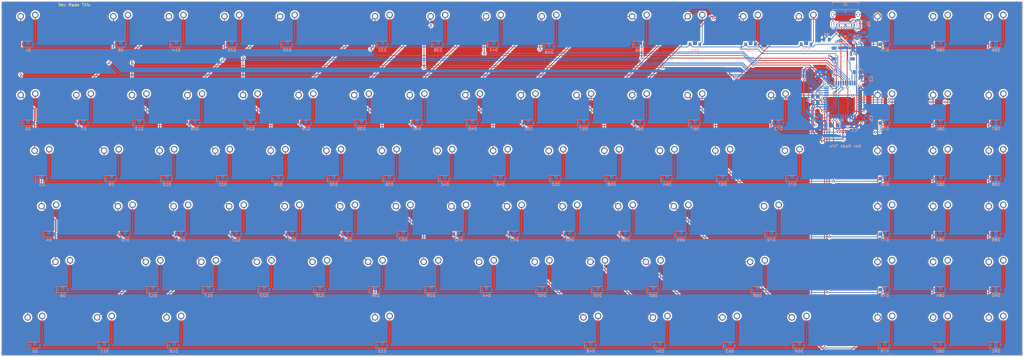
<source format=kicad_pcb>
(kicad_pcb (version 20171130) (host pcbnew "(5.1.6)-1")
  (layers (0 F.Cu signal) (31 B.Cu signal) (34 B.Paste user) (35 F.Paste user) (36 B.SilkS user) (37 F.SilkS user) (38 B.Mask user) (39 F.Mask user) (44 Edge.Cuts user))
  (net 0 "")
  (net 1 COL1)
  (net 2 "Net-(ALPS1-Pad2)")
  (net 3 "Net-(ALPS2-Pad2)")
  (net 4 "Net-(ALPS3-Pad2)")
  (net 5 "Net-(ALPS4-Pad2)")
  (net 6 "Net-(ALPS5-Pad2)")
  (net 7 "Net-(ALPS6-Pad2)")
  (net 8 COL2)
  (net 9 "Net-(ALPS7-Pad2)")
  (net 10 "Net-(ALPS8-Pad2)")
  (net 11 "Net-(ALPS9-Pad2)")
  (net 12 "Net-(ALPS10-Pad2)")
  (net 13 "Net-(ALPS11-Pad2)")
  (net 14 "Net-(ALPS12-Pad2)")
  (net 15 COL3)
  (net 16 "Net-(ALPS13-Pad2)")
  (net 17 "Net-(ALPS14-Pad2)")
  (net 18 "Net-(ALPS15-Pad2)")
  (net 19 "Net-(ALPS16-Pad2)")
  (net 20 "Net-(ALPS17-Pad2)")
  (net 21 "Net-(ALPS18-Pad2)")
  (net 22 COL4)
  (net 23 "Net-(ALPS19-Pad2)")
  (net 24 "Net-(ALPS20-Pad2)")
  (net 25 "Net-(ALPS21-Pad2)")
  (net 26 "Net-(ALPS22-Pad2)")
  (net 27 "Net-(ALPS23-Pad2)")
  (net 28 COL5)
  (net 29 "Net-(ALPS24-Pad2)")
  (net 30 "Net-(ALPS25-Pad2)")
  (net 31 "Net-(ALPS26-Pad2)")
  (net 32 "Net-(ALPS28-Pad2)")
  (net 33 COL6)
  (net 34 "Net-(ALPS29-Pad2)")
  (net 35 "Net-(ALPS30-Pad2)")
  (net 36 "Net-(ALPS31-Pad2)")
  (net 37 "Net-(ALPS32-Pad2)")
  (net 38 "Net-(ALPS33-Pad2)")
  (net 39 "Net-(ALPS34-Pad2)")
  (net 40 COL7)
  (net 41 "Net-(ALPS35-Pad2)")
  (net 42 "Net-(ALPS36-Pad2)")
  (net 43 "Net-(ALPS37-Pad2)")
  (net 44 "Net-(ALPS38-Pad2)")
  (net 45 "Net-(ALPS39-Pad2)")
  (net 46 COL8)
  (net 47 "Net-(ALPS40-Pad2)")
  (net 48 "Net-(ALPS41-Pad2)")
  (net 49 "Net-(ALPS42-Pad2)")
  (net 50 "Net-(ALPS43-Pad2)")
  (net 51 "Net-(ALPS44-Pad2)")
  (net 52 COL9)
  (net 53 "Net-(ALPS45-Pad2)")
  (net 54 "Net-(ALPS46-Pad2)")
  (net 55 "Net-(ALPS47-Pad2)")
  (net 56 "Net-(ALPS48-Pad2)")
  (net 57 "Net-(ALPS49-Pad2)")
  (net 58 "Net-(ALPS50-Pad2)")
  (net 59 COL10)
  (net 60 "Net-(ALPS51-Pad2)")
  (net 61 "Net-(ALPS52-Pad2)")
  (net 62 "Net-(ALPS53-Pad2)")
  (net 63 "Net-(ALPS54-Pad2)")
  (net 64 "Net-(ALPS55-Pad2)")
  (net 65 "Net-(ALPS56-Pad2)")
  (net 66 COL11)
  (net 67 "Net-(ALPS57-Pad2)")
  (net 68 "Net-(ALPS58-Pad2)")
  (net 69 "Net-(ALPS59-Pad2)")
  (net 70 "Net-(ALPS60-Pad2)")
  (net 71 "Net-(ALPS61-Pad2)")
  (net 72 COL12)
  (net 73 "Net-(ALPS62-Pad2)")
  (net 74 "Net-(ALPS63-Pad2)")
  (net 75 "Net-(ALPS64-Pad2)")
  (net 76 "Net-(ALPS65-Pad2)")
  (net 77 "Net-(ALPS66-Pad2)")
  (net 78 COL13)
  (net 79 "Net-(ALPS67-Pad2)")
  (net 80 "Net-(ALPS68-Pad2)")
  (net 81 "Net-(ALPS69-Pad2)")
  (net 82 "Net-(ALPS70-Pad2)")
  (net 83 COL14)
  (net 84 "Net-(ALPS71-Pad2)")
  (net 85 "Net-(ALPS72-Pad2)")
  (net 86 "Net-(ALPS73-Pad2)")
  (net 87 COL15)
  (net 88 "Net-(ALPS74-Pad2)")
  (net 89 "Net-(ALPS75-Pad2)")
  (net 90 "Net-(ALPS76-Pad2)")
  (net 91 "Net-(ALPS77-Pad2)")
  (net 92 "Net-(ALPS78-Pad2)")
  (net 93 "Net-(ALPS79-Pad2)")
  (net 94 COL16)
  (net 95 "Net-(ALPS80-Pad2)")
  (net 96 "Net-(ALPS81-Pad2)")
  (net 97 "Net-(ALPS82-Pad2)")
  (net 98 "Net-(ALPS83-Pad2)")
  (net 99 "Net-(ALPS84-Pad2)")
  (net 100 "Net-(ALPS85-Pad2)")
  (net 101 "Net-(ALPS86-Pad2)")
  (net 102 "Net-(ALPS87-Pad2)")
  (net 103 "Net-(ALPS88-Pad2)")
  (net 104 "Net-(ALPS89-Pad2)")
  (net 105 "Net-(ALPS90-Pad2)")
  (net 106 "Net-(ALPS91-Pad2)")
  (net 107 "Net-(ALPS92-Pad2)")
  (net 108 +5V)
  (net 109 "Net-(C1-Pad1)")
  (net 110 "Net-(C6-Pad1)")
  (net 111 "Net-(C7-Pad1)")
  (net 112 ROW0)
  (net 113 ROW1)
  (net 114 ROW2)
  (net 115 ROW3)
  (net 116 ROW5)
  (net 117 ROW4)
  (net 118 VCC)
  (net 119 "Net-(J1-PadA5)")
  (net 120 D+)
  (net 121 D-)
  (net 122 "Net-(J1-PadA8)")
  (net 123 "Net-(J1-PadB8)")
  (net 124 "Net-(J1-PadB5)")
  (net 125 "Net-(J1-PadS1)")
  (net 126 "Net-(R1-Pad2)")
  (net 127 "Net-(R2-Pad1)")
  (net 128 "Net-(R3-Pad1)")
  (net 129 "Net-(R4-Pad2)")
  (net 130 "Net-(U1-Pad42)")
  (net 131 "Net-(U1-Pad41)")
  (net 132 "Net-(U1-Pad1)")
  (net 133 GND)
  (net 134 COL0)
  (net 135 "Net-(ALPS27-Pad2)")
  (net 136 "Net-(ALPS74-Pad1)")
  (module Alps_Only:ALPS-1U (layer F.Cu) (at 346.075 31.75)
    (fp_text reference ALPS74)
    (fp_text value ALPS-NoLED)
    (pad 1 thru_hole circle (at -2.5 -4) (size 2.25 2.25) (drill 1.47) (layers *.Cu B.Mask) (net 136 "Net-(ALPS74-Pad1)"))
    (pad 2 thru_hole circle (at 2.5 -4.5) (size 2.25 2.25) (drill 1.47) (layers *.Cu B.Mask) (net 88 "Net-(ALPS74-Pad2)"))
  )
  (module Fuse:Fuse_1206_3216Metric (layer B.Cu) (at 338.93125 34.7375 270)
    (fp_text reference F1 (at 0 1.82 90) (layer B.SilkS) (effects (justify mirror)))
    (fp_text value 500mA)
    (pad 2 smd roundrect (at 1.4 0 270) (size 1.25 1.75) (layers B.Cu B.Paste B.Mask) (roundrect_rratio 0.2) (net 108 +5V))
    (pad 1 smd roundrect (at -1.4 0 270) (size 1.25 1.75) (layers B.Cu B.Paste B.Mask) (roundrect_rratio 0.2) (net 118 VCC))
  )
  (module Resistor_SMD:R_0805_2012Metric (layer B.Cu) (at 338.93125 30.30625 90)
    (fp_text reference R5 (at 0 1.65 90) (layer B.SilkS) (effects (justify mirror)))
    (fp_text value 5k1)
    (pad 2 smd roundrect (at 0.9375 0 90) (size 0.975 1.4) (layers B.Cu B.Paste B.Mask) (net 133 GND))
    (pad 1 smd roundrect (at -0.9375 0 90) (size 0.975 1.4) (layers B.Cu B.Paste B.Mask) (net 124 "Net-(J1-PadB5)"))
  )
  (module Resistor_SMD:R_0805_2012Metric (layer B.Cu) (at 330.99375 35.06875 90)
    (fp_text reference R2 (at 0 1.65 90) (layer B.SilkS) (effects (justify mirror)))
    (fp_text value 22)
    (pad 2 smd roundrect (at 0.9375 0 90) (size 0.975 1.4) (layers B.Cu B.Paste B.Mask) (net 120 D+))
    (pad 1 smd roundrect (at -0.9375 0 90) (size 0.975 1.4) (layers B.Cu B.Paste B.Mask) (net 127 "Net-(R2-Pad1)"))
  )
  (module Capacitor_SMD:C_0805_2012Metric (layer B.Cu) (at 323.85 62.70625 270)
    (fp_text reference C7 (at 0 1.65 90) (layer B.SilkS) (effects (justify mirror)))
    (fp_text value 22pF)
    (pad 2 smd roundrect (at 0.9375 0 270) (size 0.975 1.4) (layers B.Cu B.Paste B.Mask) (net 133 GND))
    (pad 1 smd roundrect (at -0.9375 0 270) (size 0.975 1.4) (layers B.Cu B.Paste B.Mask) (net 111 "Net-(C7-Pad1)"))
  )
  (module Alps_Only:ALPS-1U (layer F.Cu) (at 52.3875 31.75)
    (fp_text reference ALPS1)
    (fp_text value ALPS-NoLED)
    (pad 1 thru_hole circle (at -2.5 -4) (size 2.25 2.25) (drill 1.47) (layers *.Cu B.Mask) (net 134 COL0))
    (pad 2 thru_hole circle (at 2.5 -4.5) (size 2.25 2.25) (drill 1.47) (layers *.Cu B.Mask) (net 2 "Net-(ALPS1-Pad2)"))
  )
  (module Resistor_SMD:R_0805_2012Metric (layer B.Cu) (at 326.0875 35.71875 180)
    (fp_text reference R6 (at 0 1.65) (layer B.SilkS) (effects (justify mirror)))
    (fp_text value 5k1)
    (pad 2 smd roundrect (at 0.9375 0 180) (size 0.975 1.4) (layers B.Cu B.Paste B.Mask) (net 133 GND))
    (pad 1 smd roundrect (at -0.9375 0 180) (size 0.975 1.4) (layers B.Cu B.Paste B.Mask) (net 119 "Net-(J1-PadA5)"))
  )
  (module Alps_Only:ALPS-2.25U (layer F.Cu) (at 307.18125 96.8375)
    (fp_text reference ALPS70)
    (fp_text value ALPS-NoLED)
    (pad 1 thru_hole circle (at -2.5 -4) (size 2.25 2.25) (drill 1.47) (layers *.Cu B.Mask) (net 72 COL12))
    (pad 2 thru_hole circle (at 2.5 -4.5) (size 2.25 2.25) (drill 1.47) (layers *.Cu B.Mask) (net 82 "Net-(ALPS70-Pad2)"))
  )
  (module Crystal:Crystal_SMD_3225-4Pin_3.2x2.5mm (layer B.Cu) (at 322.20625 56.35625 270)
    (fp_text reference Y1 (at 0 2.45 90) (layer B.SilkS) (effects (justify mirror)))
    (fp_text value 16MHz)
    (pad 4 smd rect (at -1.1 0.85 270) (size 1.4 1.2) (layers B.Cu B.Paste B.Mask) (net 133 GND))
    (pad 3 smd rect (at 1.1 0.85 270) (size 1.4 1.2) (layers B.Cu B.Paste B.Mask) (net 111 "Net-(C7-Pad1)"))
    (pad 2 smd rect (at 1.1 -0.85 270) (size 1.4 1.2) (layers B.Cu B.Paste B.Mask) (net 133 GND))
    (pad 1 smd rect (at -1.1 -0.85 270) (size 1.4 1.2) (layers B.Cu B.Paste B.Mask) (net 110 "Net-(C6-Pad1)"))
  )
  (module Package_QFP:TQFP-44_10x10mm_P0.8mm (layer B.Cu) (at 331.7875 56.35625 90)
    (fp_text reference U1 (at 0 7.45 90) (layer B.SilkS) (effects (justify mirror)))
    (fp_text value ATmega32U4-AU)
    (pad 44 smd rect (at -4 5.7) (size 1.5 0.55) (layers B.Cu B.Paste B.Mask) (net 108 +5V))
    (pad 43 smd rect (at -3.2 5.7) (size 1.5 0.55) (layers B.Cu B.Paste B.Mask) (net 133 GND))
    (pad 42 smd rect (at -2.4 5.7) (size 1.5 0.55) (layers B.Cu B.Paste B.Mask) (net 130 "Net-(U1-Pad42)"))
    (pad 41 smd rect (at -1.6 5.7) (size 1.5 0.55) (layers B.Cu B.Paste B.Mask) (net 131 "Net-(U1-Pad41)"))
    (pad 40 smd rect (at -0.8 5.7) (size 1.5 0.55) (layers B.Cu B.Paste B.Mask) (net 94 COL16))
    (pad 39 smd rect (at 0 5.7) (size 1.5 0.55) (layers B.Cu B.Paste B.Mask) (net 87 COL15))
    (pad 38 smd rect (at 0.8 5.7) (size 1.5 0.55) (layers B.Cu B.Paste B.Mask) (net 83 COL14))
    (pad 37 smd rect (at 1.6 5.7) (size 1.5 0.55) (layers B.Cu B.Paste B.Mask) (net 78 COL13))
    (pad 36 smd rect (at 2.4 5.7) (size 1.5 0.55) (layers B.Cu B.Paste B.Mask) (net 72 COL12))
    (pad 35 smd rect (at 3.2 5.7) (size 1.5 0.55) (layers B.Cu B.Paste B.Mask) (net 133 GND))
    (pad 34 smd rect (at 4 5.7) (size 1.5 0.55) (layers B.Cu B.Paste B.Mask) (net 108 +5V))
    (pad 33 smd rect (at 5.7 4 90) (size 1.5 0.55) (layers B.Cu B.Paste B.Mask) (net 126 "Net-(R1-Pad2)"))
    (pad 32 smd rect (at 5.7 3.2 90) (size 1.5 0.55) (layers B.Cu B.Paste B.Mask) (net 66 COL11))
    (pad 31 smd rect (at 5.7 2.4 90) (size 1.5 0.55) (layers B.Cu B.Paste B.Mask) (net 59 COL10))
    (pad 30 smd rect (at 5.7 1.6 90) (size 1.5 0.55) (layers B.Cu B.Paste B.Mask) (net 52 COL9))
    (pad 29 smd rect (at 5.7 0.8 90) (size 1.5 0.55) (layers B.Cu B.Paste B.Mask) (net 46 COL8))
    (pad 28 smd rect (at 5.7 0 90) (size 1.5 0.55) (layers B.Cu B.Paste B.Mask) (net 40 COL7))
    (pad 27 smd rect (at 5.7 -0.8 90) (size 1.5 0.55) (layers B.Cu B.Paste B.Mask) (net 33 COL6))
    (pad 26 smd rect (at 5.7 -1.6 90) (size 1.5 0.55) (layers B.Cu B.Paste B.Mask) (net 28 COL5))
    (pad 25 smd rect (at 5.7 -2.4 90) (size 1.5 0.55) (layers B.Cu B.Paste B.Mask) (net 22 COL4))
    (pad 24 smd rect (at 5.7 -3.2 90) (size 1.5 0.55) (layers B.Cu B.Paste B.Mask) (net 108 +5V))
    (pad 23 smd rect (at 5.7 -4 90) (size 1.5 0.55) (layers B.Cu B.Paste B.Mask) (net 133 GND))
    (pad 22 smd rect (at 4 -5.7) (size 1.5 0.55) (layers B.Cu B.Paste B.Mask) (net 15 COL3))
    (pad 21 smd rect (at 3.2 -5.7) (size 1.5 0.55) (layers B.Cu B.Paste B.Mask) (net 8 COL2))
    (pad 20 smd rect (at 2.4 -5.7) (size 1.5 0.55) (layers B.Cu B.Paste B.Mask) (net 1 COL1))
    (pad 19 smd rect (at 1.6 -5.7) (size 1.5 0.55) (layers B.Cu B.Paste B.Mask) (net 134 COL0))
    (pad 18 smd rect (at 0.8 -5.7) (size 1.5 0.55) (layers B.Cu B.Paste B.Mask) (net 116 ROW5))
    (pad 17 smd rect (at 0 -5.7) (size 1.5 0.55) (layers B.Cu B.Paste B.Mask) (net 110 "Net-(C6-Pad1)"))
    (pad 16 smd rect (at -0.8 -5.7) (size 1.5 0.55) (layers B.Cu B.Paste B.Mask) (net 111 "Net-(C7-Pad1)"))
    (pad 15 smd rect (at -1.6 -5.7) (size 1.5 0.55) (layers B.Cu B.Paste B.Mask) (net 133 GND))
    (pad 14 smd rect (at -2.4 -5.7) (size 1.5 0.55) (layers B.Cu B.Paste B.Mask) (net 108 +5V))
    (pad 13 smd rect (at -3.2 -5.7) (size 1.5 0.55) (layers B.Cu B.Paste B.Mask) (net 129 "Net-(R4-Pad2)"))
    (pad 12 smd rect (at -4 -5.7) (size 1.5 0.55) (layers B.Cu B.Paste B.Mask) (net 117 ROW4))
    (pad 11 smd rect (at -5.7 -4 90) (size 1.5 0.55) (layers B.Cu B.Paste B.Mask) (net 115 ROW3))
    (pad 10 smd rect (at -5.7 -3.2 90) (size 1.5 0.55) (layers B.Cu B.Paste B.Mask) (net 114 ROW2))
    (pad 9 smd rect (at -5.7 -2.4 90) (size 1.5 0.55) (layers B.Cu B.Paste B.Mask) (net 113 ROW1))
    (pad 8 smd rect (at -5.7 -1.6 90) (size 1.5 0.55) (layers B.Cu B.Paste B.Mask) (net 112 ROW0))
    (pad 7 smd rect (at -5.7 -0.8 90) (size 1.5 0.55) (layers B.Cu B.Paste B.Mask) (net 108 +5V))
    (pad 6 smd rect (at -5.7 0 90) (size 1.5 0.55) (layers B.Cu B.Paste B.Mask) (net 109 "Net-(C1-Pad1)"))
    (pad 5 smd rect (at -5.7 0.8 90) (size 1.5 0.55) (layers B.Cu B.Paste B.Mask) (net 133 GND))
    (pad 4 smd rect (at -5.7 1.6 90) (size 1.5 0.55) (layers B.Cu B.Paste B.Mask) (net 127 "Net-(R2-Pad1)"))
    (pad 3 smd rect (at -5.7 2.4 90) (size 1.5 0.55) (layers B.Cu B.Paste B.Mask) (net 128 "Net-(R3-Pad1)"))
    (pad 2 smd rect (at -5.7 3.2 90) (size 1.5 0.55) (layers B.Cu B.Paste B.Mask) (net 108 +5V))
    (pad 1 smd rect (at -5.7 4 90) (size 1.5 0.55) (layers B.Cu B.Paste B.Mask) (net 132 "Net-(U1-Pad1)"))
  )
  (module random-keyboard-parts:SKQG-1155865 (layer B.Cu) (at 331.7875 40.48125)
    (fp_text reference SW1 (at 0 -4.064) (layer B.SilkS) (effects (justify mirror)))
    (fp_text value SW_Push)
    (pad 4 smd rect (at -3.1 -1.85) (size 1.8 1.1) (layers B.Cu B.Paste B.Mask))
    (pad 3 smd rect (at 3.1 1.85) (size 1.8 1.1) (layers B.Cu B.Paste B.Mask))
    (pad 2 smd rect (at -3.1 1.85) (size 1.8 1.1) (layers B.Cu B.Paste B.Mask) (net 129 "Net-(R4-Pad2)"))
    (pad 1 smd rect (at 3.1 -1.85) (size 1.8 1.1) (layers B.Cu B.Paste B.Mask) (net 133 GND))
  )
  (module Resistor_SMD:R_0805_2012Metric (layer B.Cu) (at 330.99375 65.0875 180)
    (fp_text reference R4 (at 0 1.65) (layer B.SilkS) (effects (justify mirror)))
    (fp_text value 10k)
    (pad 2 smd roundrect (at 0.9375 0 180) (size 0.975 1.4) (layers B.Cu B.Paste B.Mask) (net 129 "Net-(R4-Pad2)"))
    (pad 1 smd roundrect (at -0.9375 0 180) (size 0.975 1.4) (layers B.Cu B.Paste B.Mask) (net 108 +5V))
  )
  (module Resistor_SMD:R_0805_2012Metric (layer B.Cu) (at 334.16875 35.06875 90)
    (fp_text reference R3 (at 0 1.65 90) (layer B.SilkS) (effects (justify mirror)))
    (fp_text value 22)
    (pad 2 smd roundrect (at 0.9375 0 90) (size 0.975 1.4) (layers B.Cu B.Paste B.Mask) (net 121 D-))
    (pad 1 smd roundrect (at -0.9375 0 90) (size 0.975 1.4) (layers B.Cu B.Paste B.Mask) (net 128 "Net-(R3-Pad1)"))
  )
  (module Resistor_SMD:R_0805_2012Metric (layer B.Cu) (at 336.55 46.83125 180)
    (fp_text reference R1 (at 0 1.65) (layer B.SilkS) (effects (justify mirror)))
    (fp_text value 10k)
    (pad 2 smd roundrect (at 0.9375 0 180) (size 0.975 1.4) (layers B.Cu B.Paste B.Mask) (net 126 "Net-(R1-Pad2)"))
    (pad 1 smd roundrect (at -0.9375 0 180) (size 0.975 1.4) (layers B.Cu B.Paste B.Mask) (net 133 GND))
  )
  (module Type-C:USB_C_GCT_USB4085 (layer B.Cu) (at 332.58125 25.4)
    (fp_text reference J1 (at 0 -1.85) (layer B.SilkS) (effects (justify mirror)))
    (fp_text value USB_C_Receptacle_USB2.0)
    (pad A5 thru_hole circle (at -1.275 6.1) (size 0.65 0.65) (drill 0.4) (layers *.Cu *.Mask) (net 119 "Net-(J1-PadA5)"))
    (pad A1 thru_hole circle (at -2.975 6.1) (size 0.65 0.65) (drill 0.4) (layers *.Cu *.Mask) (net 133 GND))
    (pad A4 thru_hole circle (at -2.125 6.1) (size 0.65 0.65) (drill 0.4) (layers *.Cu *.Mask) (net 118 VCC))
    (pad A6 thru_hole circle (at -0.425 6.1) (size 0.65 0.65) (drill 0.4) (layers *.Cu *.Mask) (net 120 D+))
    (pad A7 thru_hole circle (at 0.425 6.1) (size 0.65 0.65) (drill 0.4) (layers *.Cu *.Mask) (net 121 D-))
    (pad A8 thru_hole circle (at 1.275 6.1) (size 0.65 0.65) (drill 0.4) (layers *.Cu *.Mask) (net 122 "Net-(J1-PadA8)"))
    (pad A9 thru_hole circle (at 2.125 6.1) (size 0.65 0.65) (drill 0.4) (layers *.Cu *.Mask) (net 118 VCC))
    (pad A12 thru_hole circle (at 2.975 6.1) (size 0.65 0.65) (drill 0.4) (layers *.Cu *.Mask) (net 133 GND))
    (pad B12 thru_hole circle (at -2.975 4.775) (size 0.65 0.65) (drill 0.4) (layers *.Cu *.Mask) (net 133 GND))
    (pad B9 thru_hole circle (at -2.12 4.775) (size 0.65 0.65) (drill 0.4) (layers *.Cu *.Mask) (net 118 VCC))
    (pad B8 thru_hole circle (at -1.27 4.775) (size 0.65 0.65) (drill 0.4) (layers *.Cu *.Mask) (net 123 "Net-(J1-PadB8)"))
    (pad B7 thru_hole circle (at -0.42 4.775) (size 0.65 0.65) (drill 0.4) (layers *.Cu *.Mask) (net 121 D-))
    (pad B6 thru_hole circle (at 0.43 4.775) (size 0.65 0.65) (drill 0.4) (layers *.Cu *.Mask) (net 120 D+))
    (pad B5 thru_hole circle (at 1.28 4.775) (size 0.65 0.65) (drill 0.4) (layers *.Cu *.Mask) (net 124 "Net-(J1-PadB5)"))
    (pad B4 thru_hole circle (at 2.13 4.775) (size 0.65 0.65) (drill 0.4) (layers *.Cu *.Mask) (net 118 VCC))
    (pad B1 thru_hole circle (at 2.98 4.775) (size 0.65 0.65) (drill 0.4) (layers *.Cu *.Mask) (net 133 GND))
    (pad S1 thru_hole oval (at -4.325 5.12) (size 0.9 2.4) (drill oval 0.6 2.1) (layers *.Cu *.Mask) (net 125 "Net-(J1-PadS1)"))
    (pad S1 thru_hole oval (at 4.325 5.12) (size 0.9 2.4) (drill oval 0.6 2.1) (layers *.Cu *.Mask) (net 125 "Net-(J1-PadS1)"))
    (pad S1 thru_hole oval (at -4.325 1.74) (size 0.9 1.7) (drill oval 0.6 1.4) (layers *.Cu *.Mask) (net 125 "Net-(J1-PadS1)"))
    (pad S1 thru_hole oval (at 4.325 1.74) (size 0.9 1.7) (drill oval 0.6 1.4) (layers *.Cu *.Mask) (net 125 "Net-(J1-PadS1)"))
  )
  (module Diode_SMD:D_SOD-123 (layer B.Cu) (at 290.5125 83.34375)
    (fp_text reference D92 (at 0 2) (layer B.SilkS) (effects (justify mirror)))
    (fp_text value D_Small)
    (pad 2 smd rect (at 1.65 0) (size 0.9 1.2) (layers B.Cu B.Paste B.Mask) (net 107 "Net-(ALPS92-Pad2)"))
    (pad 1 smd rect (at -1.65 0) (size 0.9 1.2) (layers B.Cu B.Paste B.Mask) (net 114 ROW2))
  )
  (module Diode_SMD:D_SOD-123 (layer B.Cu) (at 384.1325 140.49375)
    (fp_text reference D91 (at 0 2) (layer B.SilkS) (effects (justify mirror)))
    (fp_text value D_Small)
    (pad 2 smd rect (at 1.65 0) (size 0.9 1.2) (layers B.Cu B.Paste B.Mask) (net 106 "Net-(ALPS91-Pad2)"))
    (pad 1 smd rect (at -1.65 0) (size 0.9 1.2) (layers B.Cu B.Paste B.Mask) (net 116 ROW5))
  )
  (module Diode_SMD:D_SOD-123 (layer B.Cu) (at 384.175 121.44375)
    (fp_text reference D90 (at 0 2) (layer B.SilkS) (effects (justify mirror)))
    (fp_text value D_Small)
    (pad 2 smd rect (at 1.65 0) (size 0.9 1.2) (layers B.Cu B.Paste B.Mask) (net 105 "Net-(ALPS90-Pad2)"))
    (pad 1 smd rect (at -1.65 0) (size 0.9 1.2) (layers B.Cu B.Paste B.Mask) (net 117 ROW4))
  )
  (module Diode_SMD:D_SOD-123 (layer B.Cu) (at 384.175 102.39375)
    (fp_text reference D89 (at 0 2) (layer B.SilkS) (effects (justify mirror)))
    (fp_text value D_Small)
    (pad 2 smd rect (at 1.65 0) (size 0.9 1.2) (layers B.Cu B.Paste B.Mask) (net 104 "Net-(ALPS89-Pad2)"))
    (pad 1 smd rect (at -1.65 0) (size 0.9 1.2) (layers B.Cu B.Paste B.Mask) (net 115 ROW3))
  )
  (module Diode_SMD:D_SOD-123 (layer B.Cu) (at 384.175 83.34375)
    (fp_text reference D88 (at 0 2) (layer B.SilkS) (effects (justify mirror)))
    (fp_text value D_Small)
    (pad 2 smd rect (at 1.65 0) (size 0.9 1.2) (layers B.Cu B.Paste B.Mask) (net 103 "Net-(ALPS88-Pad2)"))
    (pad 1 smd rect (at -1.65 0) (size 0.9 1.2) (layers B.Cu B.Paste B.Mask) (net 114 ROW2))
  )
  (module Diode_SMD:D_SOD-123 (layer B.Cu) (at 384.175 64.29375)
    (fp_text reference D87 (at 0 2) (layer B.SilkS) (effects (justify mirror)))
    (fp_text value D_Small)
    (pad 2 smd rect (at 1.65 0) (size 0.9 1.2) (layers B.Cu B.Paste B.Mask) (net 102 "Net-(ALPS87-Pad2)"))
    (pad 1 smd rect (at -1.65 0) (size 0.9 1.2) (layers B.Cu B.Paste B.Mask) (net 113 ROW1))
  )
  (module Diode_SMD:D_SOD-123 (layer B.Cu) (at 384.175 37.30625)
    (fp_text reference D86 (at 0 2) (layer B.SilkS) (effects (justify mirror)))
    (fp_text value D_Small)
    (pad 2 smd rect (at 1.65 0) (size 0.9 1.2) (layers B.Cu B.Paste B.Mask) (net 101 "Net-(ALPS86-Pad2)"))
    (pad 1 smd rect (at -1.65 0) (size 0.9 1.2) (layers B.Cu B.Paste B.Mask) (net 112 ROW0))
  )
  (module Diode_SMD:D_SOD-123 (layer B.Cu) (at 365.125 140.49375)
    (fp_text reference D85 (at 0 2) (layer B.SilkS) (effects (justify mirror)))
    (fp_text value D_Small)
    (pad 2 smd rect (at 1.65 0) (size 0.9 1.2) (layers B.Cu B.Paste B.Mask) (net 100 "Net-(ALPS85-Pad2)"))
    (pad 1 smd rect (at -1.65 0) (size 0.9 1.2) (layers B.Cu B.Paste B.Mask) (net 116 ROW5))
  )
  (module Diode_SMD:D_SOD-123 (layer B.Cu) (at 365.125 121.44375)
    (fp_text reference D84 (at 0 2) (layer B.SilkS) (effects (justify mirror)))
    (fp_text value D_Small)
    (pad 2 smd rect (at 1.65 0) (size 0.9 1.2) (layers B.Cu B.Paste B.Mask) (net 99 "Net-(ALPS84-Pad2)"))
    (pad 1 smd rect (at -1.65 0) (size 0.9 1.2) (layers B.Cu B.Paste B.Mask) (net 117 ROW4))
  )
  (module Diode_SMD:D_SOD-123 (layer B.Cu) (at 365.125 102.39375)
    (fp_text reference D83 (at 0 2) (layer B.SilkS) (effects (justify mirror)))
    (fp_text value D_Small)
    (pad 2 smd rect (at 1.65 0) (size 0.9 1.2) (layers B.Cu B.Paste B.Mask) (net 98 "Net-(ALPS83-Pad2)"))
    (pad 1 smd rect (at -1.65 0) (size 0.9 1.2) (layers B.Cu B.Paste B.Mask) (net 115 ROW3))
  )
  (module Diode_SMD:D_SOD-123 (layer B.Cu) (at 365.125 83.34375)
    (fp_text reference D82 (at 0 2) (layer B.SilkS) (effects (justify mirror)))
    (fp_text value D_Small)
    (pad 2 smd rect (at 1.65 0) (size 0.9 1.2) (layers B.Cu B.Paste B.Mask) (net 97 "Net-(ALPS82-Pad2)"))
    (pad 1 smd rect (at -1.65 0) (size 0.9 1.2) (layers B.Cu B.Paste B.Mask) (net 114 ROW2))
  )
  (module Diode_SMD:D_SOD-123 (layer B.Cu) (at 365.125 64.29375)
    (fp_text reference D81 (at 0 2) (layer B.SilkS) (effects (justify mirror)))
    (fp_text value D_Small)
    (pad 2 smd rect (at 1.65 0) (size 0.9 1.2) (layers B.Cu B.Paste B.Mask) (net 96 "Net-(ALPS81-Pad2)"))
    (pad 1 smd rect (at -1.65 0) (size 0.9 1.2) (layers B.Cu B.Paste B.Mask) (net 113 ROW1))
  )
  (module Diode_SMD:D_SOD-123 (layer B.Cu) (at 365.125 37.30625)
    (fp_text reference D80 (at 0 2) (layer B.SilkS) (effects (justify mirror)))
    (fp_text value D_Small)
    (pad 2 smd rect (at 1.65 0) (size 0.9 1.2) (layers B.Cu B.Paste B.Mask) (net 95 "Net-(ALPS80-Pad2)"))
    (pad 1 smd rect (at -1.65 0) (size 0.9 1.2) (layers B.Cu B.Paste B.Mask) (net 112 ROW0))
  )
  (module Diode_SMD:D_SOD-123 (layer B.Cu) (at 346.075 140.49375)
    (fp_text reference D79 (at 0 2) (layer B.SilkS) (effects (justify mirror)))
    (fp_text value D_Small)
    (pad 2 smd rect (at 1.65 0) (size 0.9 1.2) (layers B.Cu B.Paste B.Mask) (net 93 "Net-(ALPS79-Pad2)"))
    (pad 1 smd rect (at -1.65 0) (size 0.9 1.2) (layers B.Cu B.Paste B.Mask) (net 116 ROW5))
  )
  (module Diode_SMD:D_SOD-123 (layer B.Cu) (at 346.075 121.44375)
    (fp_text reference D78 (at 0 2) (layer B.SilkS) (effects (justify mirror)))
    (fp_text value D_Small)
    (pad 2 smd rect (at 1.65 0) (size 0.9 1.2) (layers B.Cu B.Paste B.Mask) (net 92 "Net-(ALPS78-Pad2)"))
    (pad 1 smd rect (at -1.65 0) (size 0.9 1.2) (layers B.Cu B.Paste B.Mask) (net 117 ROW4))
  )
  (module Diode_SMD:D_SOD-123 (layer B.Cu) (at 346.075 102.39375)
    (fp_text reference D77 (at 0 2) (layer B.SilkS) (effects (justify mirror)))
    (fp_text value D_Small)
    (pad 2 smd rect (at 1.65 0) (size 0.9 1.2) (layers B.Cu B.Paste B.Mask) (net 91 "Net-(ALPS77-Pad2)"))
    (pad 1 smd rect (at -1.65 0) (size 0.9 1.2) (layers B.Cu B.Paste B.Mask) (net 115 ROW3))
  )
  (module Diode_SMD:D_SOD-123 (layer B.Cu) (at 346.075 83.34375)
    (fp_text reference D76 (at 0 2) (layer B.SilkS) (effects (justify mirror)))
    (fp_text value D_Small)
    (pad 2 smd rect (at 1.65 0) (size 0.9 1.2) (layers B.Cu B.Paste B.Mask) (net 90 "Net-(ALPS76-Pad2)"))
    (pad 1 smd rect (at -1.65 0) (size 0.9 1.2) (layers B.Cu B.Paste B.Mask) (net 114 ROW2))
  )
  (module Diode_SMD:D_SOD-123 (layer B.Cu) (at 346.075 64.29375)
    (fp_text reference D75 (at 0 2) (layer B.SilkS) (effects (justify mirror)))
    (fp_text value D_Small)
    (pad 2 smd rect (at 1.65 0) (size 0.9 1.2) (layers B.Cu B.Paste B.Mask) (net 89 "Net-(ALPS75-Pad2)"))
    (pad 1 smd rect (at -1.65 0) (size 0.9 1.2) (layers B.Cu B.Paste B.Mask) (net 113 ROW1))
  )
  (module Diode_SMD:D_SOD-123 (layer B.Cu) (at 346.075 37.30625)
    (fp_text reference D74 (at 0 2) (layer B.SilkS) (effects (justify mirror)))
    (fp_text value D_Small)
    (pad 2 smd rect (at 1.65 0) (size 0.9 1.2) (layers B.Cu B.Paste B.Mask) (net 88 "Net-(ALPS74-Pad2)"))
    (pad 1 smd rect (at -1.65 0) (size 0.9 1.2) (layers B.Cu B.Paste B.Mask) (net 112 ROW0))
  )
  (module Diode_SMD:D_SOD-123 (layer B.Cu) (at 309.5625 64.29375)
    (fp_text reference D73 (at 0 2) (layer B.SilkS) (effects (justify mirror)))
    (fp_text value D_Small)
    (pad 2 smd rect (at 1.65 0) (size 0.9 1.2) (layers B.Cu B.Paste B.Mask) (net 86 "Net-(ALPS73-Pad2)"))
    (pad 1 smd rect (at -1.65 0) (size 0.9 1.2) (layers B.Cu B.Paste B.Mask) (net 113 ROW1))
  )
  (module Diode_SMD:D_SOD-123 (layer B.Cu) (at 319.0875 37.30625)
    (fp_text reference D72 (at 0 2) (layer B.SilkS) (effects (justify mirror)))
    (fp_text value D_Small)
    (pad 2 smd rect (at 1.65 0) (size 0.9 1.2) (layers B.Cu B.Paste B.Mask) (net 85 "Net-(ALPS72-Pad2)"))
    (pad 1 smd rect (at -1.65 0) (size 0.9 1.2) (layers B.Cu B.Paste B.Mask) (net 112 ROW0))
  )
  (module Diode_SMD:D_SOD-123 (layer B.Cu) (at 314.325 83.34375)
    (fp_text reference D71 (at 0 2) (layer B.SilkS) (effects (justify mirror)))
    (fp_text value D_Small)
    (pad 2 smd rect (at 1.65 0) (size 0.9 1.2) (layers B.Cu B.Paste B.Mask) (net 84 "Net-(ALPS71-Pad2)"))
    (pad 1 smd rect (at -1.65 0) (size 0.9 1.2) (layers B.Cu B.Paste B.Mask) (net 114 ROW2))
  )
  (module Diode_SMD:D_SOD-123 (layer B.Cu) (at 307.18125 102.39375)
    (fp_text reference D70 (at 0 2) (layer B.SilkS) (effects (justify mirror)))
    (fp_text value D_Small)
    (pad 2 smd rect (at 1.65 0) (size 0.9 1.2) (layers B.Cu B.Paste B.Mask) (net 82 "Net-(ALPS70-Pad2)"))
    (pad 1 smd rect (at -1.65 0) (size 0.9 1.2) (layers B.Cu B.Paste B.Mask) (net 115 ROW3))
  )
  (module Diode_SMD:D_SOD-123 (layer B.Cu) (at 316.70625 140.49375)
    (fp_text reference D69 (at 0 2) (layer B.SilkS) (effects (justify mirror)))
    (fp_text value D_Small)
    (pad 2 smd rect (at 1.65 0) (size 0.9 1.2) (layers B.Cu B.Paste B.Mask) (net 81 "Net-(ALPS69-Pad2)"))
    (pad 1 smd rect (at -1.65 0) (size 0.9 1.2) (layers B.Cu B.Paste B.Mask) (net 116 ROW5))
  )
  (module Diode_SMD:D_SOD-123 (layer B.Cu) (at 302.41875 121.44375)
    (fp_text reference D68 (at 0 2) (layer B.SilkS) (effects (justify mirror)))
    (fp_text value D_Small)
    (pad 2 smd rect (at 1.65 0) (size 0.9 1.2) (layers B.Cu B.Paste B.Mask) (net 80 "Net-(ALPS68-Pad2)"))
    (pad 1 smd rect (at -1.65 0) (size 0.9 1.2) (layers B.Cu B.Paste B.Mask) (net 117 ROW4))
  )
  (module Diode_SMD:D_SOD-123 (layer B.Cu) (at 280.9875 64.29375)
    (fp_text reference D67 (at 0 2) (layer B.SilkS) (effects (justify mirror)))
    (fp_text value D_Small)
    (pad 2 smd rect (at 1.65 0) (size 0.9 1.2) (layers B.Cu B.Paste B.Mask) (net 79 "Net-(ALPS67-Pad2)"))
    (pad 1 smd rect (at -1.65 0) (size 0.9 1.2) (layers B.Cu B.Paste B.Mask) (net 113 ROW1))
  )
  (module Diode_SMD:D_SOD-123 (layer B.Cu) (at 300.0375 37.30625)
    (fp_text reference D66 (at 0 2) (layer B.SilkS) (effects (justify mirror)))
    (fp_text value D_Small)
    (pad 2 smd rect (at 1.65 0) (size 0.9 1.2) (layers B.Cu B.Paste B.Mask) (net 77 "Net-(ALPS66-Pad2)"))
    (pad 1 smd rect (at -1.65 0) (size 0.9 1.2) (layers B.Cu B.Paste B.Mask) (net 112 ROW0))
  )
  (module Diode_SMD:D_SOD-123 (layer B.Cu) (at 276.225 102.39375)
    (fp_text reference D65 (at 0 2) (layer B.SilkS) (effects (justify mirror)))
    (fp_text value D_Small)
    (pad 2 smd rect (at 1.65 0) (size 0.9 1.2) (layers B.Cu B.Paste B.Mask) (net 76 "Net-(ALPS65-Pad2)"))
    (pad 1 smd rect (at -1.65 0) (size 0.9 1.2) (layers B.Cu B.Paste B.Mask) (net 115 ROW3))
  )
  (module Diode_SMD:D_SOD-123 (layer B.Cu) (at 271.4625 83.34375)
    (fp_text reference D64 (at 0 2) (layer B.SilkS) (effects (justify mirror)))
    (fp_text value D_Small)
    (pad 2 smd rect (at 1.65 0) (size 0.9 1.2) (layers B.Cu B.Paste B.Mask) (net 75 "Net-(ALPS64-Pad2)"))
    (pad 1 smd rect (at -1.65 0) (size 0.9 1.2) (layers B.Cu B.Paste B.Mask) (net 114 ROW2))
  )
  (module Diode_SMD:D_SOD-123 (layer B.Cu) (at 292.95625 140.49375)
    (fp_text reference D63 (at 0 2) (layer B.SilkS) (effects (justify mirror)))
    (fp_text value D_Small)
    (pad 2 smd rect (at 1.65 0) (size 0.9 1.2) (layers B.Cu B.Paste B.Mask) (net 74 "Net-(ALPS63-Pad2)"))
    (pad 1 smd rect (at -1.65 0) (size 0.9 1.2) (layers B.Cu B.Paste B.Mask) (net 116 ROW5))
  )
  (module Diode_SMD:D_SOD-123 (layer B.Cu) (at 262 64.29375)
    (fp_text reference D62 (at 0 2) (layer B.SilkS) (effects (justify mirror)))
    (fp_text value D_Small)
    (pad 2 smd rect (at 1.65 0) (size 0.9 1.2) (layers B.Cu B.Paste B.Mask) (net 73 "Net-(ALPS62-Pad2)"))
    (pad 1 smd rect (at -1.65 0) (size 0.9 1.2) (layers B.Cu B.Paste B.Mask) (net 113 ROW1))
  )
  (module Diode_SMD:D_SOD-123 (layer B.Cu) (at 280.9875 37.30625)
    (fp_text reference D61 (at 0 2) (layer B.SilkS) (effects (justify mirror)))
    (fp_text value D_Small)
    (pad 2 smd rect (at 1.65 0) (size 0.9 1.2) (layers B.Cu B.Paste B.Mask) (net 71 "Net-(ALPS61-Pad2)"))
    (pad 1 smd rect (at -1.65 0) (size 0.9 1.2) (layers B.Cu B.Paste B.Mask) (net 112 ROW0))
  )
  (module Diode_SMD:D_SOD-123 (layer B.Cu) (at 266.7 121.44375)
    (fp_text reference D60 (at 0 2) (layer B.SilkS) (effects (justify mirror)))
    (fp_text value D_Small)
    (pad 2 smd rect (at 1.65 0) (size 0.9 1.2) (layers B.Cu B.Paste B.Mask) (net 70 "Net-(ALPS60-Pad2)"))
    (pad 1 smd rect (at -1.65 0) (size 0.9 1.2) (layers B.Cu B.Paste B.Mask) (net 117 ROW4))
  )
  (module Diode_SMD:D_SOD-123 (layer B.Cu) (at 257.175 102.39375)
    (fp_text reference D59 (at 0 2) (layer B.SilkS) (effects (justify mirror)))
    (fp_text value D_Small)
    (pad 2 smd rect (at 1.65 0) (size 0.9 1.2) (layers B.Cu B.Paste B.Mask) (net 69 "Net-(ALPS59-Pad2)"))
    (pad 1 smd rect (at -1.65 0) (size 0.9 1.2) (layers B.Cu B.Paste B.Mask) (net 115 ROW3))
  )
  (module Diode_SMD:D_SOD-123 (layer B.Cu) (at 252.4125 83.34375)
    (fp_text reference D58 (at 0 2) (layer B.SilkS) (effects (justify mirror)))
    (fp_text value D_Small)
    (pad 2 smd rect (at 1.65 0) (size 0.9 1.2) (layers B.Cu B.Paste B.Mask) (net 68 "Net-(ALPS58-Pad2)"))
    (pad 1 smd rect (at -1.65 0) (size 0.9 1.2) (layers B.Cu B.Paste B.Mask) (net 114 ROW2))
  )
  (module Diode_SMD:D_SOD-123 (layer B.Cu) (at 242.8875 64.29375)
    (fp_text reference D57 (at 0 2) (layer B.SilkS) (effects (justify mirror)))
    (fp_text value D_Small)
    (pad 2 smd rect (at 1.65 0) (size 0.9 1.2) (layers B.Cu B.Paste B.Mask) (net 67 "Net-(ALPS57-Pad2)"))
    (pad 1 smd rect (at -1.65 0) (size 0.9 1.2) (layers B.Cu B.Paste B.Mask) (net 113 ROW1))
  )
  (module Diode_SMD:D_SOD-123 (layer B.Cu) (at 261.9375 37.30625)
    (fp_text reference D56 (at 0 2) (layer B.SilkS) (effects (justify mirror)))
    (fp_text value D_Small)
    (pad 2 smd rect (at 1.65 0) (size 0.9 1.2) (layers B.Cu B.Paste B.Mask) (net 65 "Net-(ALPS56-Pad2)"))
    (pad 1 smd rect (at -1.65 0) (size 0.9 1.2) (layers B.Cu B.Paste B.Mask) (net 112 ROW0))
  )
  (module Diode_SMD:D_SOD-123 (layer B.Cu) (at 247.65 121.44375)
    (fp_text reference D55 (at 0 2) (layer B.SilkS) (effects (justify mirror)))
    (fp_text value D_Small)
    (pad 2 smd rect (at 1.65 0) (size 0.9 1.2) (layers B.Cu B.Paste B.Mask) (net 64 "Net-(ALPS55-Pad2)"))
    (pad 1 smd rect (at -1.65 0) (size 0.9 1.2) (layers B.Cu B.Paste B.Mask) (net 117 ROW4))
  )
  (module Diode_SMD:D_SOD-123 (layer B.Cu) (at 269.08125 140.49375)
    (fp_text reference D54 (at 0 2) (layer B.SilkS) (effects (justify mirror)))
    (fp_text value D_Small)
    (pad 2 smd rect (at 1.65 0) (size 0.9 1.2) (layers B.Cu B.Paste B.Mask) (net 63 "Net-(ALPS54-Pad2)"))
    (pad 1 smd rect (at -1.65 0) (size 0.9 1.2) (layers B.Cu B.Paste B.Mask) (net 116 ROW5))
  )
  (module Diode_SMD:D_SOD-123 (layer B.Cu) (at 238.125 102.39375)
    (fp_text reference D53 (at 0 2) (layer B.SilkS) (effects (justify mirror)))
    (fp_text value D_Small)
    (pad 2 smd rect (at 1.65 0) (size 0.9 1.2) (layers B.Cu B.Paste B.Mask) (net 62 "Net-(ALPS53-Pad2)"))
    (pad 1 smd rect (at -1.65 0) (size 0.9 1.2) (layers B.Cu B.Paste B.Mask) (net 115 ROW3))
  )
  (module Diode_SMD:D_SOD-123 (layer B.Cu) (at 233.3625 83.34375)
    (fp_text reference D52 (at 0 2) (layer B.SilkS) (effects (justify mirror)))
    (fp_text value D_Small)
    (pad 2 smd rect (at 1.65 0) (size 0.9 1.2) (layers B.Cu B.Paste B.Mask) (net 61 "Net-(ALPS52-Pad2)"))
    (pad 1 smd rect (at -1.65 0) (size 0.9 1.2) (layers B.Cu B.Paste B.Mask) (net 114 ROW2))
  )
  (module Diode_SMD:D_SOD-123 (layer B.Cu) (at 223.9 64.29375)
    (fp_text reference D51 (at 0 2) (layer B.SilkS) (effects (justify mirror)))
    (fp_text value D_Small)
    (pad 2 smd rect (at 1.65 0) (size 0.9 1.2) (layers B.Cu B.Paste B.Mask) (net 60 "Net-(ALPS51-Pad2)"))
    (pad 1 smd rect (at -1.65 0) (size 0.9 1.2) (layers B.Cu B.Paste B.Mask) (net 113 ROW1))
  )
  (module Diode_SMD:D_SOD-123 (layer B.Cu) (at 228.6 121.44375)
    (fp_text reference D50 (at 0 2) (layer B.SilkS) (effects (justify mirror)))
    (fp_text value D_Small)
    (pad 2 smd rect (at 1.65 0) (size 0.9 1.2) (layers B.Cu B.Paste B.Mask) (net 58 "Net-(ALPS50-Pad2)"))
    (pad 1 smd rect (at -1.65 0) (size 0.9 1.2) (layers B.Cu B.Paste B.Mask) (net 117 ROW4))
  )
  (module Diode_SMD:D_SOD-123 (layer B.Cu) (at 230.98125 38.1)
    (fp_text reference D49 (at 0 2) (layer B.SilkS) (effects (justify mirror)))
    (fp_text value D_Small)
    (pad 2 smd rect (at 1.65 0) (size 0.9 1.2) (layers B.Cu B.Paste B.Mask) (net 57 "Net-(ALPS49-Pad2)"))
    (pad 1 smd rect (at -1.65 0) (size 0.9 1.2) (layers B.Cu B.Paste B.Mask) (net 112 ROW0))
  )
  (module Diode_SMD:D_SOD-123 (layer B.Cu) (at 245.26875 140.49375)
    (fp_text reference D48 (at 0 2) (layer B.SilkS) (effects (justify mirror)))
    (fp_text value D_Small)
    (pad 2 smd rect (at 1.65 0) (size 0.9 1.2) (layers B.Cu B.Paste B.Mask) (net 56 "Net-(ALPS48-Pad2)"))
    (pad 1 smd rect (at -1.65 0) (size 0.9 1.2) (layers B.Cu B.Paste B.Mask) (net 116 ROW5))
  )
  (module Diode_SMD:D_SOD-123 (layer B.Cu) (at 219.075 102.39375)
    (fp_text reference D47 (at 0 2) (layer B.SilkS) (effects (justify mirror)))
    (fp_text value D_Small)
    (pad 2 smd rect (at 1.65 0) (size 0.9 1.2) (layers B.Cu B.Paste B.Mask) (net 55 "Net-(ALPS47-Pad2)"))
    (pad 1 smd rect (at -1.65 0) (size 0.9 1.2) (layers B.Cu B.Paste B.Mask) (net 115 ROW3))
  )
  (module Diode_SMD:D_SOD-123 (layer B.Cu) (at 214.3125 83.34375)
    (fp_text reference D46 (at 0 2) (layer B.SilkS) (effects (justify mirror)))
    (fp_text value D_Small)
    (pad 2 smd rect (at 1.65 0) (size 0.9 1.2) (layers B.Cu B.Paste B.Mask) (net 54 "Net-(ALPS46-Pad2)"))
    (pad 1 smd rect (at -1.65 0) (size 0.9 1.2) (layers B.Cu B.Paste B.Mask) (net 114 ROW2))
  )
  (module Diode_SMD:D_SOD-123 (layer B.Cu) (at 204.7875 64.29375)
    (fp_text reference D45 (at 0 2) (layer B.SilkS) (effects (justify mirror)))
    (fp_text value D_Small)
    (pad 2 smd rect (at 1.65 0) (size 0.9 1.2) (layers B.Cu B.Paste B.Mask) (net 53 "Net-(ALPS45-Pad2)"))
    (pad 1 smd rect (at -1.65 0) (size 0.9 1.2) (layers B.Cu B.Paste B.Mask) (net 113 ROW1))
  )
  (module Diode_SMD:D_SOD-123 (layer B.Cu) (at 209.6125 121.44375)
    (fp_text reference D44 (at 0 2) (layer B.SilkS) (effects (justify mirror)))
    (fp_text value D_Small)
    (pad 2 smd rect (at 1.65 0) (size 0.9 1.2) (layers B.Cu B.Paste B.Mask) (net 51 "Net-(ALPS44-Pad2)"))
    (pad 1 smd rect (at -1.65 0) (size 0.9 1.2) (layers B.Cu B.Paste B.Mask) (net 117 ROW4))
  )
  (module Diode_SMD:D_SOD-123 (layer B.Cu) (at 211.99375 37.30625)
    (fp_text reference D43 (at 0 2) (layer B.SilkS) (effects (justify mirror)))
    (fp_text value D_Small)
    (pad 2 smd rect (at 1.65 0) (size 0.9 1.2) (layers B.Cu B.Paste B.Mask) (net 50 "Net-(ALPS43-Pad2)"))
    (pad 1 smd rect (at -1.65 0) (size 0.9 1.2) (layers B.Cu B.Paste B.Mask) (net 112 ROW0))
  )
  (module Diode_SMD:D_SOD-123 (layer B.Cu) (at 200.025 102.39375)
    (fp_text reference D42 (at 0 2) (layer B.SilkS) (effects (justify mirror)))
    (fp_text value D_Small)
    (pad 2 smd rect (at 1.65 0) (size 0.9 1.2) (layers B.Cu B.Paste B.Mask) (net 49 "Net-(ALPS42-Pad2)"))
    (pad 1 smd rect (at -1.65 0) (size 0.9 1.2) (layers B.Cu B.Paste B.Mask) (net 115 ROW3))
  )
  (module Diode_SMD:D_SOD-123 (layer B.Cu) (at 195.2625 83.34375)
    (fp_text reference D41 (at 0 2) (layer B.SilkS) (effects (justify mirror)))
    (fp_text value D_Small)
    (pad 2 smd rect (at 1.65 0) (size 0.9 1.2) (layers B.Cu B.Paste B.Mask) (net 48 "Net-(ALPS41-Pad2)"))
    (pad 1 smd rect (at -1.65 0) (size 0.9 1.2) (layers B.Cu B.Paste B.Mask) (net 114 ROW2))
  )
  (module Diode_SMD:D_SOD-123 (layer B.Cu) (at 185.7375 64.29375)
    (fp_text reference D40 (at 0 2) (layer B.SilkS) (effects (justify mirror)))
    (fp_text value D_Small)
    (pad 2 smd rect (at 1.65 0) (size 0.9 1.2) (layers B.Cu B.Paste B.Mask) (net 47 "Net-(ALPS40-Pad2)"))
    (pad 1 smd rect (at -1.65 0) (size 0.9 1.2) (layers B.Cu B.Paste B.Mask) (net 113 ROW1))
  )
  (module Diode_SMD:D_SOD-123 (layer B.Cu) (at 190.5625 121.44375)
    (fp_text reference D39 (at 0 2) (layer B.SilkS) (effects (justify mirror)))
    (fp_text value D_Small)
    (pad 2 smd rect (at 1.65 0) (size 0.9 1.2) (layers B.Cu B.Paste B.Mask) (net 45 "Net-(ALPS39-Pad2)"))
    (pad 1 smd rect (at -1.65 0) (size 0.9 1.2) (layers B.Cu B.Paste B.Mask) (net 117 ROW4))
  )
  (module Diode_SMD:D_SOD-123 (layer B.Cu) (at 192.94375 37.30625)
    (fp_text reference D38 (at 0 2) (layer B.SilkS) (effects (justify mirror)))
    (fp_text value D_Small)
    (pad 2 smd rect (at 1.65 0) (size 0.9 1.2) (layers B.Cu B.Paste B.Mask) (net 44 "Net-(ALPS38-Pad2)"))
    (pad 1 smd rect (at -1.65 0) (size 0.9 1.2) (layers B.Cu B.Paste B.Mask) (net 112 ROW0))
  )
  (module Diode_SMD:D_SOD-123 (layer B.Cu) (at 180.975 102.39375)
    (fp_text reference D37 (at 0 2) (layer B.SilkS) (effects (justify mirror)))
    (fp_text value D_Small)
    (pad 2 smd rect (at 1.65 0) (size 0.9 1.2) (layers B.Cu B.Paste B.Mask) (net 43 "Net-(ALPS37-Pad2)"))
    (pad 1 smd rect (at -1.65 0) (size 0.9 1.2) (layers B.Cu B.Paste B.Mask) (net 115 ROW3))
  )
  (module Diode_SMD:D_SOD-123 (layer B.Cu) (at 176.2125 83.34375)
    (fp_text reference D36 (at 0 2) (layer B.SilkS) (effects (justify mirror)))
    (fp_text value D_Small)
    (pad 2 smd rect (at 1.65 0) (size 0.9 1.2) (layers B.Cu B.Paste B.Mask) (net 42 "Net-(ALPS36-Pad2)"))
    (pad 1 smd rect (at -1.65 0) (size 0.9 1.2) (layers B.Cu B.Paste B.Mask) (net 114 ROW2))
  )
  (module Diode_SMD:D_SOD-123 (layer B.Cu) (at 166.6875 64.29375)
    (fp_text reference D35 (at 0 2) (layer B.SilkS) (effects (justify mirror)))
    (fp_text value D_Small)
    (pad 2 smd rect (at 1.65 0) (size 0.9 1.2) (layers B.Cu B.Paste B.Mask) (net 41 "Net-(ALPS35-Pad2)"))
    (pad 1 smd rect (at -1.65 0) (size 0.9 1.2) (layers B.Cu B.Paste B.Mask) (net 113 ROW1))
  )
  (module Diode_SMD:D_SOD-123 (layer B.Cu) (at 171.5125 121.44375)
    (fp_text reference D34 (at 0 2) (layer B.SilkS) (effects (justify mirror)))
    (fp_text value D_Small)
    (pad 2 smd rect (at 1.65 0) (size 0.9 1.2) (layers B.Cu B.Paste B.Mask) (net 39 "Net-(ALPS34-Pad2)"))
    (pad 1 smd rect (at -1.65 0) (size 0.9 1.2) (layers B.Cu B.Paste B.Mask) (net 117 ROW4))
  )
  (module Diode_SMD:D_SOD-123 (layer B.Cu) (at 173.83125 140.49375)
    (fp_text reference D33 (at 0 2) (layer B.SilkS) (effects (justify mirror)))
    (fp_text value D_Small)
    (pad 2 smd rect (at 1.65 0) (size 0.9 1.2) (layers B.Cu B.Paste B.Mask) (net 38 "Net-(ALPS33-Pad2)"))
    (pad 1 smd rect (at -1.65 0) (size 0.9 1.2) (layers B.Cu B.Paste B.Mask) (net 116 ROW5))
  )
  (module Diode_SMD:D_SOD-123 (layer B.Cu) (at 173.89375 37.30625)
    (fp_text reference D32 (at 0 2) (layer B.SilkS) (effects (justify mirror)))
    (fp_text value D_Small)
    (pad 2 smd rect (at 1.65 0) (size 0.9 1.2) (layers B.Cu B.Paste B.Mask) (net 37 "Net-(ALPS32-Pad2)"))
    (pad 1 smd rect (at -1.65 0) (size 0.9 1.2) (layers B.Cu B.Paste B.Mask) (net 112 ROW0))
  )
  (module Diode_SMD:D_SOD-123 (layer B.Cu) (at 161.925 102.39375)
    (fp_text reference D31 (at 0 2) (layer B.SilkS) (effects (justify mirror)))
    (fp_text value D_Small)
    (pad 2 smd rect (at 1.65 0) (size 0.9 1.2) (layers B.Cu B.Paste B.Mask) (net 36 "Net-(ALPS31-Pad2)"))
    (pad 1 smd rect (at -1.65 0) (size 0.9 1.2) (layers B.Cu B.Paste B.Mask) (net 115 ROW3))
  )
  (module Diode_SMD:D_SOD-123 (layer B.Cu) (at 157.1625 83.34375)
    (fp_text reference D30 (at 0 2) (layer B.SilkS) (effects (justify mirror)))
    (fp_text value D_Small)
    (pad 2 smd rect (at 1.65 0) (size 0.9 1.2) (layers B.Cu B.Paste B.Mask) (net 35 "Net-(ALPS30-Pad2)"))
    (pad 1 smd rect (at -1.65 0) (size 0.9 1.2) (layers B.Cu B.Paste B.Mask) (net 114 ROW2))
  )
  (module Diode_SMD:D_SOD-123 (layer B.Cu) (at 147.7 64.29375)
    (fp_text reference D29 (at 0 2) (layer B.SilkS) (effects (justify mirror)))
    (fp_text value D_Small)
    (pad 2 smd rect (at 1.65 0) (size 0.9 1.2) (layers B.Cu B.Paste B.Mask) (net 34 "Net-(ALPS29-Pad2)"))
    (pad 1 smd rect (at -1.65 0) (size 0.9 1.2) (layers B.Cu B.Paste B.Mask) (net 113 ROW1))
  )
  (module Diode_SMD:D_SOD-123 (layer B.Cu) (at 152.4625 121.44375)
    (fp_text reference D28 (at 0 2) (layer B.SilkS) (effects (justify mirror)))
    (fp_text value D_Small)
    (pad 2 smd rect (at 1.65 0) (size 0.9 1.2) (layers B.Cu B.Paste B.Mask) (net 32 "Net-(ALPS28-Pad2)"))
    (pad 1 smd rect (at -1.65 0) (size 0.9 1.2) (layers B.Cu B.Paste B.Mask) (net 117 ROW4))
  )
  (module Diode_SMD:D_SOD-123 (layer B.Cu) (at 142.875 102.39375)
    (fp_text reference D27 (at 0 2) (layer B.SilkS) (effects (justify mirror)))
    (fp_text value D_Small)
    (pad 2 smd rect (at 1.65 0) (size 0.9 1.2) (layers B.Cu B.Paste B.Mask) (net 135 "Net-(ALPS27-Pad2)"))
    (pad 1 smd rect (at -1.65 0) (size 0.9 1.2) (layers B.Cu B.Paste B.Mask) (net 115 ROW3))
  )
  (module Diode_SMD:D_SOD-123 (layer B.Cu) (at 138.175 83.34375)
    (fp_text reference D26 (at 0 2) (layer B.SilkS) (effects (justify mirror)))
    (fp_text value D_Small)
    (pad 2 smd rect (at 1.65 0) (size 0.9 1.2) (layers B.Cu B.Paste B.Mask) (net 31 "Net-(ALPS26-Pad2)"))
    (pad 1 smd rect (at -1.65 0) (size 0.9 1.2) (layers B.Cu B.Paste B.Mask) (net 114 ROW2))
  )
  (module Diode_SMD:D_SOD-123 (layer B.Cu) (at 141.2875 37.30625)
    (fp_text reference D25 (at 0 2) (layer B.SilkS) (effects (justify mirror)))
    (fp_text value D_Small)
    (pad 2 smd rect (at 1.65 0) (size 0.9 1.2) (layers B.Cu B.Paste B.Mask) (net 30 "Net-(ALPS25-Pad2)"))
    (pad 1 smd rect (at -1.65 0) (size 0.9 1.2) (layers B.Cu B.Paste B.Mask) (net 112 ROW0))
  )
  (module Diode_SMD:D_SOD-123 (layer B.Cu) (at 128.65 64.29375)
    (fp_text reference D24 (at 0 2) (layer B.SilkS) (effects (justify mirror)))
    (fp_text value D_Small)
    (pad 2 smd rect (at 1.65 0) (size 0.9 1.2) (layers B.Cu B.Paste B.Mask) (net 29 "Net-(ALPS24-Pad2)"))
    (pad 1 smd rect (at -1.65 0) (size 0.9 1.2) (layers B.Cu B.Paste B.Mask) (net 113 ROW1))
  )
  (module Diode_SMD:D_SOD-123 (layer B.Cu) (at 133.35 121.44375)
    (fp_text reference D23 (at 0 2) (layer B.SilkS) (effects (justify mirror)))
    (fp_text value D_Small)
    (pad 2 smd rect (at 1.65 0) (size 0.9 1.2) (layers B.Cu B.Paste B.Mask) (net 27 "Net-(ALPS23-Pad2)"))
    (pad 1 smd rect (at -1.65 0) (size 0.9 1.2) (layers B.Cu B.Paste B.Mask) (net 117 ROW4))
  )
  (module Diode_SMD:D_SOD-123 (layer B.Cu) (at 123.825 102.39375)
    (fp_text reference D22 (at 0 2) (layer B.SilkS) (effects (justify mirror)))
    (fp_text value D_Small)
    (pad 2 smd rect (at 1.65 0) (size 0.9 1.2) (layers B.Cu B.Paste B.Mask) (net 26 "Net-(ALPS22-Pad2)"))
    (pad 1 smd rect (at -1.65 0) (size 0.9 1.2) (layers B.Cu B.Paste B.Mask) (net 115 ROW3))
  )
  (module Diode_SMD:D_SOD-123 (layer B.Cu) (at 119.125 83.34375)
    (fp_text reference D21 (at 0 2) (layer B.SilkS) (effects (justify mirror)))
    (fp_text value D_Small)
    (pad 2 smd rect (at 1.65 0) (size 0.9 1.2) (layers B.Cu B.Paste B.Mask) (net 25 "Net-(ALPS21-Pad2)"))
    (pad 1 smd rect (at -1.65 0) (size 0.9 1.2) (layers B.Cu B.Paste B.Mask) (net 114 ROW2))
  )
  (module Diode_SMD:D_SOD-123 (layer B.Cu) (at 122.3 37.30625)
    (fp_text reference D20 (at 0 2) (layer B.SilkS) (effects (justify mirror)))
    (fp_text value D_Small)
    (pad 2 smd rect (at 1.65 0) (size 0.9 1.2) (layers B.Cu B.Paste B.Mask) (net 24 "Net-(ALPS20-Pad2)"))
    (pad 1 smd rect (at -1.65 0) (size 0.9 1.2) (layers B.Cu B.Paste B.Mask) (net 112 ROW0))
  )
  (module Diode_SMD:D_SOD-123 (layer B.Cu) (at 109.6 64.29375)
    (fp_text reference D19 (at 0 2) (layer B.SilkS) (effects (justify mirror)))
    (fp_text value D_Small)
    (pad 2 smd rect (at 1.65 0) (size 0.9 1.2) (layers B.Cu B.Paste B.Mask) (net 23 "Net-(ALPS19-Pad2)"))
    (pad 1 smd rect (at -1.65 0) (size 0.9 1.2) (layers B.Cu B.Paste B.Mask) (net 113 ROW1))
  )
  (module Diode_SMD:D_SOD-123 (layer B.Cu) (at 102.39375 140.49375)
    (fp_text reference D18 (at 0 2) (layer B.SilkS) (effects (justify mirror)))
    (fp_text value D_Small)
    (pad 2 smd rect (at 1.65 0) (size 0.9 1.2) (layers B.Cu B.Paste B.Mask) (net 21 "Net-(ALPS18-Pad2)"))
    (pad 1 smd rect (at -1.65 0) (size 0.9 1.2) (layers B.Cu B.Paste B.Mask) (net 116 ROW5))
  )
  (module Diode_SMD:D_SOD-123 (layer B.Cu) (at 114.3 121.44375)
    (fp_text reference D17 (at 0 2) (layer B.SilkS) (effects (justify mirror)))
    (fp_text value D_Small)
    (pad 2 smd rect (at 1.65 0) (size 0.9 1.2) (layers B.Cu B.Paste B.Mask) (net 20 "Net-(ALPS17-Pad2)"))
    (pad 1 smd rect (at -1.65 0) (size 0.9 1.2) (layers B.Cu B.Paste B.Mask) (net 117 ROW4))
  )
  (module Diode_SMD:D_SOD-123 (layer B.Cu) (at 104.8375 102.39375)
    (fp_text reference D16 (at 0 2) (layer B.SilkS) (effects (justify mirror)))
    (fp_text value D_Small)
    (pad 2 smd rect (at 1.65 0) (size 0.9 1.2) (layers B.Cu B.Paste B.Mask) (net 19 "Net-(ALPS16-Pad2)"))
    (pad 1 smd rect (at -1.65 0) (size 0.9 1.2) (layers B.Cu B.Paste B.Mask) (net 115 ROW3))
  )
  (module Diode_SMD:D_SOD-123 (layer B.Cu) (at 100.0125 83.34375)
    (fp_text reference D15 (at 0 2) (layer B.SilkS) (effects (justify mirror)))
    (fp_text value D_Small)
    (pad 2 smd rect (at 1.65 0) (size 0.9 1.2) (layers B.Cu B.Paste B.Mask) (net 18 "Net-(ALPS15-Pad2)"))
    (pad 1 smd rect (at -1.65 0) (size 0.9 1.2) (layers B.Cu B.Paste B.Mask) (net 114 ROW2))
  )
  (module Diode_SMD:D_SOD-123 (layer B.Cu) (at 103.1875 37.30625)
    (fp_text reference D14 (at 0 2) (layer B.SilkS) (effects (justify mirror)))
    (fp_text value D_Small)
    (pad 2 smd rect (at 1.65 0) (size 0.9 1.2) (layers B.Cu B.Paste B.Mask) (net 17 "Net-(ALPS14-Pad2)"))
    (pad 1 smd rect (at -1.65 0) (size 0.9 1.2) (layers B.Cu B.Paste B.Mask) (net 112 ROW0))
  )
  (module Diode_SMD:D_SOD-123 (layer B.Cu) (at 90.55 64.29375)
    (fp_text reference D13 (at 0 2) (layer B.SilkS) (effects (justify mirror)))
    (fp_text value D_Small)
    (pad 2 smd rect (at 1.65 0) (size 0.9 1.2) (layers B.Cu B.Paste B.Mask) (net 16 "Net-(ALPS13-Pad2)"))
    (pad 1 smd rect (at -1.65 0) (size 0.9 1.2) (layers B.Cu B.Paste B.Mask) (net 113 ROW1))
  )
  (module Diode_SMD:D_SOD-123 (layer B.Cu) (at 95.25 121.44375)
    (fp_text reference D12 (at 0 2) (layer B.SilkS) (effects (justify mirror)))
    (fp_text value D_Small)
    (pad 2 smd rect (at 1.65 0) (size 0.9 1.2) (layers B.Cu B.Paste B.Mask) (net 14 "Net-(ALPS12-Pad2)"))
    (pad 1 smd rect (at -1.65 0) (size 0.9 1.2) (layers B.Cu B.Paste B.Mask) (net 117 ROW4))
  )
  (module Diode_SMD:D_SOD-123 (layer B.Cu) (at 78.58125 140.49375)
    (fp_text reference D11 (at 0 2) (layer B.SilkS) (effects (justify mirror)))
    (fp_text value D_Small)
    (pad 2 smd rect (at 1.65 0) (size 0.9 1.2) (layers B.Cu B.Paste B.Mask) (net 13 "Net-(ALPS11-Pad2)"))
    (pad 1 smd rect (at -1.65 0) (size 0.9 1.2) (layers B.Cu B.Paste B.Mask) (net 116 ROW5))
  )
  (module Diode_SMD:D_SOD-123 (layer B.Cu) (at 85.725 102.39375)
    (fp_text reference D10 (at 0 2) (layer B.SilkS) (effects (justify mirror)))
    (fp_text value D_Small)
    (pad 2 smd rect (at 1.65 0) (size 0.9 1.2) (layers B.Cu B.Paste B.Mask) (net 12 "Net-(ALPS10-Pad2)"))
    (pad 1 smd rect (at -1.65 0) (size 0.9 1.2) (layers B.Cu B.Paste B.Mask) (net 115 ROW3))
  )
  (module Diode_SMD:D_SOD-123 (layer B.Cu) (at 80.9625 83.34375)
    (fp_text reference D9 (at 0 2) (layer B.SilkS) (effects (justify mirror)))
    (fp_text value D_Small)
    (pad 2 smd rect (at 1.65 0) (size 0.9 1.2) (layers B.Cu B.Paste B.Mask) (net 11 "Net-(ALPS9-Pad2)"))
    (pad 1 smd rect (at -1.65 0) (size 0.9 1.2) (layers B.Cu B.Paste B.Mask) (net 114 ROW2))
  )
  (module Diode_SMD:D_SOD-123 (layer B.Cu) (at 84.2 37.30625)
    (fp_text reference D8 (at 0 2) (layer B.SilkS) (effects (justify mirror)))
    (fp_text value D_Small)
    (pad 2 smd rect (at 1.65 0) (size 0.9 1.2) (layers B.Cu B.Paste B.Mask) (net 10 "Net-(ALPS8-Pad2)"))
    (pad 1 smd rect (at -1.65 0) (size 0.9 1.2) (layers B.Cu B.Paste B.Mask) (net 112 ROW0))
  )
  (module Diode_SMD:D_SOD-123 (layer B.Cu) (at 71.4375 64.29375)
    (fp_text reference D7 (at 0 2) (layer B.SilkS) (effects (justify mirror)))
    (fp_text value D_Small)
    (pad 2 smd rect (at 1.65 0) (size 0.9 1.2) (layers B.Cu B.Paste B.Mask) (net 9 "Net-(ALPS7-Pad2)"))
    (pad 1 smd rect (at -1.65 0) (size 0.9 1.2) (layers B.Cu B.Paste B.Mask) (net 113 ROW1))
  )
  (module Diode_SMD:D_SOD-123 (layer B.Cu) (at 64.29375 121.44375)
    (fp_text reference D6 (at 0 2) (layer B.SilkS) (effects (justify mirror)))
    (fp_text value D_Small)
    (pad 2 smd rect (at 1.65 0) (size 0.9 1.2) (layers B.Cu B.Paste B.Mask) (net 7 "Net-(ALPS6-Pad2)"))
    (pad 1 smd rect (at -1.65 0) (size 0.9 1.2) (layers B.Cu B.Paste B.Mask) (net 117 ROW4))
  )
  (module Diode_SMD:D_SOD-123 (layer B.Cu) (at 54.76875 140.49375)
    (fp_text reference D5 (at 0 2) (layer B.SilkS) (effects (justify mirror)))
    (fp_text value D_Small)
    (pad 2 smd rect (at 1.65 0) (size 0.9 1.2) (layers B.Cu B.Paste B.Mask) (net 6 "Net-(ALPS5-Pad2)"))
    (pad 1 smd rect (at -1.65 0) (size 0.9 1.2) (layers B.Cu B.Paste B.Mask) (net 116 ROW5))
  )
  (module Diode_SMD:D_SOD-123 (layer B.Cu) (at 59.53125 102.39375)
    (fp_text reference D4 (at 0 2) (layer B.SilkS) (effects (justify mirror)))
    (fp_text value D_Small)
    (pad 2 smd rect (at 1.65 0) (size 0.9 1.2) (layers B.Cu B.Paste B.Mask) (net 5 "Net-(ALPS4-Pad2)"))
    (pad 1 smd rect (at -1.65 0) (size 0.9 1.2) (layers B.Cu B.Paste B.Mask) (net 115 ROW3))
  )
  (module Diode_SMD:D_SOD-123 (layer B.Cu) (at 57.15 83.34375)
    (fp_text reference D3 (at 0 2) (layer B.SilkS) (effects (justify mirror)))
    (fp_text value D_Small)
    (pad 2 smd rect (at 1.65 0) (size 0.9 1.2) (layers B.Cu B.Paste B.Mask) (net 4 "Net-(ALPS3-Pad2)"))
    (pad 1 smd rect (at -1.65 0) (size 0.9 1.2) (layers B.Cu B.Paste B.Mask) (net 114 ROW2))
  )
  (module Diode_SMD:D_SOD-123 (layer B.Cu) (at 52.3875 64.29375)
    (fp_text reference D2 (at 0 2) (layer B.SilkS) (effects (justify mirror)))
    (fp_text value D_Small)
    (pad 2 smd rect (at 1.65 0) (size 0.9 1.2) (layers B.Cu B.Paste B.Mask) (net 3 "Net-(ALPS2-Pad2)"))
    (pad 1 smd rect (at -1.65 0) (size 0.9 1.2) (layers B.Cu B.Paste B.Mask) (net 113 ROW1))
  )
  (module Diode_SMD:D_SOD-123 (layer B.Cu) (at 52.3875 37.30625)
    (fp_text reference D1 (at 0 2) (layer B.SilkS) (effects (justify mirror)))
    (fp_text value D_Small)
    (pad 2 smd rect (at 1.65 0) (size 0.9 1.2) (layers B.Cu B.Paste B.Mask) (net 2 "Net-(ALPS1-Pad2)"))
    (pad 1 smd rect (at -1.65 0) (size 0.9 1.2) (layers B.Cu B.Paste B.Mask) (net 112 ROW0))
  )
  (module Capacitor_SMD:C_0805_2012Metric (layer B.Cu) (at 323.85 49.2125 90)
    (fp_text reference C6 (at 0 1.65 90) (layer B.SilkS) (effects (justify mirror)))
    (fp_text value 22pF)
    (pad 2 smd roundrect (at 0.9375 0 90) (size 0.975 1.4) (layers B.Cu B.Paste B.Mask) (net 133 GND))
    (pad 1 smd roundrect (at -0.9375 0 90) (size 0.975 1.4) (layers B.Cu B.Paste B.Mask) (net 110 "Net-(C6-Pad1)"))
  )
  (module Capacitor_SMD:C_0805_2012Metric (layer B.Cu) (at 339.725 62.70625 90)
    (fp_text reference C5 (at 0 1.65 90) (layer B.SilkS) (effects (justify mirror)))
    (fp_text value 10uF)
    (pad 2 smd roundrect (at 0.9375 0 90) (size 0.975 1.4) (layers B.Cu B.Paste B.Mask) (net 133 GND))
    (pad 1 smd roundrect (at -0.9375 0 90) (size 0.975 1.4) (layers B.Cu B.Paste B.Mask) (net 108 +5V))
  )
  (module Capacitor_SMD:C_0805_2012Metric (layer B.Cu) (at 326.88125 65.0875 180)
    (fp_text reference C4 (at 0 1.65) (layer B.SilkS) (effects (justify mirror)))
    (fp_text value 0.1uF)
    (pad 2 smd roundrect (at 0.9375 0 180) (size 0.975 1.4) (layers B.Cu B.Paste B.Mask) (net 133 GND))
    (pad 1 smd roundrect (at -0.9375 0 180) (size 0.975 1.4) (layers B.Cu B.Paste B.Mask) (net 108 +5V))
  )
  (module Capacitor_SMD:C_0805_2012Metric (layer B.Cu) (at 339.725 49.2125 90)
    (fp_text reference C3 (at 0 1.65 90) (layer B.SilkS) (effects (justify mirror)))
    (fp_text value 0.1uF)
    (pad 2 smd roundrect (at 0.9375 0 90) (size 0.975 1.4) (layers B.Cu B.Paste B.Mask) (net 133 GND))
    (pad 1 smd roundrect (at -0.9375 0 90) (size 0.975 1.4) (layers B.Cu B.Paste B.Mask) (net 108 +5V))
  )
  (module Capacitor_SMD:C_0805_2012Metric (layer B.Cu) (at 326.88125 46.83125 180)
    (fp_text reference C2 (at 0 1.65) (layer B.SilkS) (effects (justify mirror)))
    (fp_text value 0.1uF)
    (pad 2 smd roundrect (at 0.9375 0 180) (size 0.975 1.4) (layers B.Cu B.Paste B.Mask) (net 133 GND))
    (pad 1 smd roundrect (at -0.9375 0 180) (size 0.975 1.4) (layers B.Cu B.Paste B.Mask) (net 108 +5V))
  )
  (module Capacitor_SMD:C_0805_2012Metric (layer B.Cu) (at 335.6125 65.0875)
    (fp_text reference C1 (at 0 1.65) (layer B.SilkS) (effects (justify mirror)))
    (fp_text value 1uF)
    (pad 2 smd roundrect (at 0.9375 0) (size 0.975 1.4) (layers B.Cu B.Paste B.Mask) (net 133 GND))
    (pad 1 smd roundrect (at -0.9375 0) (size 0.975 1.4) (layers B.Cu B.Paste B.Mask) (net 109 "Net-(C1-Pad1)"))
  )
  (module Alps_Only:ALPS-1U (layer F.Cu) (at 290.5125 77.7875)
    (fp_text reference ALPS92)
    (fp_text value ALPS-NoLED)
    (pad 1 thru_hole circle (at -2.5 -4) (size 2.25 2.25) (drill 1.47) (layers *.Cu B.Mask) (net 72 COL12))
    (pad 2 thru_hole circle (at 2.5 -4.5) (size 2.25 2.25) (drill 1.47) (layers *.Cu B.Mask) (net 107 "Net-(ALPS92-Pad2)"))
  )
  (module Alps_Only:ALPS-1U (layer F.Cu) (at 384.175 134.9375)
    (fp_text reference ALPS91)
    (fp_text value ALPS-NoLED)
    (pad 1 thru_hole circle (at -2.5 -4) (size 2.25 2.25) (drill 1.47) (layers *.Cu B.Mask) (net 94 COL16))
    (pad 2 thru_hole circle (at 2.5 -4.5) (size 2.25 2.25) (drill 1.47) (layers *.Cu B.Mask) (net 106 "Net-(ALPS91-Pad2)"))
  )
  (module Alps_Only:ALPS-1U (layer F.Cu) (at 384.175 115.8875)
    (fp_text reference ALPS90)
    (fp_text value ALPS-NoLED)
    (pad 1 thru_hole circle (at -2.5 -4) (size 2.25 2.25) (drill 1.47) (layers *.Cu B.Mask) (net 94 COL16))
    (pad 2 thru_hole circle (at 2.5 -4.5) (size 2.25 2.25) (drill 1.47) (layers *.Cu B.Mask) (net 105 "Net-(ALPS90-Pad2)"))
  )
  (module Alps_Only:ALPS-1U (layer F.Cu) (at 384.175 96.8375)
    (fp_text reference ALPS89)
    (fp_text value ALPS-NoLED)
    (pad 1 thru_hole circle (at -2.5 -4) (size 2.25 2.25) (drill 1.47) (layers *.Cu B.Mask) (net 94 COL16))
    (pad 2 thru_hole circle (at 2.5 -4.5) (size 2.25 2.25) (drill 1.47) (layers *.Cu B.Mask) (net 104 "Net-(ALPS89-Pad2)"))
  )
  (module Alps_Only:ALPS-1U (layer F.Cu) (at 384.175 77.7875)
    (fp_text reference ALPS88)
    (fp_text value ALPS-NoLED)
    (pad 1 thru_hole circle (at -2.5 -4) (size 2.25 2.25) (drill 1.47) (layers *.Cu B.Mask) (net 94 COL16))
    (pad 2 thru_hole circle (at 2.5 -4.5) (size 2.25 2.25) (drill 1.47) (layers *.Cu B.Mask) (net 103 "Net-(ALPS88-Pad2)"))
  )
  (module Alps_Only:ALPS-1U (layer F.Cu) (at 384.175 58.7375)
    (fp_text reference ALPS87)
    (fp_text value ALPS-NoLED)
    (pad 1 thru_hole circle (at -2.5 -4) (size 2.25 2.25) (drill 1.47) (layers *.Cu B.Mask) (net 94 COL16))
    (pad 2 thru_hole circle (at 2.5 -4.5) (size 2.25 2.25) (drill 1.47) (layers *.Cu B.Mask) (net 102 "Net-(ALPS87-Pad2)"))
  )
  (module Alps_Only:ALPS-1U (layer F.Cu) (at 384.175 31.75)
    (fp_text reference ALPS86)
    (fp_text value ALPS-NoLED)
    (pad 1 thru_hole circle (at -2.5 -4) (size 2.25 2.25) (drill 1.47) (layers *.Cu B.Mask) (net 94 COL16))
    (pad 2 thru_hole circle (at 2.5 -4.5) (size 2.25 2.25) (drill 1.47) (layers *.Cu B.Mask) (net 101 "Net-(ALPS86-Pad2)"))
  )
  (module Alps_Only:ALPS-1U (layer F.Cu) (at 365.125 134.9375)
    (fp_text reference ALPS85)
    (fp_text value ALPS-NoLED)
    (pad 1 thru_hole circle (at -2.5 -4) (size 2.25 2.25) (drill 1.47) (layers *.Cu B.Mask) (net 87 COL15))
    (pad 2 thru_hole circle (at 2.5 -4.5) (size 2.25 2.25) (drill 1.47) (layers *.Cu B.Mask) (net 100 "Net-(ALPS85-Pad2)"))
  )
  (module Alps_Only:ALPS-1U (layer F.Cu) (at 365.125 115.8875)
    (fp_text reference ALPS84)
    (fp_text value ALPS-NoLED)
    (pad 1 thru_hole circle (at -2.5 -4) (size 2.25 2.25) (drill 1.47) (layers *.Cu B.Mask) (net 87 COL15))
    (pad 2 thru_hole circle (at 2.5 -4.5) (size 2.25 2.25) (drill 1.47) (layers *.Cu B.Mask) (net 99 "Net-(ALPS84-Pad2)"))
  )
  (module Alps_Only:ALPS-1U (layer F.Cu) (at 365.125 96.8375)
    (fp_text reference ALPS83)
    (fp_text value ALPS-NoLED)
    (pad 1 thru_hole circle (at -2.5 -4) (size 2.25 2.25) (drill 1.47) (layers *.Cu B.Mask) (net 87 COL15))
    (pad 2 thru_hole circle (at 2.5 -4.5) (size 2.25 2.25) (drill 1.47) (layers *.Cu B.Mask) (net 98 "Net-(ALPS83-Pad2)"))
  )
  (module Alps_Only:ALPS-1U (layer F.Cu) (at 365.125 77.7875)
    (fp_text reference ALPS82)
    (fp_text value ALPS-NoLED)
    (pad 1 thru_hole circle (at -2.5 -4) (size 2.25 2.25) (drill 1.47) (layers *.Cu B.Mask) (net 87 COL15))
    (pad 2 thru_hole circle (at 2.5 -4.5) (size 2.25 2.25) (drill 1.47) (layers *.Cu B.Mask) (net 97 "Net-(ALPS82-Pad2)"))
  )
  (module Alps_Only:ALPS-1U (layer F.Cu) (at 365.125 58.7375)
    (fp_text reference ALPS81)
    (fp_text value ALPS-NoLED)
    (pad 1 thru_hole circle (at -2.5 -4) (size 2.25 2.25) (drill 1.47) (layers *.Cu B.Mask) (net 87 COL15))
    (pad 2 thru_hole circle (at 2.5 -4.5) (size 2.25 2.25) (drill 1.47) (layers *.Cu B.Mask) (net 96 "Net-(ALPS81-Pad2)"))
  )
  (module Alps_Only:ALPS-1U (layer F.Cu) (at 365.125 31.75)
    (fp_text reference ALPS80)
    (fp_text value ALPS-NoLED)
    (pad 1 thru_hole circle (at -2.5 -4) (size 2.25 2.25) (drill 1.47) (layers *.Cu B.Mask) (net 87 COL15))
    (pad 2 thru_hole circle (at 2.5 -4.5) (size 2.25 2.25) (drill 1.47) (layers *.Cu B.Mask) (net 95 "Net-(ALPS80-Pad2)"))
  )
  (module Alps_Only:ALPS-1U (layer F.Cu) (at 346.075 134.9375)
    (fp_text reference ALPS79)
    (fp_text value ALPS-NoLED)
    (pad 1 thru_hole circle (at -2.5 -4) (size 2.25 2.25) (drill 1.47) (layers *.Cu B.Mask) (net 136 "Net-(ALPS74-Pad1)"))
    (pad 2 thru_hole circle (at 2.5 -4.5) (size 2.25 2.25) (drill 1.47) (layers *.Cu B.Mask) (net 93 "Net-(ALPS79-Pad2)"))
  )
  (module Alps_Only:ALPS-1U (layer F.Cu) (at 346.075 115.8875)
    (fp_text reference ALPS78)
    (fp_text value ALPS-NoLED)
    (pad 1 thru_hole circle (at -2.5 -4) (size 2.25 2.25) (drill 1.47) (layers *.Cu B.Mask) (net 136 "Net-(ALPS74-Pad1)"))
    (pad 2 thru_hole circle (at 2.5 -4.5) (size 2.25 2.25) (drill 1.47) (layers *.Cu B.Mask) (net 92 "Net-(ALPS78-Pad2)"))
  )
  (module Alps_Only:ALPS-1U (layer F.Cu) (at 346.075 96.8375)
    (fp_text reference ALPS77)
    (fp_text value ALPS-NoLED)
    (pad 1 thru_hole circle (at -2.5 -4) (size 2.25 2.25) (drill 1.47) (layers *.Cu B.Mask) (net 136 "Net-(ALPS74-Pad1)"))
    (pad 2 thru_hole circle (at 2.5 -4.5) (size 2.25 2.25) (drill 1.47) (layers *.Cu B.Mask) (net 91 "Net-(ALPS77-Pad2)"))
  )
  (module Alps_Only:ALPS-1U (layer F.Cu) (at 346.075 77.7875)
    (fp_text reference ALPS76)
    (fp_text value ALPS-NoLED)
    (pad 1 thru_hole circle (at -2.5 -4) (size 2.25 2.25) (drill 1.47) (layers *.Cu B.Mask) (net 136 "Net-(ALPS74-Pad1)"))
    (pad 2 thru_hole circle (at 2.5 -4.5) (size 2.25 2.25) (drill 1.47) (layers *.Cu B.Mask) (net 90 "Net-(ALPS76-Pad2)"))
  )
  (module Alps_Only:ALPS-1U (layer F.Cu) (at 346.075 58.7375)
    (fp_text reference ALPS75)
    (fp_text value ALPS-NoLED)
    (pad 1 thru_hole circle (at -2.5 -4) (size 2.25 2.25) (drill 1.47) (layers *.Cu B.Mask) (net 136 "Net-(ALPS74-Pad1)"))
    (pad 2 thru_hole circle (at 2.5 -4.5) (size 2.25 2.25) (drill 1.47) (layers *.Cu B.Mask) (net 89 "Net-(ALPS75-Pad2)"))
  )
  (module Alps_Only:ALPS-2U (layer F.Cu) (at 309.5625 58.7375)
    (fp_text reference ALPS73)
    (fp_text value ALPS-NoLED)
    (pad 1 thru_hole circle (at -2.5 -4) (size 2.25 2.25) (drill 1.47) (layers *.Cu B.Mask) (net 78 COL13))
    (pad 2 thru_hole circle (at 2.5 -4.5) (size 2.25 2.25) (drill 1.47) (layers *.Cu B.Mask) (net 86 "Net-(ALPS73-Pad2)"))
  )
  (module Alps_Only:ALPS-1U (layer F.Cu) (at 319.0875 31.75)
    (fp_text reference ALPS72)
    (fp_text value ALPS-NoLED)
    (pad 1 thru_hole circle (at -2.5 -4) (size 2.25 2.25) (drill 1.47) (layers *.Cu B.Mask) (net 72 COL12))
    (pad 2 thru_hole circle (at 2.5 -4.5) (size 2.25 2.25) (drill 1.47) (layers *.Cu B.Mask) (net 85 "Net-(ALPS72-Pad2)"))
  )
  (module Alps_Only:ALPS-1.5U (layer F.Cu) (at 314.325 77.7875)
    (fp_text reference ALPS71)
    (fp_text value ALPS-NoLED)
    (pad 1 thru_hole circle (at -2.5 -4) (size 2.25 2.25) (drill 1.47) (layers *.Cu B.Mask) (net 78 COL13))
    (pad 2 thru_hole circle (at 2.5 -4.5) (size 2.25 2.25) (drill 1.47) (layers *.Cu B.Mask) (net 84 "Net-(ALPS71-Pad2)"))
  )
  (module Alps_Only:ALPS-1.25U (layer F.Cu) (at 316.70625 134.9375)
    (fp_text reference ALPS69)
    (fp_text value ALPS-NoLED)
    (pad 1 thru_hole circle (at -2.5 -4) (size 2.25 2.25) (drill 1.47) (layers *.Cu B.Mask) (net 66 COL11))
    (pad 2 thru_hole circle (at 2.5 -4.5) (size 2.25 2.25) (drill 1.47) (layers *.Cu B.Mask) (net 81 "Net-(ALPS69-Pad2)"))
  )
  (module Alps_Only:ALPS-2.75U (layer F.Cu) (at 302.41875 115.8875)
    (fp_text reference ALPS68)
    (fp_text value ALPS-NoLED)
    (pad 1 thru_hole circle (at -2.5 -4) (size 2.25 2.25) (drill 1.47) (layers *.Cu B.Mask) (net 66 COL11))
    (pad 2 thru_hole circle (at 2.5 -4.5) (size 2.25 2.25) (drill 1.47) (layers *.Cu B.Mask) (net 80 "Net-(ALPS68-Pad2)"))
  )
  (module Alps_Only:ALPS-1U (layer F.Cu) (at 280.9875 58.7375)
    (fp_text reference ALPS67)
    (fp_text value ALPS-NoLED)
    (pad 1 thru_hole circle (at -2.5 -4) (size 2.25 2.25) (drill 1.47) (layers *.Cu B.Mask) (net 72 COL12))
    (pad 2 thru_hole circle (at 2.5 -4.5) (size 2.25 2.25) (drill 1.47) (layers *.Cu B.Mask) (net 79 "Net-(ALPS67-Pad2)"))
  )
  (module Alps_Only:ALPS-1U (layer F.Cu) (at 300.0375 31.75)
    (fp_text reference ALPS66)
    (fp_text value ALPS-NoLED)
    (pad 1 thru_hole circle (at -2.5 -4) (size 2.25 2.25) (drill 1.47) (layers *.Cu B.Mask) (net 66 COL11))
    (pad 2 thru_hole circle (at 2.5 -4.5) (size 2.25 2.25) (drill 1.47) (layers *.Cu B.Mask) (net 77 "Net-(ALPS66-Pad2)"))
  )
  (module Alps_Only:ALPS-1U (layer F.Cu) (at 276.225 96.8375)
    (fp_text reference ALPS65)
    (fp_text value ALPS-NoLED)
    (pad 1 thru_hole circle (at -2.5 -4) (size 2.25 2.25) (drill 1.47) (layers *.Cu B.Mask) (net 66 COL11))
    (pad 2 thru_hole circle (at 2.5 -4.5) (size 2.25 2.25) (drill 1.47) (layers *.Cu B.Mask) (net 76 "Net-(ALPS65-Pad2)"))
  )
  (module Alps_Only:ALPS-1U (layer F.Cu) (at 271.4625 77.7875)
    (fp_text reference ALPS64)
    (fp_text value ALPS-NoLED)
    (pad 1 thru_hole circle (at -2.5 -4) (size 2.25 2.25) (drill 1.47) (layers *.Cu B.Mask) (net 66 COL11))
    (pad 2 thru_hole circle (at 2.5 -4.5) (size 2.25 2.25) (drill 1.47) (layers *.Cu B.Mask) (net 75 "Net-(ALPS64-Pad2)"))
  )
  (module Alps_Only:ALPS-1.25U (layer F.Cu) (at 292.89375 134.9375)
    (fp_text reference ALPS63)
    (fp_text value ALPS-NoLED)
    (pad 1 thru_hole circle (at -2.5 -4) (size 2.25 2.25) (drill 1.47) (layers *.Cu B.Mask) (net 59 COL10))
    (pad 2 thru_hole circle (at 2.5 -4.5) (size 2.25 2.25) (drill 1.47) (layers *.Cu B.Mask) (net 74 "Net-(ALPS63-Pad2)"))
  )
  (module Alps_Only:ALPS-1U (layer F.Cu) (at 261.9375 58.7375)
    (fp_text reference ALPS62)
    (fp_text value ALPS-NoLED)
    (pad 1 thru_hole circle (at -2.5 -4) (size 2.25 2.25) (drill 1.47) (layers *.Cu B.Mask) (net 66 COL11))
    (pad 2 thru_hole circle (at 2.5 -4.5) (size 2.25 2.25) (drill 1.47) (layers *.Cu B.Mask) (net 73 "Net-(ALPS62-Pad2)"))
  )
  (module Alps_Only:ALPS-1U (layer F.Cu) (at 280.9875 31.75)
    (fp_text reference ALPS61)
    (fp_text value ALPS-NoLED)
    (pad 1 thru_hole circle (at -2.5 -4) (size 2.25 2.25) (drill 1.47) (layers *.Cu B.Mask) (net 59 COL10))
    (pad 2 thru_hole circle (at 2.5 -4.5) (size 2.25 2.25) (drill 1.47) (layers *.Cu B.Mask) (net 71 "Net-(ALPS61-Pad2)"))
  )
  (module Alps_Only:ALPS-1U (layer F.Cu) (at 266.7 115.8875)
    (fp_text reference ALPS60)
    (fp_text value ALPS-NoLED)
    (pad 1 thru_hole circle (at -2.5 -4) (size 2.25 2.25) (drill 1.47) (layers *.Cu B.Mask) (net 59 COL10))
    (pad 2 thru_hole circle (at 2.5 -4.5) (size 2.25 2.25) (drill 1.47) (layers *.Cu B.Mask) (net 70 "Net-(ALPS60-Pad2)"))
  )
  (module Alps_Only:ALPS-1U (layer F.Cu) (at 257.175 96.8375)
    (fp_text reference ALPS59)
    (fp_text value ALPS-NoLED)
    (pad 1 thru_hole circle (at -2.5 -4) (size 2.25 2.25) (drill 1.47) (layers *.Cu B.Mask) (net 59 COL10))
    (pad 2 thru_hole circle (at 2.5 -4.5) (size 2.25 2.25) (drill 1.47) (layers *.Cu B.Mask) (net 69 "Net-(ALPS59-Pad2)"))
  )
  (module Alps_Only:ALPS-1U (layer F.Cu) (at 252.4125 77.7875)
    (fp_text reference ALPS58)
    (fp_text value ALPS-NoLED)
    (pad 1 thru_hole circle (at -2.5 -4) (size 2.25 2.25) (drill 1.47) (layers *.Cu B.Mask) (net 59 COL10))
    (pad 2 thru_hole circle (at 2.5 -4.5) (size 2.25 2.25) (drill 1.47) (layers *.Cu B.Mask) (net 68 "Net-(ALPS58-Pad2)"))
  )
  (module Alps_Only:ALPS-1U (layer F.Cu) (at 242.8875 58.7375)
    (fp_text reference ALPS57)
    (fp_text value ALPS-NoLED)
    (pad 1 thru_hole circle (at -2.5 -4) (size 2.25 2.25) (drill 1.47) (layers *.Cu B.Mask) (net 59 COL10))
    (pad 2 thru_hole circle (at 2.5 -4.5) (size 2.25 2.25) (drill 1.47) (layers *.Cu B.Mask) (net 67 "Net-(ALPS57-Pad2)"))
  )
  (module Alps_Only:ALPS-1U (layer F.Cu) (at 261.9375 31.75)
    (fp_text reference ALPS56)
    (fp_text value ALPS-NoLED)
    (pad 1 thru_hole circle (at -2.5 -4) (size 2.25 2.25) (drill 1.47) (layers *.Cu B.Mask) (net 52 COL9))
    (pad 2 thru_hole circle (at 2.5 -4.5) (size 2.25 2.25) (drill 1.47) (layers *.Cu B.Mask) (net 65 "Net-(ALPS56-Pad2)"))
  )
  (module Alps_Only:ALPS-1U (layer F.Cu) (at 247.65 115.8875)
    (fp_text reference ALPS55)
    (fp_text value ALPS-NoLED)
    (pad 1 thru_hole circle (at -2.5 -4) (size 2.25 2.25) (drill 1.47) (layers *.Cu B.Mask) (net 52 COL9))
    (pad 2 thru_hole circle (at 2.5 -4.5) (size 2.25 2.25) (drill 1.47) (layers *.Cu B.Mask) (net 64 "Net-(ALPS55-Pad2)"))
  )
  (module Alps_Only:ALPS-1.25U (layer F.Cu) (at 269.08125 134.9375)
    (fp_text reference ALPS54)
    (fp_text value ALPS-NoLED)
    (pad 1 thru_hole circle (at -2.5 -4) (size 2.25 2.25) (drill 1.47) (layers *.Cu B.Mask) (net 52 COL9))
    (pad 2 thru_hole circle (at 2.5 -4.5) (size 2.25 2.25) (drill 1.47) (layers *.Cu B.Mask) (net 63 "Net-(ALPS54-Pad2)"))
  )
  (module Alps_Only:ALPS-1U (layer F.Cu) (at 238.125 96.8375)
    (fp_text reference ALPS53)
    (fp_text value ALPS-NoLED)
    (pad 1 thru_hole circle (at -2.5 -4) (size 2.25 2.25) (drill 1.47) (layers *.Cu B.Mask) (net 52 COL9))
    (pad 2 thru_hole circle (at 2.5 -4.5) (size 2.25 2.25) (drill 1.47) (layers *.Cu B.Mask) (net 62 "Net-(ALPS53-Pad2)"))
  )
  (module Alps_Only:ALPS-1U (layer F.Cu) (at 233.3625 77.7875)
    (fp_text reference ALPS52)
    (fp_text value ALPS-NoLED)
    (pad 1 thru_hole circle (at -2.5 -4) (size 2.25 2.25) (drill 1.47) (layers *.Cu B.Mask) (net 52 COL9))
    (pad 2 thru_hole circle (at 2.5 -4.5) (size 2.25 2.25) (drill 1.47) (layers *.Cu B.Mask) (net 61 "Net-(ALPS52-Pad2)"))
  )
  (module Alps_Only:ALPS-1U (layer F.Cu) (at 223.8375 58.7375)
    (fp_text reference ALPS51)
    (fp_text value ALPS-NoLED)
    (pad 1 thru_hole circle (at -2.5 -4) (size 2.25 2.25) (drill 1.47) (layers *.Cu B.Mask) (net 52 COL9))
    (pad 2 thru_hole circle (at 2.5 -4.5) (size 2.25 2.25) (drill 1.47) (layers *.Cu B.Mask) (net 60 "Net-(ALPS51-Pad2)"))
  )
  (module Alps_Only:ALPS-1U (layer F.Cu) (at 228.6 115.8875)
    (fp_text reference ALPS50)
    (fp_text value ALPS-NoLED)
    (pad 1 thru_hole circle (at -2.5 -4) (size 2.25 2.25) (drill 1.47) (layers *.Cu B.Mask) (net 46 COL8))
    (pad 2 thru_hole circle (at 2.5 -4.5) (size 2.25 2.25) (drill 1.47) (layers *.Cu B.Mask) (net 58 "Net-(ALPS50-Pad2)"))
  )
  (module Alps_Only:ALPS-1U (layer F.Cu) (at 230.98125 31.75)
    (fp_text reference ALPS49)
    (fp_text value ALPS-NoLED)
    (pad 1 thru_hole circle (at -2.5 -4) (size 2.25 2.25) (drill 1.47) (layers *.Cu B.Mask) (net 46 COL8))
    (pad 2 thru_hole circle (at 2.5 -4.5) (size 2.25 2.25) (drill 1.47) (layers *.Cu B.Mask) (net 57 "Net-(ALPS49-Pad2)"))
  )
  (module Alps_Only:ALPS-1.25U (layer F.Cu) (at 245.26875 134.9375)
    (fp_text reference ALPS48)
    (fp_text value ALPS-NoLED)
    (pad 1 thru_hole circle (at -2.5 -4) (size 2.25 2.25) (drill 1.47) (layers *.Cu B.Mask) (net 46 COL8))
    (pad 2 thru_hole circle (at 2.5 -4.5) (size 2.25 2.25) (drill 1.47) (layers *.Cu B.Mask) (net 56 "Net-(ALPS48-Pad2)"))
  )
  (module Alps_Only:ALPS-1U (layer F.Cu) (at 219.075 96.8375)
    (fp_text reference ALPS47)
    (fp_text value ALPS-NoLED)
    (pad 1 thru_hole circle (at -2.5 -4) (size 2.25 2.25) (drill 1.47) (layers *.Cu B.Mask) (net 46 COL8))
    (pad 2 thru_hole circle (at 2.5 -4.5) (size 2.25 2.25) (drill 1.47) (layers *.Cu B.Mask) (net 55 "Net-(ALPS47-Pad2)"))
  )
  (module Alps_Only:ALPS-1U (layer F.Cu) (at 214.3125 77.7875)
    (fp_text reference ALPS46)
    (fp_text value ALPS-NoLED)
    (pad 1 thru_hole circle (at -2.5 -4) (size 2.25 2.25) (drill 1.47) (layers *.Cu B.Mask) (net 46 COL8))
    (pad 2 thru_hole circle (at 2.5 -4.5) (size 2.25 2.25) (drill 1.47) (layers *.Cu B.Mask) (net 54 "Net-(ALPS46-Pad2)"))
  )
  (module Alps_Only:ALPS-1U (layer F.Cu) (at 204.7875 58.7375)
    (fp_text reference ALPS45)
    (fp_text value ALPS-NoLED)
    (pad 1 thru_hole circle (at -2.5 -4) (size 2.25 2.25) (drill 1.47) (layers *.Cu B.Mask) (net 46 COL8))
    (pad 2 thru_hole circle (at 2.5 -4.5) (size 2.25 2.25) (drill 1.47) (layers *.Cu B.Mask) (net 53 "Net-(ALPS45-Pad2)"))
  )
  (module Alps_Only:ALPS-1U (layer F.Cu) (at 209.55 115.8875)
    (fp_text reference ALPS44)
    (fp_text value ALPS-NoLED)
    (pad 1 thru_hole circle (at -2.5 -4) (size 2.25 2.25) (drill 1.47) (layers *.Cu B.Mask) (net 40 COL7))
    (pad 2 thru_hole circle (at 2.5 -4.5) (size 2.25 2.25) (drill 1.47) (layers *.Cu B.Mask) (net 51 "Net-(ALPS44-Pad2)"))
  )
  (module Alps_Only:ALPS-1U (layer F.Cu) (at 211.93125 31.75)
    (fp_text reference ALPS43)
    (fp_text value ALPS-NoLED)
    (pad 1 thru_hole circle (at -2.5 -4) (size 2.25 2.25) (drill 1.47) (layers *.Cu B.Mask) (net 40 COL7))
    (pad 2 thru_hole circle (at 2.5 -4.5) (size 2.25 2.25) (drill 1.47) (layers *.Cu B.Mask) (net 50 "Net-(ALPS43-Pad2)"))
  )
  (module Alps_Only:ALPS-1U (layer F.Cu) (at 200.025 96.8375)
    (fp_text reference ALPS42)
    (fp_text value ALPS-NoLED)
    (pad 1 thru_hole circle (at -2.5 -4) (size 2.25 2.25) (drill 1.47) (layers *.Cu B.Mask) (net 40 COL7))
    (pad 2 thru_hole circle (at 2.5 -4.5) (size 2.25 2.25) (drill 1.47) (layers *.Cu B.Mask) (net 49 "Net-(ALPS42-Pad2)"))
  )
  (module Alps_Only:ALPS-1U (layer F.Cu) (at 195.2625 77.7875)
    (fp_text reference ALPS41)
    (fp_text value ALPS-NoLED)
    (pad 1 thru_hole circle (at -2.5 -4) (size 2.25 2.25) (drill 1.47) (layers *.Cu B.Mask) (net 40 COL7))
    (pad 2 thru_hole circle (at 2.5 -4.5) (size 2.25 2.25) (drill 1.47) (layers *.Cu B.Mask) (net 48 "Net-(ALPS41-Pad2)"))
  )
  (module Alps_Only:ALPS-1U (layer F.Cu) (at 185.7375 58.7375)
    (fp_text reference ALPS40)
    (fp_text value ALPS-NoLED)
    (pad 1 thru_hole circle (at -2.5 -4) (size 2.25 2.25) (drill 1.47) (layers *.Cu B.Mask) (net 40 COL7))
    (pad 2 thru_hole circle (at 2.5 -4.5) (size 2.25 2.25) (drill 1.47) (layers *.Cu B.Mask) (net 47 "Net-(ALPS40-Pad2)"))
  )
  (module Alps_Only:ALPS-1U (layer F.Cu) (at 190.5 115.8875)
    (fp_text reference ALPS39)
    (fp_text value ALPS-NoLED)
    (pad 1 thru_hole circle (at -2.5 -4) (size 2.25 2.25) (drill 1.47) (layers *.Cu B.Mask) (net 33 COL6))
    (pad 2 thru_hole circle (at 2.5 -4.5) (size 2.25 2.25) (drill 1.47) (layers *.Cu B.Mask) (net 45 "Net-(ALPS39-Pad2)"))
  )
  (module Alps_Only:ALPS-1U (layer F.Cu) (at 192.88125 31.75)
    (fp_text reference ALPS38)
    (fp_text value ALPS-NoLED)
    (pad 1 thru_hole circle (at -2.5 -4) (size 2.25 2.25) (drill 1.47) (layers *.Cu B.Mask) (net 33 COL6))
    (pad 2 thru_hole circle (at 2.5 -4.5) (size 2.25 2.25) (drill 1.47) (layers *.Cu B.Mask) (net 44 "Net-(ALPS38-Pad2)"))
  )
  (module Alps_Only:ALPS-1U (layer F.Cu) (at 180.975 96.8375)
    (fp_text reference ALPS37)
    (fp_text value ALPS-NoLED)
    (pad 1 thru_hole circle (at -2.5 -4) (size 2.25 2.25) (drill 1.47) (layers *.Cu B.Mask) (net 33 COL6))
    (pad 2 thru_hole circle (at 2.5 -4.5) (size 2.25 2.25) (drill 1.47) (layers *.Cu B.Mask) (net 43 "Net-(ALPS37-Pad2)"))
  )
  (module Alps_Only:ALPS-1U (layer F.Cu) (at 176.2125 77.7875)
    (fp_text reference ALPS36)
    (fp_text value ALPS-NoLED)
    (pad 1 thru_hole circle (at -2.5 -4) (size 2.25 2.25) (drill 1.47) (layers *.Cu B.Mask) (net 33 COL6))
    (pad 2 thru_hole circle (at 2.5 -4.5) (size 2.25 2.25) (drill 1.47) (layers *.Cu B.Mask) (net 42 "Net-(ALPS36-Pad2)"))
  )
  (module Alps_Only:ALPS-1U (layer F.Cu) (at 166.6875 58.7375)
    (fp_text reference ALPS35)
    (fp_text value ALPS-NoLED)
    (pad 1 thru_hole circle (at -2.5 -4) (size 2.25 2.25) (drill 1.47) (layers *.Cu B.Mask) (net 33 COL6))
    (pad 2 thru_hole circle (at 2.5 -4.5) (size 2.25 2.25) (drill 1.47) (layers *.Cu B.Mask) (net 41 "Net-(ALPS35-Pad2)"))
  )
  (module Alps_Only:ALPS-1U (layer F.Cu) (at 171.45 115.8875)
    (fp_text reference ALPS34)
    (fp_text value ALPS-NoLED)
    (pad 1 thru_hole circle (at -2.5 -4) (size 2.25 2.25) (drill 1.47) (layers *.Cu B.Mask) (net 28 COL5))
    (pad 2 thru_hole circle (at 2.5 -4.5) (size 2.25 2.25) (drill 1.47) (layers *.Cu B.Mask) (net 39 "Net-(ALPS34-Pad2)"))
  )
  (module Alps_Only:ALPS-6.25U (layer F.Cu) (at 173.83125 134.9375)
    (fp_text reference ALPS33)
    (fp_text value ALPS-NoLED)
    (pad 1 thru_hole circle (at -2.5 -4) (size 2.25 2.25) (drill 1.47) (layers *.Cu B.Mask) (net 28 COL5))
    (pad 2 thru_hole circle (at 2.5 -4.5) (size 2.25 2.25) (drill 1.47) (layers *.Cu B.Mask) (net 38 "Net-(ALPS33-Pad2)"))
  )
  (module Alps_Only:ALPS-1U (layer F.Cu) (at 173.83125 31.75)
    (fp_text reference ALPS32)
    (fp_text value ALPS-NoLED)
    (pad 1 thru_hole circle (at -2.5 -4) (size 2.25 2.25) (drill 1.47) (layers *.Cu B.Mask) (net 28 COL5))
    (pad 2 thru_hole circle (at 2.5 -4.5) (size 2.25 2.25) (drill 1.47) (layers *.Cu B.Mask) (net 37 "Net-(ALPS32-Pad2)"))
  )
  (module Alps_Only:ALPS-1U (layer F.Cu) (at 161.925 96.8375)
    (fp_text reference ALPS31)
    (fp_text value ALPS-NoLED)
    (pad 1 thru_hole circle (at -2.5 -4) (size 2.25 2.25) (drill 1.47) (layers *.Cu B.Mask) (net 28 COL5))
    (pad 2 thru_hole circle (at 2.5 -4.5) (size 2.25 2.25) (drill 1.47) (layers *.Cu B.Mask) (net 36 "Net-(ALPS31-Pad2)"))
  )
  (module Alps_Only:ALPS-1U (layer F.Cu) (at 157.1625 77.7875)
    (fp_text reference ALPS30)
    (fp_text value ALPS-NoLED)
    (pad 1 thru_hole circle (at -2.5 -4) (size 2.25 2.25) (drill 1.47) (layers *.Cu B.Mask) (net 28 COL5))
    (pad 2 thru_hole circle (at 2.5 -4.5) (size 2.25 2.25) (drill 1.47) (layers *.Cu B.Mask) (net 35 "Net-(ALPS30-Pad2)"))
  )
  (module Alps_Only:ALPS-1U (layer F.Cu) (at 147.6375 58.7375)
    (fp_text reference ALPS29)
    (fp_text value ALPS-NoLED)
    (pad 1 thru_hole circle (at -2.5 -4) (size 2.25 2.25) (drill 1.47) (layers *.Cu B.Mask) (net 28 COL5))
    (pad 2 thru_hole circle (at 2.5 -4.5) (size 2.25 2.25) (drill 1.47) (layers *.Cu B.Mask) (net 34 "Net-(ALPS29-Pad2)"))
  )
  (module Alps_Only:ALPS-1U (layer F.Cu) (at 152.4 115.8875)
    (fp_text reference ALPS28)
    (fp_text value ALPS-NoLED)
    (pad 1 thru_hole circle (at -2.5 -4) (size 2.25 2.25) (drill 1.47) (layers *.Cu B.Mask) (net 22 COL4))
    (pad 2 thru_hole circle (at 2.5 -4.5) (size 2.25 2.25) (drill 1.47) (layers *.Cu B.Mask) (net 32 "Net-(ALPS28-Pad2)"))
  )
  (module Alps_Only:ALPS-1U (layer F.Cu) (at 142.875 96.8375)
    (fp_text reference ALPS27)
    (fp_text value ALPS-NoLED)
    (pad 1 thru_hole circle (at -2.5 -4) (size 2.25 2.25) (drill 1.47) (layers *.Cu B.Mask) (net 22 COL4))
    (pad 2 thru_hole circle (at 2.5 -4.5) (size 2.25 2.25) (drill 1.47) (layers *.Cu B.Mask) (net 135 "Net-(ALPS27-Pad2)"))
  )
  (module Alps_Only:ALPS-1U (layer F.Cu) (at 138.1125 77.7875)
    (fp_text reference ALPS26)
    (fp_text value ALPS-NoLED)
    (pad 1 thru_hole circle (at -2.5 -4) (size 2.25 2.25) (drill 1.47) (layers *.Cu B.Mask) (net 22 COL4))
    (pad 2 thru_hole circle (at 2.5 -4.5) (size 2.25 2.25) (drill 1.47) (layers *.Cu B.Mask) (net 31 "Net-(ALPS26-Pad2)"))
  )
  (module Alps_Only:ALPS-1U (layer F.Cu) (at 141.2875 31.75)
    (fp_text reference ALPS25)
    (fp_text value ALPS-NoLED)
    (pad 1 thru_hole circle (at -2.5 -4) (size 2.25 2.25) (drill 1.47) (layers *.Cu B.Mask) (net 22 COL4))
    (pad 2 thru_hole circle (at 2.5 -4.5) (size 2.25 2.25) (drill 1.47) (layers *.Cu B.Mask) (net 30 "Net-(ALPS25-Pad2)"))
  )
  (module Alps_Only:ALPS-1U (layer F.Cu) (at 128.5875 58.7375)
    (fp_text reference ALPS24)
    (fp_text value ALPS-NoLED)
    (pad 1 thru_hole circle (at -2.5 -4) (size 2.25 2.25) (drill 1.47) (layers *.Cu B.Mask) (net 22 COL4))
    (pad 2 thru_hole circle (at 2.5 -4.5) (size 2.25 2.25) (drill 1.47) (layers *.Cu B.Mask) (net 29 "Net-(ALPS24-Pad2)"))
  )
  (module Alps_Only:ALPS-1U (layer F.Cu) (at 133.35 115.8875)
    (fp_text reference ALPS23)
    (fp_text value ALPS-NoLED)
    (pad 1 thru_hole circle (at -2.5 -4) (size 2.25 2.25) (drill 1.47) (layers *.Cu B.Mask) (net 15 COL3))
    (pad 2 thru_hole circle (at 2.5 -4.5) (size 2.25 2.25) (drill 1.47) (layers *.Cu B.Mask) (net 27 "Net-(ALPS23-Pad2)"))
  )
  (module Alps_Only:ALPS-1U (layer F.Cu) (at 123.825 96.8375)
    (fp_text reference ALPS22)
    (fp_text value ALPS-NoLED)
    (pad 1 thru_hole circle (at -2.5 -4) (size 2.25 2.25) (drill 1.47) (layers *.Cu B.Mask) (net 15 COL3))
    (pad 2 thru_hole circle (at 2.5 -4.5) (size 2.25 2.25) (drill 1.47) (layers *.Cu B.Mask) (net 26 "Net-(ALPS22-Pad2)"))
  )
  (module Alps_Only:ALPS-1U (layer F.Cu) (at 119.0625 77.7875)
    (fp_text reference ALPS21)
    (fp_text value ALPS-NoLED)
    (pad 1 thru_hole circle (at -2.5 -4) (size 2.25 2.25) (drill 1.47) (layers *.Cu B.Mask) (net 15 COL3))
    (pad 2 thru_hole circle (at 2.5 -4.5) (size 2.25 2.25) (drill 1.47) (layers *.Cu B.Mask) (net 25 "Net-(ALPS21-Pad2)"))
  )
  (module Alps_Only:ALPS-1U (layer F.Cu) (at 122.2375 31.75)
    (fp_text reference ALPS20)
    (fp_text value ALPS-NoLED)
    (pad 1 thru_hole circle (at -2.5 -4) (size 2.25 2.25) (drill 1.47) (layers *.Cu B.Mask) (net 15 COL3))
    (pad 2 thru_hole circle (at 2.5 -4.5) (size 2.25 2.25) (drill 1.47) (layers *.Cu B.Mask) (net 24 "Net-(ALPS20-Pad2)"))
  )
  (module Alps_Only:ALPS-1U (layer F.Cu) (at 109.5375 58.7375)
    (fp_text reference ALPS19)
    (fp_text value ALPS-NoLED)
    (pad 1 thru_hole circle (at -2.5 -4) (size 2.25 2.25) (drill 1.47) (layers *.Cu B.Mask) (net 15 COL3))
    (pad 2 thru_hole circle (at 2.5 -4.5) (size 2.25 2.25) (drill 1.47) (layers *.Cu B.Mask) (net 23 "Net-(ALPS19-Pad2)"))
  )
  (module Alps_Only:ALPS-1.25U (layer F.Cu) (at 102.39375 134.9375)
    (fp_text reference ALPS18)
    (fp_text value ALPS-NoLED)
    (pad 1 thru_hole circle (at -2.5 -4) (size 2.25 2.25) (drill 1.47) (layers *.Cu B.Mask) (net 8 COL2))
    (pad 2 thru_hole circle (at 2.5 -4.5) (size 2.25 2.25) (drill 1.47) (layers *.Cu B.Mask) (net 21 "Net-(ALPS18-Pad2)"))
  )
  (module Alps_Only:ALPS-1U (layer F.Cu) (at 114.3 115.8875)
    (fp_text reference ALPS17)
    (fp_text value ALPS-NoLED)
    (pad 1 thru_hole circle (at -2.5 -4) (size 2.25 2.25) (drill 1.47) (layers *.Cu B.Mask) (net 8 COL2))
    (pad 2 thru_hole circle (at 2.5 -4.5) (size 2.25 2.25) (drill 1.47) (layers *.Cu B.Mask) (net 20 "Net-(ALPS17-Pad2)"))
  )
  (module Alps_Only:ALPS-1U (layer F.Cu) (at 104.775 96.8375)
    (fp_text reference ALPS16)
    (fp_text value ALPS-NoLED)
    (pad 1 thru_hole circle (at -2.5 -4) (size 2.25 2.25) (drill 1.47) (layers *.Cu B.Mask) (net 8 COL2))
    (pad 2 thru_hole circle (at 2.5 -4.5) (size 2.25 2.25) (drill 1.47) (layers *.Cu B.Mask) (net 19 "Net-(ALPS16-Pad2)"))
  )
  (module Alps_Only:ALPS-1U (layer F.Cu) (at 100.0125 77.7875)
    (fp_text reference ALPS15)
    (fp_text value ALPS-NoLED)
    (pad 1 thru_hole circle (at -2.5 -4) (size 2.25 2.25) (drill 1.47) (layers *.Cu B.Mask) (net 8 COL2))
    (pad 2 thru_hole circle (at 2.5 -4.5) (size 2.25 2.25) (drill 1.47) (layers *.Cu B.Mask) (net 18 "Net-(ALPS15-Pad2)"))
  )
  (module Alps_Only:ALPS-1U (layer F.Cu) (at 103.1875 31.75)
    (fp_text reference ALPS14)
    (fp_text value ALPS-NoLED)
    (pad 1 thru_hole circle (at -2.5 -4) (size 2.25 2.25) (drill 1.47) (layers *.Cu B.Mask) (net 8 COL2))
    (pad 2 thru_hole circle (at 2.5 -4.5) (size 2.25 2.25) (drill 1.47) (layers *.Cu B.Mask) (net 17 "Net-(ALPS14-Pad2)"))
  )
  (module Alps_Only:ALPS-1U (layer F.Cu) (at 90.4875 58.7375)
    (fp_text reference ALPS13)
    (fp_text value ALPS-NoLED)
    (pad 1 thru_hole circle (at -2.5 -4) (size 2.25 2.25) (drill 1.47) (layers *.Cu B.Mask) (net 8 COL2))
    (pad 2 thru_hole circle (at 2.5 -4.5) (size 2.25 2.25) (drill 1.47) (layers *.Cu B.Mask) (net 16 "Net-(ALPS13-Pad2)"))
  )
  (module Alps_Only:ALPS-1U (layer F.Cu) (at 95.25 115.8875)
    (fp_text reference ALPS12)
    (fp_text value ALPS-NoLED)
    (pad 1 thru_hole circle (at -2.5 -4) (size 2.25 2.25) (drill 1.47) (layers *.Cu B.Mask) (net 1 COL1))
    (pad 2 thru_hole circle (at 2.5 -4.5) (size 2.25 2.25) (drill 1.47) (layers *.Cu B.Mask) (net 14 "Net-(ALPS12-Pad2)"))
  )
  (module Alps_Only:ALPS-1.25U (layer F.Cu) (at 78.58125 134.9375)
    (fp_text reference ALPS11)
    (fp_text value ALPS-NoLED)
    (pad 1 thru_hole circle (at -2.5 -4) (size 2.25 2.25) (drill 1.47) (layers *.Cu B.Mask) (net 1 COL1))
    (pad 2 thru_hole circle (at 2.5 -4.5) (size 2.25 2.25) (drill 1.47) (layers *.Cu B.Mask) (net 13 "Net-(ALPS11-Pad2)"))
  )
  (module Alps_Only:ALPS-1U (layer F.Cu) (at 85.725 96.8375)
    (fp_text reference ALPS10)
    (fp_text value ALPS-NoLED)
    (pad 1 thru_hole circle (at -2.5 -4) (size 2.25 2.25) (drill 1.47) (layers *.Cu B.Mask) (net 1 COL1))
    (pad 2 thru_hole circle (at 2.5 -4.5) (size 2.25 2.25) (drill 1.47) (layers *.Cu B.Mask) (net 12 "Net-(ALPS10-Pad2)"))
  )
  (module Alps_Only:ALPS-1U (layer F.Cu) (at 80.9625 77.7875)
    (fp_text reference ALPS9)
    (fp_text value ALPS-NoLED)
    (pad 1 thru_hole circle (at -2.5 -4) (size 2.25 2.25) (drill 1.47) (layers *.Cu B.Mask) (net 1 COL1))
    (pad 2 thru_hole circle (at 2.5 -4.5) (size 2.25 2.25) (drill 1.47) (layers *.Cu B.Mask) (net 11 "Net-(ALPS9-Pad2)"))
  )
  (module Alps_Only:ALPS-1U (layer F.Cu) (at 84.1375 31.75)
    (fp_text reference ALPS8)
    (fp_text value ALPS-NoLED)
    (pad 1 thru_hole circle (at -2.5 -4) (size 2.25 2.25) (drill 1.47) (layers *.Cu B.Mask) (net 1 COL1))
    (pad 2 thru_hole circle (at 2.5 -4.5) (size 2.25 2.25) (drill 1.47) (layers *.Cu B.Mask) (net 10 "Net-(ALPS8-Pad2)"))
  )
  (module Alps_Only:ALPS-1U (layer F.Cu) (at 71.4375 58.7375)
    (fp_text reference ALPS7)
    (fp_text value ALPS-NoLED)
    (pad 1 thru_hole circle (at -2.5 -4) (size 2.25 2.25) (drill 1.47) (layers *.Cu B.Mask) (net 1 COL1))
    (pad 2 thru_hole circle (at 2.5 -4.5) (size 2.25 2.25) (drill 1.47) (layers *.Cu B.Mask) (net 9 "Net-(ALPS7-Pad2)"))
  )
  (module Alps_Only:ALPS-2.25U (layer F.Cu) (at 64.29375 115.8875)
    (fp_text reference ALPS6)
    (fp_text value ALPS-NoLED)
    (pad 1 thru_hole circle (at -2.5 -4) (size 2.25 2.25) (drill 1.47) (layers *.Cu B.Mask) (net 134 COL0))
    (pad 2 thru_hole circle (at 2.5 -4.5) (size 2.25 2.25) (drill 1.47) (layers *.Cu B.Mask) (net 7 "Net-(ALPS6-Pad2)"))
  )
  (module Alps_Only:ALPS-1.25U (layer F.Cu) (at 54.76875 134.9375)
    (fp_text reference ALPS5)
    (fp_text value ALPS-NoLED)
    (pad 1 thru_hole circle (at -2.5 -4) (size 2.25 2.25) (drill 1.47) (layers *.Cu B.Mask) (net 134 COL0))
    (pad 2 thru_hole circle (at 2.5 -4.5) (size 2.25 2.25) (drill 1.47) (layers *.Cu B.Mask) (net 6 "Net-(ALPS5-Pad2)"))
  )
  (module Alps_Only:ALPS-1.75U (layer F.Cu) (at 59.53125 96.8375)
    (fp_text reference ALPS4)
    (fp_text value ALPS-NoLED)
    (pad 1 thru_hole circle (at -2.5 -4) (size 2.25 2.25) (drill 1.47) (layers *.Cu B.Mask) (net 134 COL0))
    (pad 2 thru_hole circle (at 2.5 -4.5) (size 2.25 2.25) (drill 1.47) (layers *.Cu B.Mask) (net 5 "Net-(ALPS4-Pad2)"))
  )
  (module Alps_Only:ALPS-1.5U (layer F.Cu) (at 57.15 77.7875)
    (fp_text reference ALPS3)
    (fp_text value ALPS-NoLED)
    (pad 1 thru_hole circle (at -2.5 -4) (size 2.25 2.25) (drill 1.47) (layers *.Cu B.Mask) (net 134 COL0))
    (pad 2 thru_hole circle (at 2.5 -4.5) (size 2.25 2.25) (drill 1.47) (layers *.Cu B.Mask) (net 4 "Net-(ALPS3-Pad2)"))
  )
  (module Alps_Only:ALPS-1U (layer F.Cu) (at 52.3875 58.7375)
    (fp_text reference ALPS2)
    (fp_text value ALPS-NoLED)
    (pad 1 thru_hole circle (at -2.5 -4) (size 2.25 2.25) (drill 1.47) (layers *.Cu B.Mask) (net 134 COL0))
    (pad 2 thru_hole circle (at 2.5 -4.5) (size 2.25 2.25) (drill 1.47) (layers *.Cu B.Mask) (net 3 "Net-(ALPS2-Pad2)"))
  )
  (gr_text "Nev Made This" (at 332.58125 72.23125) (layer B.SilkS) (effects (font (size 1 1)) (justify mirror)))
  (gr_text "Nev Made This" (at 68.2625 42.8625) (layer F.Cu) (effects (font (size 1.5 1.5) (thickness 0.3))))
  (gr_text "Nev Made This" (at 68.2625 23.8125) (layer F.SilkS) (effects (font (size 1 1))))
  (gr_line (start 42.8625 144.4625) (end 42.8625 22.225) (layer Edge.Cuts) (width 0.05))
  (gr_line (start 393.7 144.4625) (end 42.8625 144.4625) (layer Edge.Cuts) (width 0.05))
  (gr_line (start 393.7 22.225) (end 393.7 144.4625) (layer Edge.Cuts) (width 0.05))
  (gr_line (start 42.8625 22.225) (end 393.7 22.225) (layer Edge.Cuts) (width 0.05))
  (segment (start 81.6375 27.75) (end 81.6375 42.0375) (width 0.254) (layer F.Cu) (net 1))
  (segment (start 68.9375 64.2625) (end 78.4625 73.7875) (width 0.254) (layer F.Cu) (net 1))
  (segment (start 68.9375 54.7375) (end 68.9375 64.2625) (width 0.254) (layer F.Cu) (net 1))
  (segment (start 324.222871 53.95625) (end 319.88125 49.614629) (width 0.254) (layer B.Cu) (net 1))
  (segment (start 326.0875 53.95625) (end 324.222871 53.95625) (width 0.254) (layer B.Cu) (net 1))
  (segment (start 319.88125 49.614629) (end 319.88125 47.625) (width 0.254) (layer B.Cu) (net 1))
  (via (at 80.16875 43.65625) (size 0.8) (drill 0.4) (layers F.Cu B.Cu) (net 1))
  (segment (start 319.88125 47.625) (end 84.1375 47.625) (width 0.254) (layer B.Cu) (net 1))
  (segment (start 84.1375 47.625) (end 80.16875 43.65625) (width 0.254) (layer B.Cu) (net 1))
  (segment (start 81.6375 42.0375) (end 80.490625 43.184375) (width 0.254) (layer F.Cu) (net 1))
  (segment (start 80.16875 43.50625) (end 80.490625 43.184375) (width 0.254) (layer F.Cu) (net 1))
  (segment (start 80.16875 43.65625) (end 80.16875 43.50625) (width 0.254) (layer F.Cu) (net 1))
  (segment (start 80.490625 43.184375) (end 68.9375 54.7375) (width 0.254) (layer F.Cu) (net 1))
  (segment (start 54.8875 36.45625) (end 54.0375 37.30625) (width 0.254) (layer B.Cu) (net 2))
  (segment (start 54.8875 27.25) (end 54.8875 36.45625) (width 0.254) (layer B.Cu) (net 2))
  (segment (start 54.8875 63.44375) (end 54.0375 64.29375) (width 0.254) (layer B.Cu) (net 3))
  (segment (start 54.8875 54.2375) (end 54.8875 63.44375) (width 0.254) (layer B.Cu) (net 3))
  (segment (start 59.65 82.49375) (end 58.8 83.34375) (width 0.254) (layer B.Cu) (net 4))
  (segment (start 59.65 73.2875) (end 59.65 82.49375) (width 0.254) (layer B.Cu) (net 4))
  (segment (start 62.03125 101.54375) (end 61.18125 102.39375) (width 0.254) (layer B.Cu) (net 5))
  (segment (start 62.03125 92.3375) (end 62.03125 101.54375) (width 0.254) (layer B.Cu) (net 5))
  (segment (start 57.26875 139.64375) (end 56.41875 140.49375) (width 0.254) (layer B.Cu) (net 6))
  (segment (start 57.26875 130.4375) (end 57.26875 139.64375) (width 0.254) (layer B.Cu) (net 6))
  (segment (start 66.79375 120.59375) (end 65.94375 121.44375) (width 0.254) (layer B.Cu) (net 7))
  (segment (start 66.79375 111.3875) (end 66.79375 120.59375) (width 0.254) (layer B.Cu) (net 7))
  (segment (start 97.5125 64.2625) (end 87.9875 54.7375) (width 0.254) (layer F.Cu) (net 8))
  (segment (start 97.5125 73.7875) (end 97.5125 64.2625) (width 0.254) (layer F.Cu) (net 8))
  (segment (start 87.9875 40.45) (end 100.6875 27.75) (width 0.254) (layer F.Cu) (net 8))
  (segment (start 87.9875 54.7375) (end 87.9875 40.45) (width 0.254) (layer F.Cu) (net 8))
  (segment (start 324.064938 53.15625) (end 320.56073 49.652042) (width 0.254) (layer B.Cu) (net 8))
  (segment (start 326.0875 53.15625) (end 324.064938 53.15625) (width 0.254) (layer B.Cu) (net 8))
  (segment (start 320.56073 49.652042) (end 320.56073 47.51073) (width 0.254) (layer B.Cu) (net 8))
  (segment (start 320.56073 47.51073) (end 320.56073 46.94552) (width 0.254) (layer B.Cu) (net 8))
  (segment (start 299.35802 46.94552) (end 296.97677 44.56427) (width 0.254) (layer B.Cu) (net 8))
  (segment (start 320.56073 46.94552) (end 299.35802 46.94552) (width 0.254) (layer B.Cu) (net 8))
  (via (at 88.10625 43.65625) (size 0.8) (drill 0.4) (layers F.Cu B.Cu) (net 8))
  (segment (start 296.97677 44.56427) (end 89.01427 44.56427) (width 0.254) (layer B.Cu) (net 8))
  (segment (start 89.01427 44.56427) (end 88.10625 43.65625) (width 0.254) (layer B.Cu) (net 8))
  (segment (start 73.9375 63.44375) (end 73.0875 64.29375) (width 0.254) (layer B.Cu) (net 9))
  (segment (start 73.9375 54.2375) (end 73.9375 63.44375) (width 0.254) (layer B.Cu) (net 9))
  (segment (start 86.6375 36.51875) (end 85.85 37.30625) (width 0.254) (layer B.Cu) (net 10))
  (segment (start 86.6375 27.25) (end 86.6375 36.51875) (width 0.254) (layer B.Cu) (net 10))
  (segment (start 83.4625 82.49375) (end 82.6125 83.34375) (width 0.254) (layer B.Cu) (net 11))
  (segment (start 83.4625 73.2875) (end 83.4625 82.49375) (width 0.254) (layer B.Cu) (net 11))
  (segment (start 83.225 102.3625) (end 92.75 111.8875) (width 0.254) (layer F.Cu) (net 1))
  (segment (start 83.225 92.8375) (end 83.225 102.3625) (width 0.254) (layer F.Cu) (net 1))
  (segment (start 92.75 114.26875) (end 76.08125 130.9375) (width 0.254) (layer F.Cu) (net 1))
  (segment (start 92.75 111.8875) (end 92.75 114.26875) (width 0.254) (layer F.Cu) (net 1))
  (segment (start 78.4625 88.075) (end 83.225 92.8375) (width 0.254) (layer F.Cu) (net 1))
  (segment (start 78.4625 73.7875) (end 78.4625 88.075) (width 0.254) (layer F.Cu) (net 1))
  (segment (start 88.225 101.54375) (end 87.375 102.39375) (width 0.254) (layer B.Cu) (net 12))
  (segment (start 88.225 92.3375) (end 88.225 101.54375) (width 0.254) (layer B.Cu) (net 12))
  (segment (start 81.08125 139.64375) (end 80.23125 140.49375) (width 0.254) (layer B.Cu) (net 13))
  (segment (start 81.08125 130.4375) (end 81.08125 139.64375) (width 0.254) (layer B.Cu) (net 13))
  (segment (start 97.75 120.59375) (end 96.9 121.44375) (width 0.254) (layer B.Cu) (net 14))
  (segment (start 97.75 111.3875) (end 97.75 120.59375) (width 0.254) (layer B.Cu) (net 14))
  (segment (start 119.7375 27.75) (end 119.7375 42.0375) (width 0.254) (layer F.Cu) (net 15))
  (segment (start 107.0375 64.2625) (end 116.5625 73.7875) (width 0.254) (layer F.Cu) (net 15))
  (segment (start 107.0375 54.7375) (end 107.0375 64.2625) (width 0.254) (layer F.Cu) (net 15))
  (segment (start 323.907005 52.35625) (end 321.01474 49.463985) (width 0.254) (layer B.Cu) (net 15))
  (segment (start 326.0875 52.35625) (end 323.907005 52.35625) (width 0.254) (layer B.Cu) (net 15))
  (segment (start 321.01474 49.463985) (end 321.01474 46.49151) (width 0.254) (layer B.Cu) (net 15))
  (segment (start 299.567231 46.49151) (end 299.301278 46.225556) (width 0.254) (layer B.Cu) (net 15))
  (segment (start 321.01474 46.49151) (end 299.567231 46.49151) (width 0.254) (layer B.Cu) (net 15))
  (segment (start 297.185982 44.11026) (end 262.39151 44.11026) (width 0.254) (layer B.Cu) (net 15))
  (segment (start 299.301278 46.225556) (end 297.185982 44.11026) (width 0.254) (layer B.Cu) (net 15))
  (segment (start 262.39151 44.11026) (end 261.14375 42.8625) (width 0.254) (layer B.Cu) (net 15))
  (segment (start 261.14375 42.8625) (end 119.0625 42.8625) (width 0.254) (layer B.Cu) (net 15))
  (via (at 118.9875 42.7875) (size 0.8) (drill 0.4) (layers F.Cu B.Cu) (net 15))
  (segment (start 119.0625 42.8625) (end 118.9875 42.7875) (width 0.254) (layer B.Cu) (net 15))
  (segment (start 119.7375 42.0375) (end 118.9875 42.7875) (width 0.254) (layer F.Cu) (net 15))
  (segment (start 118.9875 42.7875) (end 107.0375 54.7375) (width 0.254) (layer F.Cu) (net 15))
  (segment (start 92.9875 63.50625) (end 92.2 64.29375) (width 0.254) (layer B.Cu) (net 16))
  (segment (start 92.9875 54.2375) (end 92.9875 63.50625) (width 0.254) (layer B.Cu) (net 16))
  (segment (start 105.6875 36.45625) (end 104.8375 37.30625) (width 0.254) (layer B.Cu) (net 17))
  (segment (start 105.6875 27.25) (end 105.6875 36.45625) (width 0.254) (layer B.Cu) (net 17))
  (segment (start 102.5125 82.49375) (end 101.6625 83.34375) (width 0.254) (layer B.Cu) (net 18))
  (segment (start 102.5125 73.2875) (end 102.5125 82.49375) (width 0.254) (layer B.Cu) (net 18))
  (segment (start 99.89375 123.79375) (end 111.8 111.8875) (width 0.254) (layer F.Cu) (net 8))
  (segment (start 99.89375 130.9375) (end 99.89375 123.79375) (width 0.254) (layer F.Cu) (net 8))
  (segment (start 102.275 102.3625) (end 111.8 111.8875) (width 0.254) (layer F.Cu) (net 8))
  (segment (start 102.275 92.8375) (end 102.275 102.3625) (width 0.254) (layer F.Cu) (net 8))
  (segment (start 97.5125 88.075) (end 102.275 92.8375) (width 0.254) (layer F.Cu) (net 8))
  (segment (start 97.5125 73.7875) (end 97.5125 88.075) (width 0.254) (layer F.Cu) (net 8))
  (segment (start 107.275 101.60625) (end 106.4875 102.39375) (width 0.254) (layer B.Cu) (net 19))
  (segment (start 107.275 92.3375) (end 107.275 101.60625) (width 0.254) (layer B.Cu) (net 19))
  (segment (start 116.8 120.59375) (end 115.95 121.44375) (width 0.254) (layer B.Cu) (net 20))
  (segment (start 116.8 111.3875) (end 116.8 120.59375) (width 0.254) (layer B.Cu) (net 20))
  (segment (start 104.89375 139.64375) (end 104.04375 140.49375) (width 0.254) (layer B.Cu) (net 21))
  (segment (start 104.89375 130.4375) (end 104.89375 139.64375) (width 0.254) (layer B.Cu) (net 21))
  (segment (start 135.6125 64.2625) (end 126.0875 54.7375) (width 0.254) (layer F.Cu) (net 22))
  (segment (start 135.6125 73.7875) (end 135.6125 64.2625) (width 0.254) (layer F.Cu) (net 22))
  (segment (start 126.0875 40.45) (end 138.7875 27.75) (width 0.254) (layer F.Cu) (net 22))
  (segment (start 126.0875 54.7375) (end 126.0875 40.45) (width 0.254) (layer F.Cu) (net 22))
  (segment (start 329.314499 51.733251) (end 323.926073 51.733251) (width 0.254) (layer B.Cu) (net 22))
  (segment (start 323.926073 51.733251) (end 321.46875 49.275928) (width 0.254) (layer B.Cu) (net 22))
  (segment (start 329.3875 50.65625) (end 329.3875 51.66025) (width 0.254) (layer B.Cu) (net 22))
  (segment (start 329.3875 51.66025) (end 329.314499 51.733251) (width 0.254) (layer B.Cu) (net 22))
  (segment (start 321.46875 49.275928) (end 321.46875 46.0375) (width 0.254) (layer B.Cu) (net 22))
  (segment (start 299.755288 46.0375) (end 297.374038 43.65625) (width 0.254) (layer B.Cu) (net 22))
  (segment (start 321.46875 46.0375) (end 299.755288 46.0375) (width 0.254) (layer B.Cu) (net 22))
  (segment (start 297.374038 43.65625) (end 296.8625 43.65625) (width 0.254) (layer B.Cu) (net 22))
  (segment (start 262.600722 43.65625) (end 261.14375 42.199278) (width 0.254) (layer B.Cu) (net 22))
  (segment (start 296.8625 43.65625) (end 262.600722 43.65625) (width 0.254) (layer B.Cu) (net 22))
  (via (at 126.20625 42.06875) (size 0.8) (drill 0.4) (layers F.Cu B.Cu) (net 22))
  (segment (start 261.14375 42.199278) (end 126.336778 42.199278) (width 0.254) (layer B.Cu) (net 22))
  (segment (start 126.336778 42.199278) (end 126.20625 42.06875) (width 0.254) (layer B.Cu) (net 22))
  (segment (start 112.0375 63.50625) (end 111.25 64.29375) (width 0.254) (layer B.Cu) (net 23))
  (segment (start 112.0375 54.2375) (end 112.0375 63.50625) (width 0.254) (layer B.Cu) (net 23))
  (segment (start 124.7375 36.51875) (end 123.95 37.30625) (width 0.254) (layer B.Cu) (net 24))
  (segment (start 124.7375 27.25) (end 124.7375 36.51875) (width 0.254) (layer B.Cu) (net 24))
  (segment (start 121.5625 82.55625) (end 120.775 83.34375) (width 0.254) (layer B.Cu) (net 25))
  (segment (start 121.5625 73.2875) (end 121.5625 82.55625) (width 0.254) (layer B.Cu) (net 25))
  (segment (start 121.325 102.3625) (end 130.85 111.8875) (width 0.254) (layer F.Cu) (net 15))
  (segment (start 121.325 92.8375) (end 121.325 102.3625) (width 0.254) (layer F.Cu) (net 15))
  (segment (start 116.5625 88.075) (end 121.325 92.8375) (width 0.254) (layer F.Cu) (net 15))
  (segment (start 116.5625 73.7875) (end 116.5625 88.075) (width 0.254) (layer F.Cu) (net 15))
  (segment (start 126.325 101.54375) (end 125.475 102.39375) (width 0.254) (layer B.Cu) (net 26))
  (segment (start 126.325 92.3375) (end 126.325 101.54375) (width 0.254) (layer B.Cu) (net 26))
  (segment (start 135.85 120.59375) (end 135 121.44375) (width 0.254) (layer B.Cu) (net 27))
  (segment (start 135.85 111.3875) (end 135.85 120.59375) (width 0.254) (layer B.Cu) (net 27))
  (segment (start 145.1375 53.94375) (end 145.1375 54.7375) (width 0.254) (layer F.Cu) (net 28))
  (segment (start 171.33125 27.75) (end 145.1375 53.94375) (width 0.254) (layer F.Cu) (net 28))
  (segment (start 145.1375 64.2625) (end 154.6625 73.7875) (width 0.254) (layer F.Cu) (net 28))
  (segment (start 145.1375 54.7375) (end 145.1375 64.2625) (width 0.254) (layer F.Cu) (net 28))
  (via (at 327.81875 52.460251) (size 0.8) (drill 0.4) (layers F.Cu B.Cu) (net 28))
  (segment (start 329.387499 52.460251) (end 327.81875 52.460251) (width 0.254) (layer B.Cu) (net 28))
  (segment (start 330.1875 50.65625) (end 330.1875 51.66025) (width 0.254) (layer B.Cu) (net 28))
  (segment (start 330.1875 51.66025) (end 329.387499 52.460251) (width 0.254) (layer B.Cu) (net 28))
  (segment (start 327.81875 51.894566) (end 320.374184 44.45) (width 0.254) (layer F.Cu) (net 28))
  (segment (start 327.81875 52.460251) (end 327.81875 51.894566) (width 0.254) (layer F.Cu) (net 28))
  (via (at 300.873442 44.492192) (size 0.8) (drill 0.4) (layers F.Cu B.Cu) (net 28))
  (segment (start 320.374184 44.45) (end 300.915634 44.45) (width 0.254) (layer F.Cu) (net 28))
  (segment (start 300.915634 44.45) (end 300.873442 44.492192) (width 0.254) (layer F.Cu) (net 28))
  (via (at 169.8625 38.960251) (size 0.8) (drill 0.4) (layers F.Cu B.Cu) (net 28))
  (segment (start 172.1105 41.208251) (end 169.8625 38.960251) (width 0.254) (layer B.Cu) (net 28))
  (segment (start 300.873442 44.492192) (end 297.589501 41.208251) (width 0.254) (layer B.Cu) (net 28))
  (segment (start 297.589501 41.208251) (end 172.1105 41.208251) (width 0.254) (layer B.Cu) (net 28))
  (segment (start 169.8625 38.960251) (end 170.65625 38.166501) (width 0.254) (layer F.Cu) (net 28))
  (segment (start 170.65625 38.166501) (end 170.65625 30.95625) (width 0.254) (layer F.Cu) (net 28))
  (segment (start 171.33125 30.28125) (end 171.33125 27.75) (width 0.254) (layer F.Cu) (net 28))
  (segment (start 170.65625 30.95625) (end 171.33125 30.28125) (width 0.254) (layer F.Cu) (net 28))
  (segment (start 131.0875 63.50625) (end 130.3 64.29375) (width 0.254) (layer B.Cu) (net 29))
  (segment (start 131.0875 54.2375) (end 131.0875 63.50625) (width 0.254) (layer B.Cu) (net 29))
  (segment (start 143.7875 36.45625) (end 142.9375 37.30625) (width 0.254) (layer B.Cu) (net 30))
  (segment (start 143.7875 27.25) (end 143.7875 36.45625) (width 0.254) (layer B.Cu) (net 30))
  (segment (start 140.6125 82.55625) (end 139.825 83.34375) (width 0.254) (layer B.Cu) (net 31))
  (segment (start 140.6125 73.2875) (end 140.6125 82.55625) (width 0.254) (layer B.Cu) (net 31))
  (segment (start 140.375 102.3625) (end 149.9 111.8875) (width 0.254) (layer F.Cu) (net 22))
  (segment (start 140.375 92.8375) (end 140.375 102.3625) (width 0.254) (layer F.Cu) (net 22))
  (segment (start 135.6125 88.075) (end 140.375 92.8375) (width 0.254) (layer F.Cu) (net 22))
  (segment (start 135.6125 73.7875) (end 135.6125 88.075) (width 0.254) (layer F.Cu) (net 22))
  (segment (start 154.9 120.65625) (end 154.1125 121.44375) (width 0.254) (layer B.Cu) (net 32))
  (segment (start 154.9 111.3875) (end 154.9 120.65625) (width 0.254) (layer B.Cu) (net 32))
  (segment (start 173.7125 64.2625) (end 164.1875 54.7375) (width 0.254) (layer F.Cu) (net 33))
  (segment (start 173.7125 73.7875) (end 173.7125 64.2625) (width 0.254) (layer F.Cu) (net 33))
  (segment (start 190.38125 28.54375) (end 190.38125 27.75) (width 0.254) (layer F.Cu) (net 33))
  (segment (start 164.1875 54.7375) (end 190.38125 28.54375) (width 0.254) (layer F.Cu) (net 33))
  (segment (start 190.5 27.86875) (end 190.38125 27.75) (width 0.254) (layer F.Cu) (net 33))
  (segment (start 323.157332 62.58326) (end 319.88125 59.307178) (width 0.254) (layer B.Cu) (net 33))
  (segment (start 325.842702 62.58326) (end 323.157332 62.58326) (width 0.254) (layer B.Cu) (net 33))
  (segment (start 319.88125 59.307178) (end 319.88125 50.898762) (width 0.254) (layer B.Cu) (net 33))
  (segment (start 330.9875 51.97804) (end 329.339501 53.626039) (width 0.254) (layer B.Cu) (net 33))
  (segment (start 329.339501 53.626039) (end 329.339501 58.717851) (width 0.254) (layer B.Cu) (net 33))
  (segment (start 326.958251 61.467711) (end 325.842702 62.58326) (width 0.254) (layer B.Cu) (net 33))
  (segment (start 329.339501 58.717851) (end 326.958251 61.099101) (width 0.254) (layer B.Cu) (net 33))
  (segment (start 330.9875 50.65625) (end 330.9875 51.97804) (width 0.254) (layer B.Cu) (net 33))
  (segment (start 326.958251 61.099101) (end 326.958251 61.467711) (width 0.254) (layer B.Cu) (net 33))
  (segment (start 319.88125 50.898762) (end 318.97323 49.990743) (width 0.254) (layer B.Cu) (net 33))
  (segment (start 318.97323 49.990743) (end 318.97323 48.53302) (width 0.254) (layer B.Cu) (net 33))
  (via (at 294.48125 48.80601) (size 0.8) (drill 0.4) (layers F.Cu B.Cu) (net 33))
  (segment (start 318.97323 48.53302) (end 294.75424 48.53302) (width 0.254) (layer B.Cu) (net 33))
  (segment (start 294.75424 48.53302) (end 294.48125 48.80601) (width 0.254) (layer B.Cu) (net 33))
  (via (at 269.917192 45.29127) (size 0.8) (drill 0.4) (layers F.Cu B.Cu) (net 33))
  (segment (start 294.48125 48.80601) (end 290.96651 45.29127) (width 0.254) (layer F.Cu) (net 33))
  (segment (start 290.96651 45.29127) (end 269.917192 45.29127) (width 0.254) (layer F.Cu) (net 33))
  (via (at 188.11875 45.29127) (size 0.8) (drill 0.4) (layers F.Cu B.Cu) (net 33))
  (segment (start 269.917192 45.29127) (end 188.11875 45.29127) (width 0.254) (layer B.Cu) (net 33))
  (via (at 190.5 30.95625) (size 0.8) (drill 0.4) (layers F.Cu B.Cu) (net 33))
  (segment (start 188.11875 45.29127) (end 188.11875 33.3375) (width 0.254) (layer F.Cu) (net 33))
  (segment (start 188.11875 33.3375) (end 190.5 30.95625) (width 0.254) (layer F.Cu) (net 33))
  (segment (start 190.5 27.86875) (end 190.38125 27.75) (width 0.254) (layer B.Cu) (net 33))
  (segment (start 190.5 30.95625) (end 190.5 27.86875) (width 0.254) (layer B.Cu) (net 33))
  (segment (start 150.1375 63.50625) (end 149.35 64.29375) (width 0.254) (layer B.Cu) (net 34))
  (segment (start 150.1375 54.2375) (end 150.1375 63.50625) (width 0.254) (layer B.Cu) (net 34))
  (segment (start 159.6625 82.49375) (end 158.8125 83.34375) (width 0.254) (layer B.Cu) (net 35))
  (segment (start 159.6625 73.2875) (end 159.6625 82.49375) (width 0.254) (layer B.Cu) (net 35))
  (segment (start 159.425 102.3625) (end 168.95 111.8875) (width 0.254) (layer F.Cu) (net 28))
  (segment (start 159.425 92.8375) (end 159.425 102.3625) (width 0.254) (layer F.Cu) (net 28))
  (segment (start 171.33125 114.26875) (end 168.95 111.8875) (width 0.254) (layer F.Cu) (net 28))
  (segment (start 171.33125 130.9375) (end 171.33125 114.26875) (width 0.254) (layer F.Cu) (net 28))
  (segment (start 154.6625 88.075) (end 159.425 92.8375) (width 0.254) (layer F.Cu) (net 28))
  (segment (start 154.6625 73.7875) (end 154.6625 88.075) (width 0.254) (layer F.Cu) (net 28))
  (segment (start 164.425 101.54375) (end 163.575 102.39375) (width 0.254) (layer B.Cu) (net 36))
  (segment (start 164.425 92.3375) (end 164.425 101.54375) (width 0.254) (layer B.Cu) (net 36))
  (segment (start 176.33125 36.51875) (end 175.54375 37.30625) (width 0.254) (layer B.Cu) (net 37))
  (segment (start 176.33125 27.25) (end 176.33125 36.51875) (width 0.254) (layer B.Cu) (net 37))
  (segment (start 176.33125 139.64375) (end 175.48125 140.49375) (width 0.254) (layer B.Cu) (net 38))
  (segment (start 176.33125 130.4375) (end 176.33125 139.64375) (width 0.254) (layer B.Cu) (net 38))
  (segment (start 173.95 120.65625) (end 173.1625 121.44375) (width 0.254) (layer B.Cu) (net 39))
  (segment (start 173.95 111.3875) (end 173.95 120.65625) (width 0.254) (layer B.Cu) (net 39))
  (segment (start 183.2375 53.94375) (end 183.2375 54.7375) (width 0.254) (layer F.Cu) (net 40))
  (segment (start 209.43125 27.75) (end 183.2375 53.94375) (width 0.254) (layer F.Cu) (net 40))
  (segment (start 183.2375 64.2625) (end 192.7625 73.7875) (width 0.254) (layer F.Cu) (net 40))
  (segment (start 183.2375 54.7375) (end 183.2375 64.2625) (width 0.254) (layer F.Cu) (net 40))
  (via (at 328.67925 47.927902) (size 0.8) (drill 0.4) (layers F.Cu B.Cu) (net 40))
  (segment (start 331.7875 50.65625) (end 331.7875 49.65225) (width 0.254) (layer B.Cu) (net 40))
  (segment (start 330.063152 47.927902) (end 328.67925 47.927902) (width 0.254) (layer B.Cu) (net 40))
  (segment (start 331.7875 49.65225) (end 330.063152 47.927902) (width 0.254) (layer B.Cu) (net 40))
  (segment (start 328.67925 47.927902) (end 328.67925 46.10425) (width 0.254) (layer F.Cu) (net 40))
  (via (at 301.667192 43.698442) (size 0.8) (drill 0.4) (layers F.Cu B.Cu) (net 40))
  (segment (start 328.67925 46.10425) (end 326.273442 43.698442) (width 0.254) (layer F.Cu) (net 40))
  (segment (start 326.273442 43.698442) (end 301.667192 43.698442) (width 0.254) (layer F.Cu) (net 40))
  (segment (start 301.667192 43.698442) (end 300.742914 43.698442) (width 0.254) (layer B.Cu) (net 40))
  (via (at 208.75625 40.48125) (size 0.8) (drill 0.4) (layers F.Cu B.Cu) (net 40))
  (segment (start 300.742914 43.698442) (end 297.525722 40.48125) (width 0.254) (layer B.Cu) (net 40))
  (segment (start 297.525722 40.48125) (end 208.75625 40.48125) (width 0.254) (layer B.Cu) (net 40))
  (segment (start 208.75625 28.425) (end 209.43125 27.75) (width 0.254) (layer F.Cu) (net 40))
  (segment (start 208.75625 40.48125) (end 208.75625 30.1625) (width 0.254) (layer F.Cu) (net 40))
  (segment (start 209.43125 29.4875) (end 209.43125 27.75) (width 0.254) (layer F.Cu) (net 40))
  (segment (start 208.75625 30.1625) (end 209.43125 29.4875) (width 0.254) (layer F.Cu) (net 40))
  (segment (start 169.1875 63.44375) (end 168.3375 64.29375) (width 0.254) (layer B.Cu) (net 41))
  (segment (start 169.1875 54.2375) (end 169.1875 63.44375) (width 0.254) (layer B.Cu) (net 41))
  (segment (start 178.7125 82.49375) (end 177.8625 83.34375) (width 0.254) (layer B.Cu) (net 42))
  (segment (start 178.7125 73.2875) (end 178.7125 82.49375) (width 0.254) (layer B.Cu) (net 42))
  (segment (start 188 102.3625) (end 178.475 92.8375) (width 0.254) (layer F.Cu) (net 33))
  (segment (start 188 111.8875) (end 188 102.3625) (width 0.254) (layer F.Cu) (net 33))
  (segment (start 173.7125 88.075) (end 178.475 92.8375) (width 0.254) (layer F.Cu) (net 33))
  (segment (start 173.7125 73.7875) (end 173.7125 88.075) (width 0.254) (layer F.Cu) (net 33))
  (segment (start 183.475 101.54375) (end 182.625 102.39375) (width 0.254) (layer B.Cu) (net 43))
  (segment (start 183.475 92.3375) (end 183.475 101.54375) (width 0.254) (layer B.Cu) (net 43))
  (segment (start 195.38125 36.51875) (end 194.59375 37.30625) (width 0.254) (layer B.Cu) (net 44))
  (segment (start 195.38125 27.25) (end 195.38125 36.51875) (width 0.254) (layer B.Cu) (net 44))
  (segment (start 193 120.65625) (end 192.2125 121.44375) (width 0.254) (layer B.Cu) (net 45))
  (segment (start 193 111.3875) (end 193 120.65625) (width 0.254) (layer B.Cu) (net 45))
  (segment (start 211.8125 64.2625) (end 202.2875 54.7375) (width 0.254) (layer F.Cu) (net 46))
  (segment (start 211.8125 73.7875) (end 211.8125 64.2625) (width 0.254) (layer F.Cu) (net 46))
  (segment (start 228.48125 28.54375) (end 228.48125 27.75) (width 0.254) (layer F.Cu) (net 46))
  (segment (start 202.2875 54.7375) (end 228.48125 28.54375) (width 0.254) (layer F.Cu) (net 46))
  (segment (start 332.5875 49.65225) (end 328.95224 46.01699) (width 0.254) (layer B.Cu) (net 46))
  (segment (start 332.5875 50.65625) (end 332.5875 49.65225) (width 0.254) (layer B.Cu) (net 46))
  (segment (start 328.95224 46.01699) (end 328.95224 44.78974) (width 0.254) (layer B.Cu) (net 46))
  (segment (start 328.95224 44.78974) (end 328.818753 44.656253) (width 0.254) (layer B.Cu) (net 46))
  (via (at 328.6125 44.656253) (size 0.8) (drill 0.4) (layers F.Cu B.Cu) (net 46))
  (segment (start 328.818753 44.656253) (end 328.6125 44.656253) (width 0.254) (layer B.Cu) (net 46))
  (segment (start 328.046815 44.656253) (end 326.253062 42.8625) (width 0.254) (layer F.Cu) (net 46))
  (segment (start 328.6125 44.656253) (end 328.046815 44.656253) (width 0.254) (layer F.Cu) (net 46))
  (segment (start 326.253062 42.8625) (end 302.503134 42.8625) (width 0.254) (layer F.Cu) (net 46))
  (via (at 302.460942 42.904692) (size 0.8) (drill 0.4) (layers F.Cu B.Cu) (net 46))
  (segment (start 302.503134 42.8625) (end 302.460942 42.904692) (width 0.254) (layer F.Cu) (net 46))
  (segment (start 300.59123 42.904692) (end 297.65625 39.969712) (width 0.254) (layer B.Cu) (net 46))
  (segment (start 302.460942 42.904692) (end 300.59123 42.904692) (width 0.254) (layer B.Cu) (net 46))
  (via (at 227.80625 38.960251) (size 0.8) (drill 0.4) (layers F.Cu B.Cu) (net 46))
  (segment (start 297.65625 39.969712) (end 228.815711 39.969712) (width 0.254) (layer B.Cu) (net 46))
  (segment (start 228.815711 39.969712) (end 227.80625 38.960251) (width 0.254) (layer B.Cu) (net 46))
  (segment (start 228.48125 29.4875) (end 228.48125 27.75) (width 0.254) (layer F.Cu) (net 46))
  (segment (start 227.80625 38.960251) (end 227.80625 30.1625) (width 0.254) (layer F.Cu) (net 46))
  (segment (start 227.80625 30.1625) (end 228.48125 29.4875) (width 0.254) (layer F.Cu) (net 46))
  (segment (start 188.2375 63.44375) (end 187.3875 64.29375) (width 0.254) (layer B.Cu) (net 47))
  (segment (start 188.2375 54.2375) (end 188.2375 63.44375) (width 0.254) (layer B.Cu) (net 47))
  (segment (start 197.7625 82.49375) (end 196.9125 83.34375) (width 0.254) (layer B.Cu) (net 48))
  (segment (start 197.7625 73.2875) (end 197.7625 82.49375) (width 0.254) (layer B.Cu) (net 48))
  (segment (start 198.649999 103.487499) (end 207.05 111.8875) (width 0.254) (layer F.Cu) (net 40))
  (segment (start 198.649999 93.962499) (end 198.649999 103.487499) (width 0.254) (layer F.Cu) (net 40))
  (segment (start 197.525 92.8375) (end 198.649999 93.962499) (width 0.254) (layer F.Cu) (net 40))
  (segment (start 192.7625 88.075) (end 197.525 92.8375) (width 0.254) (layer F.Cu) (net 40))
  (segment (start 192.7625 73.7875) (end 192.7625 88.075) (width 0.254) (layer F.Cu) (net 40))
  (segment (start 202.525 92.3375) (end 202.525 101.54375) (width 0.254) (layer B.Cu) (net 49))
  (segment (start 202.525 101.54375) (end 201.675 102.39375) (width 0.254) (layer B.Cu) (net 49))
  (segment (start 214.43125 36.51875) (end 213.64375 37.30625) (width 0.254) (layer B.Cu) (net 50))
  (segment (start 214.43125 27.25) (end 214.43125 36.51875) (width 0.254) (layer B.Cu) (net 50))
  (segment (start 212.05 120.65625) (end 211.2625 121.44375) (width 0.254) (layer B.Cu) (net 51))
  (segment (start 212.05 111.3875) (end 212.05 120.65625) (width 0.254) (layer B.Cu) (net 51))
  (segment (start 248.325 27.75) (end 221.3375 54.7375) (width 0.254) (layer F.Cu) (net 52))
  (segment (start 259.4375 27.75) (end 248.325 27.75) (width 0.254) (layer F.Cu) (net 52))
  (segment (start 221.3375 64.2625) (end 230.8625 73.7875) (width 0.254) (layer F.Cu) (net 52))
  (segment (start 221.3375 54.7375) (end 221.3375 64.2625) (width 0.254) (layer F.Cu) (net 52))
  (segment (start 333.3875 49.65225) (end 329.40625 45.671) (width 0.254) (layer B.Cu) (net 52))
  (segment (start 333.3875 50.65625) (end 333.3875 49.65225) (width 0.254) (layer B.Cu) (net 52))
  (segment (start 329.40625 45.671) (end 329.40625 43.65625) (width 0.254) (layer B.Cu) (net 52))
  (via (at 328.6125 43.65625) (size 0.8) (drill 0.4) (layers F.Cu B.Cu) (net 52))
  (segment (start 329.40625 43.65625) (end 328.6125 43.65625) (width 0.254) (layer B.Cu) (net 52))
  (segment (start 328.6125 43.65625) (end 327.025 42.06875) (width 0.254) (layer F.Cu) (net 52))
  (segment (start 327.025 42.06875) (end 326.982808 42.110942) (width 0.254) (layer F.Cu) (net 52))
  (via (at 303.254692 42.110942) (size 0.8) (drill 0.4) (layers F.Cu B.Cu) (net 52))
  (segment (start 326.982808 42.110942) (end 303.254692 42.110942) (width 0.254) (layer F.Cu) (net 52))
  (via (at 300.83125 42.06875) (size 0.8) (drill 0.4) (layers F.Cu B.Cu) (net 52))
  (segment (start 303.254692 42.110942) (end 300.873442 42.110942) (width 0.254) (layer B.Cu) (net 52))
  (segment (start 300.873442 42.110942) (end 300.83125 42.06875) (width 0.254) (layer B.Cu) (net 52))
  (via (at 273.092192 42.110942) (size 0.8) (drill 0.4) (layers F.Cu B.Cu) (net 52))
  (segment (start 300.83125 42.06875) (end 273.134384 42.06875) (width 0.254) (layer F.Cu) (net 52))
  (segment (start 273.134384 42.06875) (end 273.092192 42.110942) (width 0.254) (layer F.Cu) (net 52))
  (via (at 262.73125 42.06875) (size 0.8) (drill 0.4) (layers F.Cu B.Cu) (net 52))
  (segment (start 273.092192 42.110942) (end 262.773442 42.110942) (width 0.254) (layer B.Cu) (net 52))
  (segment (start 262.773442 42.110942) (end 262.73125 42.06875) (width 0.254) (layer B.Cu) (net 52))
  (segment (start 262.73125 42.06875) (end 262.73125 29.36875) (width 0.254) (layer F.Cu) (net 52))
  (segment (start 261.05625 29.36875) (end 259.4375 27.75) (width 0.254) (layer F.Cu) (net 52))
  (segment (start 262.73125 29.36875) (end 261.05625 29.36875) (width 0.254) (layer F.Cu) (net 52))
  (segment (start 207.2875 63.44375) (end 206.4375 64.29375) (width 0.254) (layer B.Cu) (net 53))
  (segment (start 207.2875 54.2375) (end 207.2875 63.44375) (width 0.254) (layer B.Cu) (net 53))
  (segment (start 216.8125 82.49375) (end 215.9625 83.34375) (width 0.254) (layer B.Cu) (net 54))
  (segment (start 216.8125 73.2875) (end 216.8125 82.49375) (width 0.254) (layer B.Cu) (net 54))
  (segment (start 216.575 102.3625) (end 226.1 111.8875) (width 0.254) (layer F.Cu) (net 46))
  (segment (start 216.575 92.8375) (end 216.575 102.3625) (width 0.254) (layer F.Cu) (net 46))
  (segment (start 226.1 114.26875) (end 242.76875 130.9375) (width 0.254) (layer F.Cu) (net 46))
  (segment (start 226.1 111.8875) (end 226.1 114.26875) (width 0.254) (layer F.Cu) (net 46))
  (segment (start 211.8125 88.075) (end 216.575 92.8375) (width 0.254) (layer F.Cu) (net 46))
  (segment (start 211.8125 73.7875) (end 211.8125 88.075) (width 0.254) (layer F.Cu) (net 46))
  (segment (start 221.575 101.54375) (end 220.725 102.39375) (width 0.254) (layer B.Cu) (net 55))
  (segment (start 221.575 92.3375) (end 221.575 101.54375) (width 0.254) (layer B.Cu) (net 55))
  (segment (start 247.76875 139.64375) (end 246.91875 140.49375) (width 0.254) (layer B.Cu) (net 56))
  (segment (start 247.76875 130.4375) (end 247.76875 139.64375) (width 0.254) (layer B.Cu) (net 56))
  (segment (start 233.48125 37.25) (end 232.63125 38.1) (width 0.254) (layer B.Cu) (net 57))
  (segment (start 233.48125 27.25) (end 233.48125 37.25) (width 0.254) (layer B.Cu) (net 57))
  (segment (start 231.1 120.59375) (end 230.25 121.44375) (width 0.254) (layer B.Cu) (net 58))
  (segment (start 231.1 111.3875) (end 231.1 120.59375) (width 0.254) (layer B.Cu) (net 58))
  (segment (start 249.9125 64.2625) (end 240.3875 54.7375) (width 0.254) (layer F.Cu) (net 59))
  (segment (start 249.9125 73.7875) (end 249.9125 64.2625) (width 0.254) (layer F.Cu) (net 59))
  (segment (start 250.375001 55.862499) (end 278.4875 27.75) (width 0.254) (layer F.Cu) (net 59))
  (segment (start 241.512499 55.862499) (end 250.375001 55.862499) (width 0.254) (layer F.Cu) (net 59))
  (segment (start 240.3875 54.7375) (end 241.512499 55.862499) (width 0.254) (layer F.Cu) (net 59))
  (segment (start 329.914501 45.379251) (end 329.914501 41.519649) (width 0.254) (layer B.Cu) (net 59))
  (segment (start 329.914501 41.519649) (end 328.876102 40.48125) (width 0.254) (layer B.Cu) (net 59))
  (segment (start 334.1875 50.65625) (end 334.1875 49.65225) (width 0.254) (layer B.Cu) (net 59))
  (segment (start 334.1875 49.65225) (end 329.914501 45.379251) (width 0.254) (layer B.Cu) (net 59))
  (segment (start 328.876102 40.48125) (end 304.00625 40.48125) (width 0.254) (layer B.Cu) (net 59))
  (via (at 296.8625 38.960251) (size 0.8) (drill 0.4) (layers F.Cu B.Cu) (net 59))
  (segment (start 304.00625 40.48125) (end 302.485251 38.960251) (width 0.254) (layer B.Cu) (net 59))
  (segment (start 302.485251 38.960251) (end 296.8625 38.960251) (width 0.254) (layer B.Cu) (net 59))
  (segment (start 296.8625 38.960251) (end 296.8625 29.36875) (width 0.254) (layer F.Cu) (net 59))
  (via (at 287.3375 28.477) (size 0.8) (drill 0.4) (layers F.Cu B.Cu) (net 59))
  (segment (start 296.8625 29.36875) (end 295.97075 28.477) (width 0.254) (layer F.Cu) (net 59))
  (segment (start 295.97075 28.477) (end 287.3375 28.477) (width 0.254) (layer F.Cu) (net 59))
  (segment (start 280.439501 25.797999) (end 278.4875 27.75) (width 0.254) (layer B.Cu) (net 59))
  (segment (start 284.658499 25.797999) (end 280.439501 25.797999) (width 0.254) (layer B.Cu) (net 59))
  (segment (start 287.3375 28.477) (end 284.658499 25.797999) (width 0.254) (layer B.Cu) (net 59))
  (segment (start 226.3375 63.50625) (end 225.55 64.29375) (width 0.254) (layer B.Cu) (net 60))
  (segment (start 226.3375 54.2375) (end 226.3375 63.50625) (width 0.254) (layer B.Cu) (net 60))
  (segment (start 235.8625 82.49375) (end 235.0125 83.34375) (width 0.254) (layer B.Cu) (net 61))
  (segment (start 235.8625 73.2875) (end 235.8625 82.49375) (width 0.254) (layer B.Cu) (net 61))
  (segment (start 235.625 102.3625) (end 245.15 111.8875) (width 0.254) (layer F.Cu) (net 52))
  (segment (start 235.625 92.8375) (end 235.625 102.3625) (width 0.254) (layer F.Cu) (net 52))
  (segment (start 247.53125 111.8875) (end 266.58125 130.9375) (width 0.254) (layer F.Cu) (net 52))
  (segment (start 245.15 111.8875) (end 247.53125 111.8875) (width 0.254) (layer F.Cu) (net 52))
  (segment (start 230.8625 88.075) (end 235.625 92.8375) (width 0.254) (layer F.Cu) (net 52))
  (segment (start 230.8625 73.7875) (end 230.8625 88.075) (width 0.254) (layer F.Cu) (net 52))
  (segment (start 240.625 101.54375) (end 239.775 102.39375) (width 0.254) (layer B.Cu) (net 62))
  (segment (start 240.625 92.3375) (end 240.625 101.54375) (width 0.254) (layer B.Cu) (net 62))
  (segment (start 271.58125 139.64375) (end 270.73125 140.49375) (width 0.254) (layer B.Cu) (net 63))
  (segment (start 271.58125 130.4375) (end 271.58125 139.64375) (width 0.254) (layer B.Cu) (net 63))
  (segment (start 250.15 120.59375) (end 249.3 121.44375) (width 0.254) (layer B.Cu) (net 64))
  (segment (start 250.15 111.3875) (end 250.15 120.59375) (width 0.254) (layer B.Cu) (net 64))
  (segment (start 264.4375 36.45625) (end 263.5875 37.30625) (width 0.254) (layer B.Cu) (net 65))
  (segment (start 264.4375 27.25) (end 264.4375 36.45625) (width 0.254) (layer B.Cu) (net 65))
  (segment (start 286.425 27.75) (end 259.4375 54.7375) (width 0.254) (layer F.Cu) (net 66))
  (segment (start 297.5375 27.75) (end 286.425 27.75) (width 0.254) (layer F.Cu) (net 66))
  (segment (start 259.4375 64.2625) (end 268.9625 73.7875) (width 0.254) (layer F.Cu) (net 66))
  (segment (start 259.4375 54.7375) (end 259.4375 64.2625) (width 0.254) (layer F.Cu) (net 66))
  (via (at 304.00625 38.960251) (size 0.8) (drill 0.4) (layers F.Cu B.Cu) (net 66))
  (segment (start 297.5375 27.75) (end 297.5375 32.491501) (width 0.254) (layer F.Cu) (net 66))
  (segment (start 297.5375 32.491501) (end 304.00625 38.960251) (width 0.254) (layer F.Cu) (net 66))
  (segment (start 304.00625 38.960251) (end 304.733499 39.6875) (width 0.254) (layer B.Cu) (net 66))
  (segment (start 304.733499 39.6875) (end 333.375 39.6875) (width 0.254) (layer B.Cu) (net 66))
  (segment (start 333.375 42.857352) (end 334.173898 43.65625) (width 0.254) (layer B.Cu) (net 66))
  (segment (start 333.375 39.6875) (end 333.375 42.857352) (width 0.254) (layer B.Cu) (net 66))
  (segment (start 334.79799 50.46674) (end 334.9875 50.65625) (width 0.254) (layer B.Cu) (net 66))
  (segment (start 334.79799 46.66674) (end 334.79799 50.46674) (width 0.254) (layer B.Cu) (net 66))
  (segment (start 334.173898 46.042648) (end 334.79799 46.66674) (width 0.254) (layer B.Cu) (net 66))
  (segment (start 334.173898 43.65625) (end 334.173898 46.042648) (width 0.254) (layer B.Cu) (net 66))
  (segment (start 245.3875 63.44375) (end 244.5375 64.29375) (width 0.254) (layer B.Cu) (net 67))
  (segment (start 245.3875 54.2375) (end 245.3875 63.44375) (width 0.254) (layer B.Cu) (net 67))
  (segment (start 254.9125 82.49375) (end 254.0625 83.34375) (width 0.254) (layer B.Cu) (net 68))
  (segment (start 254.9125 73.2875) (end 254.9125 82.49375) (width 0.254) (layer B.Cu) (net 68))
  (segment (start 254.675 102.3625) (end 264.2 111.8875) (width 0.254) (layer F.Cu) (net 59))
  (segment (start 254.675 92.8375) (end 254.675 102.3625) (width 0.254) (layer F.Cu) (net 59))
  (segment (start 283.25 130.9375) (end 290.39375 130.9375) (width 0.254) (layer F.Cu) (net 59))
  (segment (start 264.2 111.8875) (end 283.25 130.9375) (width 0.254) (layer F.Cu) (net 59))
  (segment (start 249.9125 88.075) (end 254.675 92.8375) (width 0.254) (layer F.Cu) (net 59))
  (segment (start 249.9125 73.7875) (end 249.9125 88.075) (width 0.254) (layer F.Cu) (net 59))
  (segment (start 259.675 101.54375) (end 258.825 102.39375) (width 0.254) (layer B.Cu) (net 69))
  (segment (start 259.675 92.3375) (end 259.675 101.54375) (width 0.254) (layer B.Cu) (net 69))
  (segment (start 269.2 120.59375) (end 268.35 121.44375) (width 0.254) (layer B.Cu) (net 70))
  (segment (start 269.2 111.3875) (end 269.2 120.59375) (width 0.254) (layer B.Cu) (net 70))
  (segment (start 283.4875 36.45625) (end 282.6375 37.30625) (width 0.254) (layer B.Cu) (net 71))
  (segment (start 283.4875 27.25) (end 283.4875 36.45625) (width 0.254) (layer B.Cu) (net 71))
  (segment (start 288.0125 64.2625) (end 278.4875 54.7375) (width 0.254) (layer F.Cu) (net 72))
  (segment (start 288.0125 73.7875) (end 288.0125 64.2625) (width 0.254) (layer F.Cu) (net 72))
  (segment (start 288.475001 55.862499) (end 316.5875 27.75) (width 0.254) (layer F.Cu) (net 72))
  (segment (start 279.612499 55.862499) (end 288.475001 55.862499) (width 0.254) (layer F.Cu) (net 72))
  (segment (start 278.4875 54.7375) (end 279.612499 55.862499) (width 0.254) (layer F.Cu) (net 72))
  (segment (start 288.0125 76.16875) (end 304.68125 92.8375) (width 0.254) (layer F.Cu) (net 72))
  (segment (start 288.0125 73.7875) (end 288.0125 76.16875) (width 0.254) (layer F.Cu) (net 72))
  (segment (start 336.42701 41.288696) (end 335.687907 40.549593) (width 0.254) (layer B.Cu) (net 72))
  (segment (start 336.4835 53.95625) (end 336.324101 53.796851) (width 0.254) (layer B.Cu) (net 72))
  (segment (start 337.4875 53.95625) (end 336.4835 53.95625) (width 0.254) (layer B.Cu) (net 72))
  (via (at 335.687907 40.549593) (size 0.8) (drill 0.4) (layers F.Cu B.Cu) (net 72))
  (segment (start 336.324101 53.796851) (end 336.324101 51.733251) (width 0.254) (layer B.Cu) (net 72))
  (segment (start 336.324101 51.733251) (end 336.42701 51.630342) (width 0.254) (layer B.Cu) (net 72))
  (segment (start 336.42701 51.630342) (end 336.42701 41.288696) (width 0.254) (layer B.Cu) (net 72))
  (segment (start 317.539501 28.702001) (end 316.5875 27.75) (width 0.254) (layer F.Cu) (net 72))
  (segment (start 324.465466 28.702001) (end 317.539501 28.702001) (width 0.254) (layer F.Cu) (net 72))
  (segment (start 335.687907 39.924442) (end 324.465466 28.702001) (width 0.254) (layer F.Cu) (net 72))
  (segment (start 335.687907 40.549593) (end 335.687907 39.924442) (width 0.254) (layer F.Cu) (net 72))
  (segment (start 264.4375 63.50625) (end 263.65 64.29375) (width 0.254) (layer B.Cu) (net 73))
  (segment (start 264.4375 54.2375) (end 264.4375 63.50625) (width 0.254) (layer B.Cu) (net 73))
  (segment (start 295.39375 139.70625) (end 294.60625 140.49375) (width 0.254) (layer B.Cu) (net 74))
  (segment (start 295.39375 130.4375) (end 295.39375 139.70625) (width 0.254) (layer B.Cu) (net 74))
  (segment (start 273.9625 82.49375) (end 273.1125 83.34375) (width 0.254) (layer B.Cu) (net 75))
  (segment (start 273.9625 73.2875) (end 273.9625 82.49375) (width 0.254) (layer B.Cu) (net 75))
  (segment (start 292.775 111.8875) (end 299.91875 111.8875) (width 0.254) (layer F.Cu) (net 66))
  (segment (start 273.725 92.8375) (end 292.775 111.8875) (width 0.254) (layer F.Cu) (net 66))
  (segment (start 299.91875 116.65) (end 314.20625 130.9375) (width 0.254) (layer F.Cu) (net 66))
  (segment (start 299.91875 111.8875) (end 299.91875 116.65) (width 0.254) (layer F.Cu) (net 66))
  (segment (start 268.9625 88.075) (end 273.725 92.8375) (width 0.254) (layer F.Cu) (net 66))
  (segment (start 268.9625 73.7875) (end 268.9625 88.075) (width 0.254) (layer F.Cu) (net 66))
  (segment (start 278.725 101.54375) (end 277.875 102.39375) (width 0.254) (layer B.Cu) (net 76))
  (segment (start 278.725 92.3375) (end 278.725 101.54375) (width 0.254) (layer B.Cu) (net 76))
  (segment (start 302.5375 36.45625) (end 301.6875 37.30625) (width 0.254) (layer B.Cu) (net 77))
  (segment (start 302.5375 27.25) (end 302.5375 36.45625) (width 0.254) (layer B.Cu) (net 77))
  (segment (start 307.0625 69.025) (end 311.825 73.7875) (width 0.254) (layer F.Cu) (net 78))
  (segment (start 307.0625 54.7375) (end 307.0625 69.025) (width 0.254) (layer F.Cu) (net 78))
  (via (at 334.9625 54.76875) (size 0.8) (drill 0.4) (layers F.Cu B.Cu) (net 78))
  (segment (start 337.4875 54.75625) (end 334.975 54.75625) (width 0.254) (layer B.Cu) (net 78))
  (segment (start 334.975 54.75625) (end 334.9625 54.76875) (width 0.254) (layer B.Cu) (net 78))
  (segment (start 312.759461 55.689501) (end 308.014501 55.689501) (width 0.254) (layer F.Cu) (net 78))
  (segment (start 313.680212 54.76875) (end 312.759461 55.689501) (width 0.254) (layer F.Cu) (net 78))
  (segment (start 308.014501 55.689501) (end 307.0625 54.7375) (width 0.254) (layer F.Cu) (net 78))
  (segment (start 334.9625 54.76875) (end 313.680212 54.76875) (width 0.254) (layer F.Cu) (net 78))
  (segment (start 283.4875 63.44375) (end 282.6375 64.29375) (width 0.254) (layer B.Cu) (net 79))
  (segment (start 283.4875 54.2375) (end 283.4875 63.44375) (width 0.254) (layer B.Cu) (net 79))
  (segment (start 304.91875 120.59375) (end 304.06875 121.44375) (width 0.254) (layer B.Cu) (net 80))
  (segment (start 304.91875 111.3875) (end 304.91875 120.59375) (width 0.254) (layer B.Cu) (net 80))
  (segment (start 319.20625 139.64375) (end 318.35625 140.49375) (width 0.254) (layer B.Cu) (net 81))
  (segment (start 319.20625 130.4375) (end 319.20625 139.64375) (width 0.254) (layer B.Cu) (net 81))
  (segment (start 309.68125 101.54375) (end 308.83125 102.39375) (width 0.254) (layer B.Cu) (net 82))
  (segment (start 309.68125 92.3375) (end 309.68125 101.54375) (width 0.254) (layer B.Cu) (net 82))
  (segment (start 343.575 27.75) (end 343.575 54.7375) (width 0.254) (layer F.Cu) (net 83))
  (segment (start 343.575 54.7375) (end 343.575 73.7875) (width 0.254) (layer F.Cu) (net 83))
  (segment (start 343.575 73.7875) (end 343.575 92.8375) (width 0.254) (layer F.Cu) (net 83))
  (segment (start 343.575 92.8375) (end 343.575 111.8875) (width 0.254) (layer F.Cu) (net 83))
  (segment (start 343.575 111.8875) (end 343.575 130.9375) (width 0.254) (layer F.Cu) (net 83))
  (segment (start 342.75625 55.55625) (end 343.575 54.7375) (width 0.254) (layer B.Cu) (net 83))
  (segment (start 337.4875 55.55625) (end 342.75625 55.55625) (width 0.254) (layer B.Cu) (net 83))
  (segment (start 316.825 82.49375) (end 315.975 83.34375) (width 0.254) (layer B.Cu) (net 84))
  (segment (start 316.825 73.2875) (end 316.825 82.49375) (width 0.254) (layer B.Cu) (net 84))
  (segment (start 321.5875 36.45625) (end 320.7375 37.30625) (width 0.254) (layer B.Cu) (net 85))
  (segment (start 321.5875 27.25) (end 321.5875 36.45625) (width 0.254) (layer B.Cu) (net 85))
  (segment (start 312.0625 63.44375) (end 311.2125 64.29375) (width 0.254) (layer B.Cu) (net 86))
  (segment (start 312.0625 54.2375) (end 312.0625 63.44375) (width 0.254) (layer B.Cu) (net 86))
  (segment (start 362.625 27.75) (end 362.625 54.7375) (width 0.254) (layer F.Cu) (net 87))
  (segment (start 362.625 73.7875) (end 362.625 92.8375) (width 0.254) (layer F.Cu) (net 87))
  (segment (start 362.625 92.8375) (end 362.625 111.8875) (width 0.254) (layer F.Cu) (net 87))
  (segment (start 362.625 111.8875) (end 362.625 130.9375) (width 0.254) (layer F.Cu) (net 87))
  (segment (start 337.4875 56.35625) (end 347.456247 56.35625) (width 0.254) (layer B.Cu) (net 87))
  (via (at 347.6625 56.149997) (size 0.8) (drill 0.4) (layers F.Cu B.Cu) (net 87))
  (segment (start 347.456247 56.35625) (end 347.6625 56.149997) (width 0.254) (layer B.Cu) (net 87))
  (segment (start 362.299997 56.149997) (end 362.625 56.475) (width 0.254) (layer F.Cu) (net 87))
  (segment (start 362.625 54.7375) (end 362.625 56.475) (width 0.254) (layer F.Cu) (net 87))
  (segment (start 347.6625 56.149997) (end 362.299997 56.149997) (width 0.254) (layer F.Cu) (net 87))
  (segment (start 362.625 56.475) (end 362.625 73.7875) (width 0.254) (layer F.Cu) (net 87))
  (segment (start 348.575 36.45625) (end 347.725 37.30625) (width 0.254) (layer B.Cu) (net 88))
  (segment (start 348.575 27.25) (end 348.575 36.45625) (width 0.254) (layer B.Cu) (net 88))
  (segment (start 348.575 63.44375) (end 347.725 64.29375) (width 0.254) (layer B.Cu) (net 89))
  (segment (start 348.575 54.2375) (end 348.575 63.44375) (width 0.254) (layer B.Cu) (net 89))
  (segment (start 348.575 82.49375) (end 347.725 83.34375) (width 0.254) (layer B.Cu) (net 90))
  (segment (start 348.575 73.2875) (end 348.575 82.49375) (width 0.254) (layer B.Cu) (net 90))
  (segment (start 348.575 101.54375) (end 347.725 102.39375) (width 0.254) (layer B.Cu) (net 91))
  (segment (start 348.575 92.3375) (end 348.575 101.54375) (width 0.254) (layer B.Cu) (net 91))
  (segment (start 348.575 120.59375) (end 347.725 121.44375) (width 0.254) (layer B.Cu) (net 92))
  (segment (start 348.575 111.3875) (end 348.575 120.59375) (width 0.254) (layer B.Cu) (net 92))
  (segment (start 348.575 139.64375) (end 347.725 140.49375) (width 0.254) (layer B.Cu) (net 93))
  (segment (start 348.575 130.4375) (end 348.575 139.64375) (width 0.254) (layer B.Cu) (net 93))
  (segment (start 381.675 27.75) (end 381.675 54.7375) (width 0.254) (layer F.Cu) (net 94))
  (segment (start 381.675 73.7875) (end 381.675 92.8375) (width 0.254) (layer F.Cu) (net 94))
  (segment (start 381.675 92.8375) (end 381.675 111.8875) (width 0.254) (layer F.Cu) (net 94))
  (segment (start 381.675 111.8875) (end 381.675 130.9375) (width 0.254) (layer F.Cu) (net 94))
  (via (at 347.6625 57.15) (size 0.8) (drill 0.4) (layers F.Cu B.Cu) (net 94))
  (segment (start 337.4875 57.15625) (end 347.65625 57.15625) (width 0.254) (layer B.Cu) (net 94))
  (segment (start 347.65625 57.15625) (end 347.6625 57.15) (width 0.254) (layer B.Cu) (net 94))
  (via (at 361.898 57.15) (size 0.8) (drill 0.4) (layers F.Cu B.Cu) (net 94))
  (segment (start 347.6625 57.15) (end 361.898 57.15) (width 0.254) (layer F.Cu) (net 94))
  (via (at 366.7125 57.15) (size 0.8) (drill 0.4) (layers F.Cu B.Cu) (net 94))
  (segment (start 361.898 57.15) (end 366.7125 57.15) (width 0.254) (layer B.Cu) (net 94))
  (segment (start 381.55625 57.15) (end 381.675 57.03125) (width 0.254) (layer F.Cu) (net 94))
  (segment (start 366.7125 57.15) (end 381.55625 57.15) (width 0.254) (layer F.Cu) (net 94))
  (segment (start 381.675 54.7375) (end 381.675 57.03125) (width 0.254) (layer F.Cu) (net 94))
  (segment (start 381.675 57.03125) (end 381.675 73.7875) (width 0.254) (layer F.Cu) (net 94))
  (segment (start 367.625 36.45625) (end 366.775 37.30625) (width 0.254) (layer B.Cu) (net 95))
  (segment (start 367.625 27.25) (end 367.625 36.45625) (width 0.254) (layer B.Cu) (net 95))
  (segment (start 367.625 63.44375) (end 366.775 64.29375) (width 0.254) (layer B.Cu) (net 96))
  (segment (start 367.625 54.2375) (end 367.625 63.44375) (width 0.254) (layer B.Cu) (net 96))
  (segment (start 367.625 82.49375) (end 366.775 83.34375) (width 0.254) (layer B.Cu) (net 97))
  (segment (start 367.625 73.2875) (end 367.625 82.49375) (width 0.254) (layer B.Cu) (net 97))
  (segment (start 367.625 101.54375) (end 366.775 102.39375) (width 0.254) (layer B.Cu) (net 98))
  (segment (start 367.625 92.3375) (end 367.625 101.54375) (width 0.254) (layer B.Cu) (net 98))
  (segment (start 367.625 120.59375) (end 366.775 121.44375) (width 0.254) (layer B.Cu) (net 99))
  (segment (start 367.625 111.3875) (end 367.625 120.59375) (width 0.254) (layer B.Cu) (net 99))
  (segment (start 367.625 139.64375) (end 366.775 140.49375) (width 0.254) (layer B.Cu) (net 100))
  (segment (start 367.625 130.4375) (end 367.625 139.64375) (width 0.254) (layer B.Cu) (net 100))
  (segment (start 386.675 36.45625) (end 385.825 37.30625) (width 0.254) (layer B.Cu) (net 101))
  (segment (start 386.675 27.25) (end 386.675 36.45625) (width 0.254) (layer B.Cu) (net 101))
  (segment (start 386.675 63.44375) (end 385.825 64.29375) (width 0.254) (layer B.Cu) (net 102))
  (segment (start 386.675 54.2375) (end 386.675 63.44375) (width 0.254) (layer B.Cu) (net 102))
  (segment (start 386.675 82.49375) (end 385.825 83.34375) (width 0.254) (layer B.Cu) (net 103))
  (segment (start 386.675 73.2875) (end 386.675 82.49375) (width 0.254) (layer B.Cu) (net 103))
  (segment (start 386.675 101.54375) (end 385.825 102.39375) (width 0.254) (layer B.Cu) (net 104))
  (segment (start 386.675 92.3375) (end 386.675 101.54375) (width 0.254) (layer B.Cu) (net 104))
  (segment (start 386.675 120.59375) (end 385.825 121.44375) (width 0.254) (layer B.Cu) (net 105))
  (segment (start 386.675 111.3875) (end 386.675 120.59375) (width 0.254) (layer B.Cu) (net 105))
  (segment (start 386.675 139.60125) (end 385.7825 140.49375) (width 0.254) (layer B.Cu) (net 106))
  (segment (start 386.675 130.4375) (end 386.675 139.60125) (width 0.254) (layer B.Cu) (net 106))
  (segment (start 293.0125 82.49375) (end 292.1625 83.34375) (width 0.254) (layer B.Cu) (net 107))
  (segment (start 293.0125 73.2875) (end 293.0125 82.49375) (width 0.254) (layer B.Cu) (net 107))
  (segment (start 339.69375 50.15) (end 337.4875 52.35625) (width 0.381) (layer B.Cu) (net 108))
  (segment (start 339.725 50.15) (end 339.69375 50.15) (width 0.381) (layer B.Cu) (net 108))
  (segment (start 334.9875 62.984152) (end 334.9875 62.05625) (width 0.381) (layer B.Cu) (net 108))
  (segment (start 335.200099 63.196751) (end 334.9875 62.984152) (width 0.381) (layer B.Cu) (net 108))
  (segment (start 335.480923 63.196751) (end 335.200099 63.196751) (width 0.381) (layer B.Cu) (net 108))
  (segment (start 335.927922 63.64375) (end 335.480923 63.196751) (width 0.381) (layer B.Cu) (net 108))
  (segment (start 337.4875 61.40625) (end 339.725 63.64375) (width 0.381) (layer B.Cu) (net 108))
  (segment (start 337.4875 60.35625) (end 337.4875 61.40625) (width 0.381) (layer B.Cu) (net 108))
  (segment (start 334.9875 60.92525) (end 334.9875 62.05625) (width 0.381) (layer B.Cu) (net 108))
  (segment (start 335.5565 60.35625) (end 334.9875 60.92525) (width 0.381) (layer B.Cu) (net 108))
  (segment (start 337.4875 60.35625) (end 335.5565 60.35625) (width 0.381) (layer B.Cu) (net 108))
  (segment (start 327.81875 48.7565) (end 327.81875 46.83125) (width 0.381) (layer B.Cu) (net 108))
  (segment (start 328.5875 49.52525) (end 327.81875 48.7565) (width 0.381) (layer B.Cu) (net 108))
  (segment (start 328.5875 50.65625) (end 328.5875 49.52525) (width 0.381) (layer B.Cu) (net 108))
  (segment (start 330.9875 65.75323) (end 330.9875 62.05625) (width 0.381) (layer B.Cu) (net 108))
  (segment (start 328.90926 66.17801) (end 330.56272 66.17801) (width 0.381) (layer B.Cu) (net 108))
  (segment (start 327.81875 65.0875) (end 328.90926 66.17801) (width 0.381) (layer B.Cu) (net 108))
  (segment (start 331.204635 65.814115) (end 330.926615 65.814115) (width 0.381) (layer B.Cu) (net 108))
  (segment (start 331.93125 65.0875) (end 331.204635 65.814115) (width 0.381) (layer B.Cu) (net 108))
  (segment (start 330.56272 66.17801) (end 330.926615 65.814115) (width 0.381) (layer B.Cu) (net 108))
  (segment (start 330.926615 65.814115) (end 330.9875 65.75323) (width 0.381) (layer B.Cu) (net 108))
  (segment (start 338.93125 36.1375) (end 337.71875 36.1375) (width 0.381) (layer B.Cu) (net 108))
  (via (at 337.34375 36.5125) (size 0.8) (drill 0.4) (layers F.Cu B.Cu) (net 108))
  (segment (start 337.71875 36.1375) (end 337.34375 36.5125) (width 0.381) (layer B.Cu) (net 108))
  (via (at 338.1375 50.00625) (size 0.8) (drill 0.4) (layers F.Cu B.Cu) (net 108))
  (segment (start 337.34375 36.5125) (end 338.1375 37.30625) (width 0.381) (layer F.Cu) (net 108))
  (segment (start 338.1375 37.30625) (end 338.1375 50.00625) (width 0.381) (layer F.Cu) (net 108))
  (segment (start 339.58125 50.00625) (end 339.725 50.15) (width 0.381) (layer B.Cu) (net 108))
  (segment (start 338.1375 50.00625) (end 339.58125 50.00625) (width 0.381) (layer B.Cu) (net 108))
  (via (at 337.34375 51.59375) (size 0.8) (drill 0.4) (layers F.Cu B.Cu) (net 108))
  (segment (start 337.4875 52.35625) (end 337.4875 51.7375) (width 0.381) (layer B.Cu) (net 108))
  (segment (start 337.4875 51.7375) (end 337.34375 51.59375) (width 0.381) (layer B.Cu) (net 108))
  (via (at 338.93125 60.34675) (size 0.8) (drill 0.4) (layers F.Cu B.Cu) (net 108))
  (segment (start 337.34375 51.59375) (end 338.93125 53.18125) (width 0.381) (layer F.Cu) (net 108))
  (segment (start 338.93125 53.18125) (end 338.93125 60.34675) (width 0.381) (layer F.Cu) (net 108))
  (segment (start 337.497 60.34675) (end 337.4875 60.35625) (width 0.381) (layer B.Cu) (net 108))
  (segment (start 338.93125 60.34675) (end 337.497 60.34675) (width 0.381) (layer B.Cu) (net 108))
  (via (at 322.2625 58.7375) (size 0.8) (drill 0.4) (layers F.Cu B.Cu) (net 108))
  (segment (start 326.0875 58.75625) (end 322.28125 58.75625) (width 0.381) (layer B.Cu) (net 108))
  (segment (start 322.28125 58.75625) (end 322.2625 58.7375) (width 0.381) (layer B.Cu) (net 108))
  (segment (start 322.2625 58.7375) (end 321.46875 59.53125) (width 0.381) (layer F.Cu) (net 108))
  (segment (start 321.46875 59.53125) (end 321.46875 61.11875) (width 0.381) (layer F.Cu) (net 108))
  (segment (start 321.46875 61.11875) (end 321.46875 63.5) (width 0.381) (layer F.Cu) (net 108))
  (via (at 324.64375 70.64375) (size 0.8) (drill 0.4) (layers F.Cu B.Cu) (net 108))
  (segment (start 321.46875 67.46875) (end 324.64375 70.64375) (width 0.381) (layer F.Cu) (net 108))
  (via (at 331.7875 69.85) (size 0.8) (drill 0.4) (layers F.Cu B.Cu) (net 108))
  (segment (start 324.64375 70.64375) (end 325.4375 69.85) (width 0.381) (layer B.Cu) (net 108))
  (segment (start 325.4375 69.85) (end 331.7875 69.85) (width 0.381) (layer B.Cu) (net 108))
  (via (at 331.7875 68.2625) (size 0.8) (drill 0.4) (layers F.Cu B.Cu) (net 108))
  (segment (start 331.7875 69.85) (end 331.7875 68.2625) (width 0.381) (layer F.Cu) (net 108))
  (segment (start 331.7875 65.23125) (end 331.93125 65.0875) (width 0.381) (layer B.Cu) (net 108))
  (segment (start 331.7875 68.2625) (end 331.7875 65.23125) (width 0.381) (layer B.Cu) (net 108))
  (segment (start 337.99375 64.15) (end 338.1375 64.29375) (width 0.381) (layer B.Cu) (net 108))
  (segment (start 337.99375 63.64375) (end 337.99375 64.15) (width 0.381) (layer B.Cu) (net 108))
  (via (at 338.1375 64.29375) (size 0.8) (drill 0.4) (layers F.Cu B.Cu) (net 108))
  (segment (start 337.99375 63.64375) (end 335.927922 63.64375) (width 0.381) (layer B.Cu) (net 108))
  (segment (start 339.725 63.64375) (end 337.99375 63.64375) (width 0.381) (layer B.Cu) (net 108))
  (via (at 333.375 65.88125) (size 0.8) (drill 0.4) (layers F.Cu B.Cu) (net 108))
  (segment (start 338.1375 64.29375) (end 336.55 65.88125) (width 0.381) (layer F.Cu) (net 108))
  (segment (start 336.55 65.88125) (end 333.375 65.88125) (width 0.381) (layer F.Cu) (net 108))
  (segment (start 332.725 65.88125) (end 331.93125 65.0875) (width 0.381) (layer B.Cu) (net 108))
  (segment (start 333.375 65.88125) (end 332.725 65.88125) (width 0.381) (layer B.Cu) (net 108))
  (via (at 322.2625 65.0875) (size 0.8) (drill 0.4) (layers F.Cu B.Cu) (net 108))
  (segment (start 321.46875 64.29375) (end 322.2625 65.0875) (width 0.381) (layer F.Cu) (net 108))
  (segment (start 321.46875 64.29375) (end 321.46875 67.46875) (width 0.381) (layer F.Cu) (net 108))
  (segment (start 321.46875 63.5) (end 321.46875 64.29375) (width 0.381) (layer F.Cu) (net 108))
  (segment (start 322.2625 65.0875) (end 318.29375 61.11875) (width 0.381) (layer B.Cu) (net 108))
  (via (at 318.24623 49.26002) (size 0.8) (drill 0.4) (layers F.Cu B.Cu) (net 108))
  (segment (start 318.29375 61.11875) (end 318.29375 49.30754) (width 0.381) (layer B.Cu) (net 108))
  (segment (start 318.29375 49.30754) (end 318.24623 49.26002) (width 0.381) (layer B.Cu) (net 108))
  (via (at 319.0875 45.3105) (size 0.8) (drill 0.4) (layers F.Cu B.Cu) (net 108))
  (segment (start 318.24623 49.26002) (end 318.24623 46.15177) (width 0.381) (layer F.Cu) (net 108))
  (segment (start 318.24623 46.15177) (end 319.0875 45.3105) (width 0.381) (layer F.Cu) (net 108))
  (segment (start 326.298 45.3105) (end 327.81875 46.83125) (width 0.381) (layer B.Cu) (net 108))
  (segment (start 319.0875 45.3105) (end 326.298 45.3105) (width 0.381) (layer B.Cu) (net 108))
  (segment (start 334.675 65.0875) (end 332.74576 65.0875) (width 0.254) (layer B.Cu) (net 109))
  (segment (start 332.74576 65.0875) (end 332.74576 64.394832) (width 0.254) (layer B.Cu) (net 109))
  (segment (start 332.74576 64.394832) (end 332.411418 64.06049) (width 0.254) (layer B.Cu) (net 109))
  (segment (start 332.411418 64.06049) (end 331.7875 64.06049) (width 0.254) (layer B.Cu) (net 109))
  (segment (start 331.7875 64.06049) (end 331.7875 62.05625) (width 0.254) (layer B.Cu) (net 109))
  (segment (start 324.15625 56.35625) (end 326.0875 56.35625) (width 0.254) (layer B.Cu) (net 110))
  (segment (start 323.05625 55.25625) (end 324.15625 56.35625) (width 0.254) (layer B.Cu) (net 110))
  (via (at 325.451566 50.785934) (size 0.8) (drill 0.4) (layers F.Cu B.Cu) (net 110))
  (segment (start 323.85 50.15) (end 324.815632 50.15) (width 0.254) (layer B.Cu) (net 110))
  (segment (start 324.815632 50.15) (end 325.451566 50.785934) (width 0.254) (layer B.Cu) (net 110))
  (via (at 322.398116 54.04175) (size 0.8) (drill 0.4) (layers F.Cu B.Cu) (net 110))
  (segment (start 325.451566 50.785934) (end 322.398116 53.839384) (width 0.254) (layer F.Cu) (net 110))
  (segment (start 322.398116 53.839384) (end 322.398116 54.04175) (width 0.254) (layer F.Cu) (net 110))
  (segment (start 322.398116 54.598116) (end 323.05625 55.25625) (width 0.254) (layer B.Cu) (net 110))
  (segment (start 322.398116 54.04175) (end 322.398116 54.598116) (width 0.254) (layer B.Cu) (net 110))
  (segment (start 321.35625 59.275) (end 323.85 61.76875) (width 0.254) (layer B.Cu) (net 111))
  (segment (start 321.35625 57.45625) (end 321.35625 59.275) (width 0.254) (layer B.Cu) (net 111))
  (via (at 324.64375 57.15) (size 0.8) (drill 0.4) (layers F.Cu B.Cu) (net 111))
  (segment (start 326.0875 57.15625) (end 324.65 57.15625) (width 0.254) (layer B.Cu) (net 111))
  (segment (start 324.65 57.15625) (end 324.64375 57.15) (width 0.254) (layer B.Cu) (net 111))
  (via (at 320.636814 56.544244) (size 0.8) (drill 0.4) (layers F.Cu B.Cu) (net 111))
  (segment (start 324.64375 57.15) (end 324.037994 56.544244) (width 0.254) (layer F.Cu) (net 111))
  (segment (start 324.037994 56.544244) (end 320.636814 56.544244) (width 0.254) (layer F.Cu) (net 111))
  (segment (start 320.636814 56.736814) (end 321.35625 57.45625) (width 0.254) (layer B.Cu) (net 111))
  (segment (start 320.636814 56.544244) (end 320.636814 56.736814) (width 0.254) (layer B.Cu) (net 111))
  (segment (start 364.402001 38.233251) (end 363.475 37.30625) (width 0.254) (layer B.Cu) (net 112))
  (segment (start 381.597999 38.233251) (end 364.402001 38.233251) (width 0.254) (layer B.Cu) (net 112))
  (segment (start 382.525 37.30625) (end 381.597999 38.233251) (width 0.254) (layer B.Cu) (net 112))
  (segment (start 345.352001 38.233251) (end 344.425 37.30625) (width 0.254) (layer B.Cu) (net 112))
  (segment (start 362.547999 38.233251) (end 345.352001 38.233251) (width 0.254) (layer B.Cu) (net 112))
  (segment (start 363.475 37.30625) (end 362.547999 38.233251) (width 0.254) (layer B.Cu) (net 112))
  (segment (start 318.364501 38.233251) (end 317.4375 37.30625) (width 0.254) (layer B.Cu) (net 112))
  (segment (start 321.449101 38.233251) (end 318.364501 38.233251) (width 0.254) (layer B.Cu) (net 112))
  (segment (start 344.425 37.30625) (end 322.376102 37.30625) (width 0.254) (layer B.Cu) (net 112))
  (segment (start 299.314501 38.233251) (end 298.3875 37.30625) (width 0.254) (layer B.Cu) (net 112))
  (segment (start 316.510499 38.233251) (end 299.314501 38.233251) (width 0.254) (layer B.Cu) (net 112))
  (segment (start 317.4375 37.30625) (end 316.510499 38.233251) (width 0.254) (layer B.Cu) (net 112))
  (segment (start 280.264501 38.233251) (end 279.3375 37.30625) (width 0.254) (layer B.Cu) (net 112))
  (segment (start 297.460499 38.233251) (end 280.264501 38.233251) (width 0.254) (layer B.Cu) (net 112))
  (segment (start 298.3875 37.30625) (end 297.460499 38.233251) (width 0.254) (layer B.Cu) (net 112))
  (segment (start 261.214501 38.233251) (end 260.2875 37.30625) (width 0.254) (layer B.Cu) (net 112))
  (segment (start 278.410499 38.233251) (end 261.214501 38.233251) (width 0.254) (layer B.Cu) (net 112))
  (segment (start 279.3375 37.30625) (end 278.410499 38.233251) (width 0.254) (layer B.Cu) (net 112))
  (segment (start 230.258251 39.027001) (end 229.33125 38.1) (width 0.254) (layer B.Cu) (net 112))
  (segment (start 258.566749 39.027001) (end 230.258251 39.027001) (width 0.254) (layer B.Cu) (net 112))
  (segment (start 260.2875 37.30625) (end 258.566749 39.027001) (width 0.254) (layer B.Cu) (net 112))
  (segment (start 211.270751 38.233251) (end 210.34375 37.30625) (width 0.254) (layer B.Cu) (net 112))
  (segment (start 229.197999 38.233251) (end 211.270751 38.233251) (width 0.254) (layer B.Cu) (net 112))
  (segment (start 229.33125 38.1) (end 229.197999 38.233251) (width 0.254) (layer B.Cu) (net 112))
  (segment (start 209.416749 38.233251) (end 192.220751 38.233251) (width 0.254) (layer B.Cu) (net 112))
  (segment (start 192.220751 38.233251) (end 191.29375 37.30625) (width 0.254) (layer B.Cu) (net 112))
  (segment (start 210.34375 37.30625) (end 209.416749 38.233251) (width 0.254) (layer B.Cu) (net 112))
  (segment (start 173.170751 38.233251) (end 172.24375 37.30625) (width 0.254) (layer B.Cu) (net 112))
  (segment (start 190.366749 38.233251) (end 173.170751 38.233251) (width 0.254) (layer B.Cu) (net 112))
  (segment (start 191.29375 37.30625) (end 190.366749 38.233251) (width 0.254) (layer B.Cu) (net 112))
  (segment (start 140.564501 38.233251) (end 139.6375 37.30625) (width 0.254) (layer B.Cu) (net 112))
  (segment (start 171.316749 38.233251) (end 140.564501 38.233251) (width 0.254) (layer B.Cu) (net 112))
  (segment (start 172.24375 37.30625) (end 171.316749 38.233251) (width 0.254) (layer B.Cu) (net 112))
  (segment (start 121.577001 38.233251) (end 120.65 37.30625) (width 0.254) (layer B.Cu) (net 112))
  (segment (start 138.710499 38.233251) (end 121.577001 38.233251) (width 0.254) (layer B.Cu) (net 112))
  (segment (start 139.6375 37.30625) (end 138.710499 38.233251) (width 0.254) (layer B.Cu) (net 112))
  (segment (start 102.464501 38.233251) (end 101.5375 37.30625) (width 0.254) (layer B.Cu) (net 112))
  (segment (start 119.722999 38.233251) (end 102.464501 38.233251) (width 0.254) (layer B.Cu) (net 112))
  (segment (start 120.65 37.30625) (end 119.722999 38.233251) (width 0.254) (layer B.Cu) (net 112))
  (segment (start 83.477001 38.233251) (end 82.55 37.30625) (width 0.254) (layer B.Cu) (net 112))
  (segment (start 100.610499 38.233251) (end 83.477001 38.233251) (width 0.254) (layer B.Cu) (net 112))
  (segment (start 101.5375 37.30625) (end 100.610499 38.233251) (width 0.254) (layer B.Cu) (net 112))
  (segment (start 81.622999 38.233251) (end 51.664501 38.233251) (width 0.254) (layer B.Cu) (net 112))
  (segment (start 51.664501 38.233251) (end 50.7375 37.30625) (width 0.254) (layer B.Cu) (net 112))
  (segment (start 82.55 37.30625) (end 81.622999 38.233251) (width 0.254) (layer B.Cu) (net 112))
  (segment (start 322.376102 37.30625) (end 321.525551 38.156801) (width 0.254) (layer B.Cu) (net 112))
  (segment (start 321.525551 38.156801) (end 321.449101 38.233251) (width 0.254) (layer B.Cu) (net 112))
  (via (at 331.7875 52.3875) (size 0.8) (drill 0.4) (layers F.Cu B.Cu) (net 112))
  (segment (start 330.1875 62.05625) (end 330.1875 53.9875) (width 0.254) (layer B.Cu) (net 112))
  (segment (start 330.1875 53.9875) (end 331.7875 52.3875) (width 0.254) (layer B.Cu) (net 112))
  (via (at 330.99375 37.30625) (size 0.8) (drill 0.4) (layers F.Cu B.Cu) (net 112))
  (segment (start 331.7875 52.3875) (end 330.99375 51.59375) (width 0.254) (layer F.Cu) (net 112))
  (segment (start 330.99375 51.59375) (end 330.99375 37.30625) (width 0.254) (layer F.Cu) (net 112))
  (segment (start 280.264501 65.220751) (end 279.3375 64.29375) (width 0.254) (layer B.Cu) (net 113))
  (segment (start 306.985499 65.220751) (end 280.264501 65.220751) (width 0.254) (layer B.Cu) (net 113))
  (segment (start 307.9125 64.29375) (end 306.985499 65.220751) (width 0.254) (layer B.Cu) (net 113))
  (segment (start 261.277001 65.220751) (end 260.35 64.29375) (width 0.254) (layer B.Cu) (net 113))
  (segment (start 278.410499 65.220751) (end 261.277001 65.220751) (width 0.254) (layer B.Cu) (net 113))
  (segment (start 279.3375 64.29375) (end 278.410499 65.220751) (width 0.254) (layer B.Cu) (net 113))
  (segment (start 242.164501 65.220751) (end 241.2375 64.29375) (width 0.254) (layer B.Cu) (net 113))
  (segment (start 259.422999 65.220751) (end 242.164501 65.220751) (width 0.254) (layer B.Cu) (net 113))
  (segment (start 260.35 64.29375) (end 259.422999 65.220751) (width 0.254) (layer B.Cu) (net 113))
  (segment (start 223.177001 65.220751) (end 222.25 64.29375) (width 0.254) (layer B.Cu) (net 113))
  (segment (start 240.310499 65.220751) (end 223.177001 65.220751) (width 0.254) (layer B.Cu) (net 113))
  (segment (start 241.2375 64.29375) (end 240.310499 65.220751) (width 0.254) (layer B.Cu) (net 113))
  (segment (start 204.064501 65.220751) (end 203.1375 64.29375) (width 0.254) (layer B.Cu) (net 113))
  (segment (start 221.322999 65.220751) (end 204.064501 65.220751) (width 0.254) (layer B.Cu) (net 113))
  (segment (start 222.25 64.29375) (end 221.322999 65.220751) (width 0.254) (layer B.Cu) (net 113))
  (segment (start 185.014501 65.220751) (end 184.0875 64.29375) (width 0.254) (layer B.Cu) (net 113))
  (segment (start 202.210499 65.220751) (end 185.014501 65.220751) (width 0.254) (layer B.Cu) (net 113))
  (segment (start 203.1375 64.29375) (end 202.210499 65.220751) (width 0.254) (layer B.Cu) (net 113))
  (segment (start 183.160499 65.220751) (end 165.964501 65.220751) (width 0.254) (layer B.Cu) (net 113))
  (segment (start 165.964501 65.220751) (end 165.0375 64.29375) (width 0.254) (layer B.Cu) (net 113))
  (segment (start 184.0875 64.29375) (end 183.160499 65.220751) (width 0.254) (layer B.Cu) (net 113))
  (segment (start 146.977001 65.220751) (end 146.05 64.29375) (width 0.254) (layer B.Cu) (net 113))
  (segment (start 164.110499 65.220751) (end 146.977001 65.220751) (width 0.254) (layer B.Cu) (net 113))
  (segment (start 165.0375 64.29375) (end 164.110499 65.220751) (width 0.254) (layer B.Cu) (net 113))
  (segment (start 145.122999 65.220751) (end 127.927001 65.220751) (width 0.254) (layer B.Cu) (net 113))
  (segment (start 127.927001 65.220751) (end 127 64.29375) (width 0.254) (layer B.Cu) (net 113))
  (segment (start 146.05 64.29375) (end 145.122999 65.220751) (width 0.254) (layer B.Cu) (net 113))
  (segment (start 108.877001 65.220751) (end 107.95 64.29375) (width 0.254) (layer B.Cu) (net 113))
  (segment (start 126.072999 65.220751) (end 108.877001 65.220751) (width 0.254) (layer B.Cu) (net 113))
  (segment (start 127 64.29375) (end 126.072999 65.220751) (width 0.254) (layer B.Cu) (net 113))
  (segment (start 89.827001 65.220751) (end 88.9 64.29375) (width 0.254) (layer B.Cu) (net 113))
  (segment (start 107.022999 65.220751) (end 89.827001 65.220751) (width 0.254) (layer B.Cu) (net 113))
  (segment (start 107.95 64.29375) (end 107.022999 65.220751) (width 0.254) (layer B.Cu) (net 113))
  (segment (start 70.714501 65.220751) (end 69.7875 64.29375) (width 0.254) (layer B.Cu) (net 113))
  (segment (start 87.972999 65.220751) (end 70.714501 65.220751) (width 0.254) (layer B.Cu) (net 113))
  (segment (start 88.9 64.29375) (end 87.972999 65.220751) (width 0.254) (layer B.Cu) (net 113))
  (segment (start 51.664501 65.220751) (end 50.7375 64.29375) (width 0.254) (layer B.Cu) (net 113))
  (segment (start 68.860499 65.220751) (end 51.664501 65.220751) (width 0.254) (layer B.Cu) (net 113))
  (segment (start 69.7875 64.29375) (end 68.860499 65.220751) (width 0.254) (layer B.Cu) (net 113))
  (segment (start 329.3875 62.05625) (end 329.3875 63.434096) (width 0.254) (layer B.Cu) (net 113))
  (via (at 329.452982 63.499578) (size 0.8) (drill 0.4) (layers F.Cu B.Cu) (net 113))
  (segment (start 329.3875 63.434096) (end 329.452982 63.499578) (width 0.254) (layer B.Cu) (net 113))
  (segment (start 329.452982 63.499578) (end 329.452982 66.628268) (width 0.254) (layer F.Cu) (net 113))
  (via (at 342.848 67.46875) (size 0.8) (drill 0.4) (layers F.Cu B.Cu) (net 113))
  (segment (start 329.452982 66.628268) (end 330.293464 67.46875) (width 0.254) (layer F.Cu) (net 113))
  (segment (start 330.293464 67.46875) (end 342.848 67.46875) (width 0.254) (layer F.Cu) (net 113))
  (segment (start 342.848 67.46875) (end 344.4875 67.46875) (width 0.254) (layer B.Cu) (net 113))
  (segment (start 344.4875 64.35625) (end 344.425 64.29375) (width 0.254) (layer B.Cu) (net 113))
  (segment (start 344.4875 67.46875) (end 344.4875 64.35625) (width 0.254) (layer B.Cu) (net 113))
  (via (at 330.2 67.46875) (size 0.8) (drill 0.4) (layers F.Cu B.Cu) (net 113))
  (segment (start 307.9125 64.29375) (end 311.0875 67.46875) (width 0.254) (layer B.Cu) (net 113))
  (segment (start 311.0875 67.46875) (end 330.2 67.46875) (width 0.254) (layer B.Cu) (net 113))
  (segment (start 362.547999 65.220751) (end 363.475 64.29375) (width 0.254) (layer B.Cu) (net 113))
  (segment (start 345.352001 65.220751) (end 362.547999 65.220751) (width 0.254) (layer B.Cu) (net 113))
  (segment (start 344.425 64.29375) (end 345.352001 65.220751) (width 0.254) (layer B.Cu) (net 113))
  (segment (start 364.402001 65.220751) (end 381.597999 65.220751) (width 0.254) (layer B.Cu) (net 113))
  (segment (start 381.597999 65.220751) (end 382.525 64.29375) (width 0.254) (layer B.Cu) (net 113))
  (segment (start 363.475 64.29375) (end 364.402001 65.220751) (width 0.254) (layer B.Cu) (net 113))
  (segment (start 364.402001 84.270751) (end 363.475 83.34375) (width 0.254) (layer B.Cu) (net 114))
  (segment (start 381.597999 84.270751) (end 364.402001 84.270751) (width 0.254) (layer B.Cu) (net 114))
  (segment (start 382.525 83.34375) (end 381.597999 84.270751) (width 0.254) (layer B.Cu) (net 114))
  (segment (start 345.352001 84.270751) (end 344.425 83.34375) (width 0.254) (layer B.Cu) (net 114))
  (segment (start 362.547999 84.270751) (end 345.352001 84.270751) (width 0.254) (layer B.Cu) (net 114))
  (segment (start 363.475 83.34375) (end 362.547999 84.270751) (width 0.254) (layer B.Cu) (net 114))
  (segment (start 313.602001 84.270751) (end 312.675 83.34375) (width 0.254) (layer B.Cu) (net 114))
  (segment (start 344.425 83.34375) (end 343.497999 84.270751) (width 0.254) (layer B.Cu) (net 114))
  (segment (start 251.689501 84.270751) (end 250.7625 83.34375) (width 0.254) (layer B.Cu) (net 114))
  (segment (start 268.885499 84.270751) (end 251.689501 84.270751) (width 0.254) (layer B.Cu) (net 114))
  (segment (start 269.8125 83.34375) (end 268.885499 84.270751) (width 0.254) (layer B.Cu) (net 114))
  (segment (start 232.639501 84.270751) (end 231.7125 83.34375) (width 0.254) (layer B.Cu) (net 114))
  (segment (start 249.835499 84.270751) (end 232.639501 84.270751) (width 0.254) (layer B.Cu) (net 114))
  (segment (start 250.7625 83.34375) (end 249.835499 84.270751) (width 0.254) (layer B.Cu) (net 114))
  (segment (start 213.589501 84.270751) (end 212.6625 83.34375) (width 0.254) (layer B.Cu) (net 114))
  (segment (start 230.785499 84.270751) (end 213.589501 84.270751) (width 0.254) (layer B.Cu) (net 114))
  (segment (start 231.7125 83.34375) (end 230.785499 84.270751) (width 0.254) (layer B.Cu) (net 114))
  (segment (start 211.735499 84.270751) (end 194.539501 84.270751) (width 0.254) (layer B.Cu) (net 114))
  (segment (start 194.539501 84.270751) (end 193.6125 83.34375) (width 0.254) (layer B.Cu) (net 114))
  (segment (start 212.6625 83.34375) (end 211.735499 84.270751) (width 0.254) (layer B.Cu) (net 114))
  (segment (start 175.489501 84.270751) (end 174.5625 83.34375) (width 0.254) (layer B.Cu) (net 114))
  (segment (start 192.685499 84.270751) (end 175.489501 84.270751) (width 0.254) (layer B.Cu) (net 114))
  (segment (start 193.6125 83.34375) (end 192.685499 84.270751) (width 0.254) (layer B.Cu) (net 114))
  (segment (start 156.439501 84.270751) (end 155.5125 83.34375) (width 0.254) (layer B.Cu) (net 114))
  (segment (start 173.635499 84.270751) (end 156.439501 84.270751) (width 0.254) (layer B.Cu) (net 114))
  (segment (start 174.5625 83.34375) (end 173.635499 84.270751) (width 0.254) (layer B.Cu) (net 114))
  (segment (start 137.452001 84.270751) (end 136.525 83.34375) (width 0.254) (layer B.Cu) (net 114))
  (segment (start 154.585499 84.270751) (end 137.452001 84.270751) (width 0.254) (layer B.Cu) (net 114))
  (segment (start 155.5125 83.34375) (end 154.585499 84.270751) (width 0.254) (layer B.Cu) (net 114))
  (segment (start 118.402001 84.270751) (end 117.475 83.34375) (width 0.254) (layer B.Cu) (net 114))
  (segment (start 135.597999 84.270751) (end 118.402001 84.270751) (width 0.254) (layer B.Cu) (net 114))
  (segment (start 136.525 83.34375) (end 135.597999 84.270751) (width 0.254) (layer B.Cu) (net 114))
  (segment (start 116.547999 84.270751) (end 99.289501 84.270751) (width 0.254) (layer B.Cu) (net 114))
  (segment (start 99.289501 84.270751) (end 98.3625 83.34375) (width 0.254) (layer B.Cu) (net 114))
  (segment (start 117.475 83.34375) (end 116.547999 84.270751) (width 0.254) (layer B.Cu) (net 114))
  (segment (start 80.239501 84.270751) (end 79.3125 83.34375) (width 0.254) (layer B.Cu) (net 114))
  (segment (start 97.435499 84.270751) (end 80.239501 84.270751) (width 0.254) (layer B.Cu) (net 114))
  (segment (start 98.3625 83.34375) (end 97.435499 84.270751) (width 0.254) (layer B.Cu) (net 114))
  (segment (start 78.385499 84.270751) (end 56.427001 84.270751) (width 0.254) (layer B.Cu) (net 114))
  (segment (start 56.427001 84.270751) (end 55.5 83.34375) (width 0.254) (layer B.Cu) (net 114))
  (segment (start 79.3125 83.34375) (end 78.385499 84.270751) (width 0.254) (layer B.Cu) (net 114))
  (via (at 328.45302 63.508613) (size 0.8) (drill 0.4) (layers F.Cu B.Cu) (net 114))
  (segment (start 328.5875 62.05625) (end 328.5875 63.374133) (width 0.254) (layer B.Cu) (net 114))
  (segment (start 328.5875 63.374133) (end 328.45302 63.508613) (width 0.254) (layer B.Cu) (net 114))
  (via (at 328.479249 84.270751) (size 0.8) (drill 0.4) (layers F.Cu B.Cu) (net 114))
  (segment (start 328.45302 84.244522) (end 328.479249 84.270751) (width 0.254) (layer F.Cu) (net 114))
  (segment (start 328.45302 63.508613) (end 328.45302 84.244522) (width 0.254) (layer F.Cu) (net 114))
  (segment (start 343.497999 84.270751) (end 328.479249 84.270751) (width 0.254) (layer B.Cu) (net 114))
  (segment (start 328.479249 84.270751) (end 313.602001 84.270751) (width 0.254) (layer B.Cu) (net 114))
  (segment (start 287.935499 84.270751) (end 288.8625 83.34375) (width 0.254) (layer B.Cu) (net 114))
  (segment (start 270.739501 84.270751) (end 287.935499 84.270751) (width 0.254) (layer B.Cu) (net 114))
  (segment (start 269.8125 83.34375) (end 270.739501 84.270751) (width 0.254) (layer B.Cu) (net 114))
  (segment (start 311.747999 84.270751) (end 312.675 83.34375) (width 0.254) (layer B.Cu) (net 114))
  (segment (start 289.789501 84.270751) (end 311.747999 84.270751) (width 0.254) (layer B.Cu) (net 114))
  (segment (start 288.8625 83.34375) (end 289.789501 84.270751) (width 0.254) (layer B.Cu) (net 114))
  (segment (start 364.402001 103.320751) (end 363.475 102.39375) (width 0.254) (layer B.Cu) (net 115))
  (segment (start 381.597999 103.320751) (end 364.402001 103.320751) (width 0.254) (layer B.Cu) (net 115))
  (segment (start 382.525 102.39375) (end 381.597999 103.320751) (width 0.254) (layer B.Cu) (net 115))
  (segment (start 345.352001 103.320751) (end 344.425 102.39375) (width 0.254) (layer B.Cu) (net 115))
  (segment (start 362.547999 103.320751) (end 345.352001 103.320751) (width 0.254) (layer B.Cu) (net 115))
  (segment (start 363.475 102.39375) (end 362.547999 103.320751) (width 0.254) (layer B.Cu) (net 115))
  (segment (start 306.458251 103.320751) (end 305.53125 102.39375) (width 0.254) (layer B.Cu) (net 115))
  (segment (start 344.425 102.39375) (end 343.497999 103.320751) (width 0.254) (layer B.Cu) (net 115))
  (segment (start 275.502001 103.320751) (end 274.575 102.39375) (width 0.254) (layer B.Cu) (net 115))
  (segment (start 304.604249 103.320751) (end 275.502001 103.320751) (width 0.254) (layer B.Cu) (net 115))
  (segment (start 305.53125 102.39375) (end 304.604249 103.320751) (width 0.254) (layer B.Cu) (net 115))
  (segment (start 256.452001 103.320751) (end 255.525 102.39375) (width 0.254) (layer B.Cu) (net 115))
  (segment (start 273.647999 103.320751) (end 256.452001 103.320751) (width 0.254) (layer B.Cu) (net 115))
  (segment (start 274.575 102.39375) (end 273.647999 103.320751) (width 0.254) (layer B.Cu) (net 115))
  (segment (start 237.402001 103.320751) (end 236.475 102.39375) (width 0.254) (layer B.Cu) (net 115))
  (segment (start 254.597999 103.320751) (end 237.402001 103.320751) (width 0.254) (layer B.Cu) (net 115))
  (segment (start 255.525 102.39375) (end 254.597999 103.320751) (width 0.254) (layer B.Cu) (net 115))
  (segment (start 218.352001 103.320751) (end 217.425 102.39375) (width 0.254) (layer B.Cu) (net 115))
  (segment (start 235.547999 103.320751) (end 218.352001 103.320751) (width 0.254) (layer B.Cu) (net 115))
  (segment (start 236.475 102.39375) (end 235.547999 103.320751) (width 0.254) (layer B.Cu) (net 115))
  (segment (start 199.302001 103.320751) (end 198.375 102.39375) (width 0.254) (layer B.Cu) (net 115))
  (segment (start 216.497999 103.320751) (end 199.302001 103.320751) (width 0.254) (layer B.Cu) (net 115))
  (segment (start 217.425 102.39375) (end 216.497999 103.320751) (width 0.254) (layer B.Cu) (net 115))
  (segment (start 180.252001 103.320751) (end 179.325 102.39375) (width 0.254) (layer B.Cu) (net 115))
  (segment (start 197.447999 103.320751) (end 180.252001 103.320751) (width 0.254) (layer B.Cu) (net 115))
  (segment (start 198.375 102.39375) (end 197.447999 103.320751) (width 0.254) (layer B.Cu) (net 115))
  (segment (start 161.202001 103.320751) (end 160.275 102.39375) (width 0.254) (layer B.Cu) (net 115))
  (segment (start 178.397999 103.320751) (end 161.202001 103.320751) (width 0.254) (layer B.Cu) (net 115))
  (segment (start 179.325 102.39375) (end 178.397999 103.320751) (width 0.254) (layer B.Cu) (net 115))
  (segment (start 142.152001 103.320751) (end 141.225 102.39375) (width 0.254) (layer B.Cu) (net 115))
  (segment (start 159.347999 103.320751) (end 142.152001 103.320751) (width 0.254) (layer B.Cu) (net 115))
  (segment (start 160.275 102.39375) (end 159.347999 103.320751) (width 0.254) (layer B.Cu) (net 115))
  (segment (start 123.102001 103.320751) (end 122.175 102.39375) (width 0.254) (layer B.Cu) (net 115))
  (segment (start 140.297999 103.320751) (end 123.102001 103.320751) (width 0.254) (layer B.Cu) (net 115))
  (segment (start 141.225 102.39375) (end 140.297999 103.320751) (width 0.254) (layer B.Cu) (net 115))
  (segment (start 121.247999 103.320751) (end 104.114501 103.320751) (width 0.254) (layer B.Cu) (net 115))
  (segment (start 104.114501 103.320751) (end 103.1875 102.39375) (width 0.254) (layer B.Cu) (net 115))
  (segment (start 122.175 102.39375) (end 121.247999 103.320751) (width 0.254) (layer B.Cu) (net 115))
  (segment (start 85.002001 103.320751) (end 84.075 102.39375) (width 0.254) (layer B.Cu) (net 115))
  (segment (start 102.260499 103.320751) (end 85.002001 103.320751) (width 0.254) (layer B.Cu) (net 115))
  (segment (start 103.1875 102.39375) (end 102.260499 103.320751) (width 0.254) (layer B.Cu) (net 115))
  (segment (start 83.147999 103.320751) (end 58.808251 103.320751) (width 0.254) (layer B.Cu) (net 115))
  (segment (start 58.808251 103.320751) (end 57.88125 102.39375) (width 0.254) (layer B.Cu) (net 115))
  (segment (start 84.075 102.39375) (end 83.147999 103.320751) (width 0.254) (layer B.Cu) (net 115))
  (via (at 327.025 66.675) (size 0.8) (drill 0.4) (layers F.Cu B.Cu) (net 115))
  (segment (start 327.00424 66.65424) (end 327.025 66.675) (width 0.254) (layer B.Cu) (net 115))
  (segment (start 327.7875 62.05625) (end 327.00424 62.83951) (width 0.254) (layer B.Cu) (net 115))
  (segment (start 327.00424 62.83951) (end 327.00424 66.65424) (width 0.254) (layer B.Cu) (net 115))
  (segment (start 327.025 103.1875) (end 327.158251 103.320751) (width 0.254) (layer F.Cu) (net 115))
  (via (at 327.158251 103.320751) (size 0.8) (drill 0.4) (layers F.Cu B.Cu) (net 115))
  (segment (start 327.025 66.675) (end 327.025 103.1875) (width 0.254) (layer F.Cu) (net 115))
  (segment (start 343.497999 103.320751) (end 327.158251 103.320751) (width 0.254) (layer B.Cu) (net 115))
  (segment (start 327.158251 103.320751) (end 306.458251 103.320751) (width 0.254) (layer B.Cu) (net 115))
  (segment (start 364.402001 141.420751) (end 363.475 140.49375) (width 0.254) (layer B.Cu) (net 116))
  (segment (start 381.555499 141.420751) (end 364.402001 141.420751) (width 0.254) (layer B.Cu) (net 116))
  (segment (start 382.4825 140.49375) (end 381.555499 141.420751) (width 0.254) (layer B.Cu) (net 116))
  (segment (start 345.352001 141.420751) (end 344.425 140.49375) (width 0.254) (layer B.Cu) (net 116))
  (segment (start 362.547999 141.420751) (end 345.352001 141.420751) (width 0.254) (layer B.Cu) (net 116))
  (segment (start 363.475 140.49375) (end 362.547999 141.420751) (width 0.254) (layer B.Cu) (net 116))
  (segment (start 315.983251 141.420751) (end 315.05625 140.49375) (width 0.254) (layer B.Cu) (net 116))
  (segment (start 344.425 140.49375) (end 343.497999 141.420751) (width 0.254) (layer B.Cu) (net 116))
  (segment (start 292.233251 141.420751) (end 291.30625 140.49375) (width 0.254) (layer B.Cu) (net 116))
  (segment (start 314.129249 141.420751) (end 292.233251 141.420751) (width 0.254) (layer B.Cu) (net 116))
  (segment (start 315.05625 140.49375) (end 314.129249 141.420751) (width 0.254) (layer B.Cu) (net 116))
  (segment (start 268.358251 141.420751) (end 267.43125 140.49375) (width 0.254) (layer B.Cu) (net 116))
  (segment (start 290.379249 141.420751) (end 268.358251 141.420751) (width 0.254) (layer B.Cu) (net 116))
  (segment (start 291.30625 140.49375) (end 290.379249 141.420751) (width 0.254) (layer B.Cu) (net 116))
  (segment (start 244.545751 141.420751) (end 243.61875 140.49375) (width 0.254) (layer B.Cu) (net 116))
  (segment (start 266.504249 141.420751) (end 244.545751 141.420751) (width 0.254) (layer B.Cu) (net 116))
  (segment (start 267.43125 140.49375) (end 266.504249 141.420751) (width 0.254) (layer B.Cu) (net 116))
  (segment (start 173.108251 141.420751) (end 172.18125 140.49375) (width 0.254) (layer B.Cu) (net 116))
  (segment (start 242.691749 141.420751) (end 173.108251 141.420751) (width 0.254) (layer B.Cu) (net 116))
  (segment (start 243.61875 140.49375) (end 242.691749 141.420751) (width 0.254) (layer B.Cu) (net 116))
  (segment (start 101.670751 141.420751) (end 100.74375 140.49375) (width 0.254) (layer B.Cu) (net 116))
  (segment (start 171.254249 141.420751) (end 101.670751 141.420751) (width 0.254) (layer B.Cu) (net 116))
  (segment (start 172.18125 140.49375) (end 171.254249 141.420751) (width 0.254) (layer B.Cu) (net 116))
  (segment (start 77.858251 141.420751) (end 76.93125 140.49375) (width 0.254) (layer B.Cu) (net 116))
  (segment (start 99.816749 141.420751) (end 77.858251 141.420751) (width 0.254) (layer B.Cu) (net 116))
  (segment (start 100.74375 140.49375) (end 99.816749 141.420751) (width 0.254) (layer B.Cu) (net 116))
  (segment (start 76.004249 141.420751) (end 54.045751 141.420751) (width 0.254) (layer B.Cu) (net 116))
  (segment (start 54.045751 141.420751) (end 53.11875 140.49375) (width 0.254) (layer B.Cu) (net 116))
  (segment (start 76.93125 140.49375) (end 76.004249 141.420751) (width 0.254) (layer B.Cu) (net 116))
  (segment (start 325.570751 141.420751) (end 325.4375 141.2875) (width 0.254) (layer B.Cu) (net 116))
  (segment (start 325.570751 141.420751) (end 315.983251 141.420751) (width 0.254) (layer B.Cu) (net 116))
  (via (at 325.4375 141.2875) (size 0.8) (drill 0.4) (layers F.Cu B.Cu) (net 116))
  (segment (start 343.497999 141.420751) (end 325.570751 141.420751) (width 0.254) (layer B.Cu) (net 116))
  (via (at 324.7375 55.62925) (size 0.8) (drill 0.4) (layers F.Cu B.Cu) (net 116))
  (segment (start 325.4375 141.2875) (end 325.4375 56.32925) (width 0.254) (layer F.Cu) (net 116))
  (segment (start 325.4375 56.32925) (end 324.7375 55.62925) (width 0.254) (layer F.Cu) (net 116))
  (segment (start 326.0145 55.62925) (end 326.0875 55.55625) (width 0.254) (layer B.Cu) (net 116))
  (segment (start 324.7375 55.62925) (end 326.0145 55.62925) (width 0.254) (layer B.Cu) (net 116))
  (segment (start 364.402001 122.370751) (end 363.475 121.44375) (width 0.254) (layer B.Cu) (net 117))
  (segment (start 381.597999 122.370751) (end 364.402001 122.370751) (width 0.254) (layer B.Cu) (net 117))
  (segment (start 382.525 121.44375) (end 381.597999 122.370751) (width 0.254) (layer B.Cu) (net 117))
  (segment (start 345.352001 122.370751) (end 344.425 121.44375) (width 0.254) (layer B.Cu) (net 117))
  (segment (start 362.547999 122.370751) (end 345.352001 122.370751) (width 0.254) (layer B.Cu) (net 117))
  (segment (start 363.475 121.44375) (end 362.547999 122.370751) (width 0.254) (layer B.Cu) (net 117))
  (segment (start 92.672999 122.370751) (end 93.6 121.44375) (width 0.254) (layer B.Cu) (net 117))
  (segment (start 63.570751 122.370751) (end 92.672999 122.370751) (width 0.254) (layer B.Cu) (net 117))
  (segment (start 62.64375 121.44375) (end 63.570751 122.370751) (width 0.254) (layer B.Cu) (net 117))
  (segment (start 111.722999 122.370751) (end 112.65 121.44375) (width 0.254) (layer B.Cu) (net 117))
  (segment (start 94.527001 122.370751) (end 111.722999 122.370751) (width 0.254) (layer B.Cu) (net 117))
  (segment (start 93.6 121.44375) (end 94.527001 122.370751) (width 0.254) (layer B.Cu) (net 117))
  (segment (start 130.772999 122.370751) (end 131.7 121.44375) (width 0.254) (layer B.Cu) (net 117))
  (segment (start 113.577001 122.370751) (end 130.772999 122.370751) (width 0.254) (layer B.Cu) (net 117))
  (segment (start 112.65 121.44375) (end 113.577001 122.370751) (width 0.254) (layer B.Cu) (net 117))
  (segment (start 149.885499 122.370751) (end 150.8125 121.44375) (width 0.254) (layer B.Cu) (net 117))
  (segment (start 132.627001 122.370751) (end 149.885499 122.370751) (width 0.254) (layer B.Cu) (net 117))
  (segment (start 131.7 121.44375) (end 132.627001 122.370751) (width 0.254) (layer B.Cu) (net 117))
  (segment (start 168.935499 122.370751) (end 169.8625 121.44375) (width 0.254) (layer B.Cu) (net 117))
  (segment (start 151.739501 122.370751) (end 168.935499 122.370751) (width 0.254) (layer B.Cu) (net 117))
  (segment (start 150.8125 121.44375) (end 151.739501 122.370751) (width 0.254) (layer B.Cu) (net 117))
  (segment (start 187.985499 122.370751) (end 188.9125 121.44375) (width 0.254) (layer B.Cu) (net 117))
  (segment (start 170.789501 122.370751) (end 187.985499 122.370751) (width 0.254) (layer B.Cu) (net 117))
  (segment (start 169.8625 121.44375) (end 170.789501 122.370751) (width 0.254) (layer B.Cu) (net 117))
  (segment (start 207.035499 122.370751) (end 207.9625 121.44375) (width 0.254) (layer B.Cu) (net 117))
  (segment (start 189.839501 122.370751) (end 207.035499 122.370751) (width 0.254) (layer B.Cu) (net 117))
  (segment (start 188.9125 121.44375) (end 189.839501 122.370751) (width 0.254) (layer B.Cu) (net 117))
  (segment (start 226.022999 122.370751) (end 226.95 121.44375) (width 0.254) (layer B.Cu) (net 117))
  (segment (start 208.889501 122.370751) (end 226.022999 122.370751) (width 0.254) (layer B.Cu) (net 117))
  (segment (start 207.9625 121.44375) (end 208.889501 122.370751) (width 0.254) (layer B.Cu) (net 117))
  (segment (start 245.072999 122.370751) (end 246 121.44375) (width 0.254) (layer B.Cu) (net 117))
  (segment (start 227.877001 122.370751) (end 245.072999 122.370751) (width 0.254) (layer B.Cu) (net 117))
  (segment (start 226.95 121.44375) (end 227.877001 122.370751) (width 0.254) (layer B.Cu) (net 117))
  (segment (start 264.122999 122.370751) (end 265.05 121.44375) (width 0.254) (layer B.Cu) (net 117))
  (segment (start 246.927001 122.370751) (end 264.122999 122.370751) (width 0.254) (layer B.Cu) (net 117))
  (segment (start 246 121.44375) (end 246.927001 122.370751) (width 0.254) (layer B.Cu) (net 117))
  (segment (start 299.841749 122.370751) (end 300.76875 121.44375) (width 0.254) (layer B.Cu) (net 117))
  (segment (start 265.977001 122.370751) (end 299.841749 122.370751) (width 0.254) (layer B.Cu) (net 117))
  (segment (start 265.05 121.44375) (end 265.977001 122.370751) (width 0.254) (layer B.Cu) (net 117))
  (segment (start 343.497999 122.370751) (end 344.425 121.44375) (width 0.254) (layer B.Cu) (net 117))
  (segment (start 300.76875 121.44375) (end 301.695751 122.370751) (width 0.254) (layer B.Cu) (net 117))
  (segment (start 343.033251 122.370751) (end 343.497999 122.370751) (width 0.254) (layer B.Cu) (net 117))
  (via (at 326.23125 61.11875) (size 0.8) (drill 0.4) (layers F.Cu B.Cu) (net 117))
  (segment (start 326.0875 60.35625) (end 326.0875 60.975) (width 0.254) (layer B.Cu) (net 117))
  (segment (start 326.0875 60.975) (end 326.23125 61.11875) (width 0.254) (layer B.Cu) (net 117))
  (via (at 326.364501 122.370751) (size 0.8) (drill 0.4) (layers F.Cu B.Cu) (net 117))
  (segment (start 326.23125 122.2375) (end 326.364501 122.370751) (width 0.254) (layer F.Cu) (net 117))
  (segment (start 326.23125 61.11875) (end 326.23125 122.2375) (width 0.254) (layer F.Cu) (net 117))
  (segment (start 301.695751 122.370751) (end 326.364501 122.370751) (width 0.254) (layer B.Cu) (net 117))
  (segment (start 326.364501 122.370751) (end 343.033251 122.370751) (width 0.254) (layer B.Cu) (net 117))
  (segment (start 334.70625 31.708942) (end 334.70625 31.5) (width 0.381) (layer B.Cu) (net 118))
  (segment (start 336.334808 33.3375) (end 334.70625 31.708942) (width 0.381) (layer B.Cu) (net 118))
  (segment (start 338.93125 33.3375) (end 336.334808 33.3375) (width 0.381) (layer B.Cu) (net 118))
  (segment (start 334.70625 30.18) (end 334.71125 30.175) (width 0.381) (layer B.Cu) (net 118))
  (segment (start 334.70625 31.5) (end 334.70625 30.18) (width 0.381) (layer B.Cu) (net 118))
  (segment (start 330.45625 30.18) (end 330.46125 30.175) (width 0.381) (layer B.Cu) (net 118))
  (segment (start 330.45625 31.5) (end 330.45625 30.18) (width 0.381) (layer B.Cu) (net 118))
  (segment (start 334.204691 29.459499) (end 334.71125 29.966058) (width 0.381) (layer B.Cu) (net 118))
  (segment (start 330.717132 29.459499) (end 334.204691 29.459499) (width 0.381) (layer B.Cu) (net 118))
  (segment (start 330.46125 29.715381) (end 330.717132 29.459499) (width 0.381) (layer B.Cu) (net 118))
  (segment (start 334.71125 29.966058) (end 334.71125 30.175) (width 0.381) (layer B.Cu) (net 118))
  (segment (start 330.46125 30.175) (end 330.46125 29.715381) (width 0.381) (layer B.Cu) (net 118))
  (segment (start 331.30625 31.925) (end 331.30625 31.5) (width 0.254) (layer B.Cu) (net 119))
  (segment (start 327.5125 35.71875) (end 331.30625 31.925) (width 0.254) (layer B.Cu) (net 119))
  (segment (start 327.025 35.71875) (end 327.5125 35.71875) (width 0.254) (layer B.Cu) (net 119))
  (segment (start 332.15625 32.96875) (end 332.15625 31.5) (width 0.254) (layer B.Cu) (net 120))
  (segment (start 330.99375 34.13125) (end 332.15625 32.96875) (width 0.254) (layer B.Cu) (net 120))
  (segment (start 333.01125 30.289962) (end 333.01125 30.175) (width 0.254) (layer B.Cu) (net 120))
  (segment (start 332.15625 31.144962) (end 333.01125 30.289962) (width 0.254) (layer B.Cu) (net 120))
  (segment (start 332.15625 31.5) (end 332.15625 31.144962) (width 0.254) (layer B.Cu) (net 120))
  (segment (start 333.00625 32.96875) (end 333.00625 31.5) (width 0.254) (layer B.Cu) (net 121))
  (segment (start 334.16875 34.13125) (end 333.00625 32.96875) (width 0.254) (layer B.Cu) (net 121))
  (segment (start 332.16125 30.289962) (end 332.16125 30.175) (width 0.254) (layer F.Cu) (net 121))
  (segment (start 333.00625 31.134962) (end 332.16125 30.289962) (width 0.254) (layer F.Cu) (net 121))
  (segment (start 333.00625 31.5) (end 333.00625 31.134962) (width 0.254) (layer F.Cu) (net 121))
  (via (at 336.280473 32.113152) (size 0.8) (drill 0.4) (layers F.Cu B.Cu) (net 124))
  (segment (start 338.93125 31.24375) (end 338.061848 32.113152) (width 0.254) (layer B.Cu) (net 124))
  (segment (start 338.061848 32.113152) (end 336.280473 32.113152) (width 0.254) (layer B.Cu) (net 124))
  (segment (start 333.86125 30.060038) (end 333.86125 30.175) (width 0.254) (layer F.Cu) (net 124))
  (segment (start 334.928298 28.99299) (end 333.86125 30.060038) (width 0.254) (layer F.Cu) (net 124))
  (segment (start 337.228098 28.99299) (end 334.928298 28.99299) (width 0.254) (layer F.Cu) (net 124))
  (segment (start 337.68326 31.591848) (end 337.68326 29.448152) (width 0.254) (layer F.Cu) (net 124))
  (segment (start 337.161956 32.113152) (end 337.68326 31.591848) (width 0.254) (layer F.Cu) (net 124))
  (segment (start 337.68326 29.448152) (end 337.228098 28.99299) (width 0.254) (layer F.Cu) (net 124))
  (segment (start 336.280473 32.113152) (end 337.161956 32.113152) (width 0.254) (layer F.Cu) (net 124))
  (segment (start 328.25625 30.52) (end 328.25625 27.14) (width 0.254) (layer B.Cu) (net 125))
  (segment (start 338.209678 27.14) (end 336.90625 27.14) (width 0.254) (layer B.Cu) (net 125))
  (segment (start 339.95826 29.848918) (end 339.95826 28.888582) (width 0.254) (layer B.Cu) (net 125))
  (segment (start 339.623918 30.18326) (end 339.95826 29.848918) (width 0.254) (layer B.Cu) (net 125))
  (segment (start 337.24299 30.18326) (end 339.623918 30.18326) (width 0.254) (layer B.Cu) (net 125))
  (segment (start 339.95826 28.888582) (end 338.209678 27.14) (width 0.254) (layer B.Cu) (net 125))
  (segment (start 336.90625 30.52) (end 337.24299 30.18326) (width 0.254) (layer B.Cu) (net 125))
  (segment (start 328.25625 27.14) (end 336.90625 27.14) (width 0.254) (layer B.Cu) (net 125))
  (segment (start 335.7875 47.00625) (end 335.6125 46.83125) (width 0.254) (layer B.Cu) (net 126))
  (segment (start 335.7875 50.65625) (end 335.7875 47.00625) (width 0.254) (layer B.Cu) (net 126))
  (via (at 333.145271 52.006252) (size 0.8) (drill 0.4) (layers F.Cu B.Cu) (net 127))
  (segment (start 333.3875 62.05625) (end 333.3875 52.248481) (width 0.254) (layer B.Cu) (net 127))
  (segment (start 333.3875 52.248481) (end 333.145271 52.006252) (width 0.254) (layer B.Cu) (net 127))
  (via (at 329.40625 36.5125) (size 0.8) (drill 0.4) (layers F.Cu B.Cu) (net 127))
  (segment (start 330.99375 36.00625) (end 329.9125 36.00625) (width 0.254) (layer B.Cu) (net 127))
  (segment (start 329.9125 36.00625) (end 329.40625 36.5125) (width 0.254) (layer B.Cu) (net 127))
  (via (at 333.145271 52.006252) (size 0.8) (drill 0.4) (layers F.Cu B.Cu) (net 127))
  (segment (start 333.145271 38.381809) (end 333.145271 52.006252) (width 0.254) (layer F.Cu) (net 127))
  (segment (start 331.275962 36.5125) (end 333.145271 38.381809) (width 0.254) (layer F.Cu) (net 127))
  (segment (start 329.40625 36.5125) (end 331.275962 36.5125) (width 0.254) (layer F.Cu) (net 127))
  (via (at 335.75625 36.5125) (size 0.8) (drill 0.4) (layers F.Cu B.Cu) (net 128))
  (segment (start 334.16875 36.00625) (end 335.25 36.00625) (width 0.254) (layer B.Cu) (net 128))
  (segment (start 335.25 36.00625) (end 335.75625 36.5125) (width 0.254) (layer B.Cu) (net 128))
  (via (at 334.168879 63.20649) (size 0.8) (drill 0.4) (layers F.Cu B.Cu) (net 128))
  (segment (start 335.75625 36.5125) (end 336.414908 37.171158) (width 0.254) (layer F.Cu) (net 128))
  (segment (start 336.414908 60.960461) (end 334.168879 63.20649) (width 0.254) (layer F.Cu) (net 128))
  (segment (start 336.414908 37.171158) (end 336.414908 60.960461) (width 0.254) (layer F.Cu) (net 128))
  (segment (start 334.168879 62.074871) (end 334.1875 62.05625) (width 0.254) (layer B.Cu) (net 128))
  (segment (start 334.168879 63.20649) (end 334.168879 62.074871) (width 0.254) (layer B.Cu) (net 128))
  (via (at 328.6125 53.975) (size 0.8) (drill 0.4) (layers F.Cu B.Cu) (net 129))
  (segment (start 328.6125 58.03525) (end 328.6125 53.975) (width 0.254) (layer B.Cu) (net 129))
  (segment (start 326.0875 59.55625) (end 327.0915 59.55625) (width 0.254) (layer B.Cu) (net 129))
  (segment (start 327.0915 59.55625) (end 328.6125 58.03525) (width 0.254) (layer B.Cu) (net 129))
  (via (at 327.025 41.275) (size 0.8) (drill 0.4) (layers F.Cu B.Cu) (net 129))
  (segment (start 327.307212 41.275) (end 327.025 41.275) (width 0.254) (layer F.Cu) (net 129))
  (segment (start 329.406251 43.374039) (end 327.307212 41.275) (width 0.254) (layer F.Cu) (net 129))
  (segment (start 328.6125 53.975) (end 329.406251 53.181249) (width 0.254) (layer F.Cu) (net 129))
  (segment (start 329.406251 53.181249) (end 329.406251 43.374039) (width 0.254) (layer F.Cu) (net 129))
  (segment (start 327.63125 41.275) (end 328.6875 42.33125) (width 0.254) (layer B.Cu) (net 129))
  (segment (start 327.025 41.275) (end 327.63125 41.275) (width 0.254) (layer B.Cu) (net 129))
  (via (at 324.64375 60.325) (size 0.8) (drill 0.4) (layers F.Cu B.Cu) (net 129))
  (segment (start 326.0875 59.55625) (end 325.0835 59.55625) (width 0.254) (layer B.Cu) (net 129))
  (segment (start 324.64375 59.996) (end 324.64375 60.325) (width 0.254) (layer B.Cu) (net 129))
  (segment (start 325.0835 59.55625) (end 324.64375 59.996) (width 0.254) (layer B.Cu) (net 129))
  (via (at 330.197 64.29375) (size 0.8) (drill 0.4) (layers F.Cu B.Cu) (net 129))
  (segment (start 330.05625 65.0875) (end 330.05625 64.4345) (width 0.254) (layer B.Cu) (net 129))
  (segment (start 330.05625 64.4345) (end 330.197 64.29375) (width 0.254) (layer B.Cu) (net 129))
  (segment (start 322.668989 58.010499) (end 324.64375 59.98526) (width 0.254) (layer F.Cu) (net 129))
  (segment (start 321.913539 58.010499) (end 322.668989 58.010499) (width 0.254) (layer F.Cu) (net 129))
  (segment (start 320.95124 58.972798) (end 321.913539 58.010499) (width 0.254) (layer F.Cu) (net 129))
  (segment (start 325.088539 142.014501) (end 320.95124 137.877202) (width 0.254) (layer F.Cu) (net 129))
  (segment (start 324.64375 59.98526) (end 324.64375 60.325) (width 0.254) (layer F.Cu) (net 129))
  (segment (start 334.646961 142.014501) (end 325.088539 142.014501) (width 0.254) (layer F.Cu) (net 129))
  (segment (start 345.027001 27.053039) (end 345.027001 131.634461) (width 0.254) (layer F.Cu) (net 129))
  (segment (start 344.271961 26.297999) (end 345.027001 27.053039) (width 0.254) (layer F.Cu) (net 129))
  (segment (start 342.878039 26.297999) (end 344.271961 26.297999) (width 0.254) (layer F.Cu) (net 129))
  (segment (start 342.122999 27.053039) (end 342.878039 26.297999) (width 0.254) (layer F.Cu) (net 129))
  (segment (start 342.122999 66.911691) (end 342.122999 27.053039) (width 0.254) (layer F.Cu) (net 129))
  (segment (start 320.95124 137.877202) (end 320.95124 58.972798) (width 0.254) (layer F.Cu) (net 129))
  (segment (start 330.718903 66.911691) (end 342.122999 66.911691) (width 0.254) (layer F.Cu) (net 129))
  (segment (start 330.197 66.389788) (end 330.718903 66.911691) (width 0.254) (layer F.Cu) (net 129))
  (segment (start 345.027001 131.634461) (end 334.646961 142.014501) (width 0.254) (layer F.Cu) (net 129))
  (segment (start 330.197 64.29375) (end 330.197 66.389788) (width 0.254) (layer F.Cu) (net 129))
  (segment (start 338.28125 46.83125) (end 339.725 48.275) (width 0.381) (layer B.Cu) (net 133))
  (segment (start 337.4875 46.83125) (end 338.28125 46.83125) (width 0.381) (layer B.Cu) (net 133))
  (segment (start 337.4875 41.23125) (end 337.4875 46.83125) (width 0.381) (layer B.Cu) (net 133))
  (segment (start 334.8875 38.63125) (end 337.4875 41.23125) (width 0.381) (layer B.Cu) (net 133))
  (via (at 323.85 46.83125) (size 0.8) (drill 0.4) (layers F.Cu B.Cu) (net 133))
  (segment (start 323.85 48.275) (end 323.85 46.83125) (width 0.381) (layer B.Cu) (net 133))
  (via (at 325.737499 48.41875) (size 0.8) (drill 0.4) (layers F.Cu B.Cu) (net 133))
  (segment (start 323.85 46.83125) (end 324.149999 46.83125) (width 0.381) (layer F.Cu) (net 133))
  (segment (start 324.149999 46.83125) (end 325.737499 48.41875) (width 0.381) (layer F.Cu) (net 133))
  (segment (start 325.737499 47.037501) (end 325.94375 46.83125) (width 0.381) (layer B.Cu) (net 133))
  (segment (start 325.737499 48.41875) (end 325.737499 47.037501) (width 0.381) (layer B.Cu) (net 133))
  (segment (start 338.31573 53.15625) (end 337.4875 53.15625) (width 0.381) (layer B.Cu) (net 133))
  (segment (start 340.81551 50.65647) (end 338.31573 53.15625) (width 0.381) (layer B.Cu) (net 133))
  (segment (start 340.81551 49.36551) (end 340.81551 50.65647) (width 0.381) (layer B.Cu) (net 133))
  (segment (start 339.725 48.275) (end 340.81551 49.36551) (width 0.381) (layer B.Cu) (net 133))
  (segment (start 323.55625 57.95625) (end 326.0875 57.95625) (width 0.381) (layer B.Cu) (net 133))
  (segment (start 323.05625 57.45625) (end 323.55625 57.95625) (width 0.381) (layer B.Cu) (net 133))
  (segment (start 321.35625 55.453348) (end 323.05625 57.153348) (width 0.381) (layer B.Cu) (net 133))
  (segment (start 323.05625 57.153348) (end 323.05625 57.45625) (width 0.381) (layer B.Cu) (net 133))
  (segment (start 321.35625 55.25625) (end 321.35625 55.453348) (width 0.381) (layer B.Cu) (net 133))
  (segment (start 332.58125 62.0625) (end 332.5875 62.05625) (width 0.381) (layer B.Cu) (net 133))
  (segment (start 334.16853 63.99699) (end 333.87177 64.29375) (width 0.381) (layer B.Cu) (net 133))
  (segment (start 336.55 65.0875) (end 335.45949 63.99699) (width 0.381) (layer B.Cu) (net 133))
  (segment (start 333.87177 64.29375) (end 332.58125 63.00323) (width 0.381) (layer B.Cu) (net 133))
  (segment (start 335.45949 63.99699) (end 334.16853 63.99699) (width 0.381) (layer B.Cu) (net 133))
  (segment (start 332.58125 63.00323) (end 332.58125 62.0625) (width 0.381) (layer B.Cu) (net 133))
  (segment (start 327.7875 50.468751) (end 325.737499 48.41875) (width 0.381) (layer B.Cu) (net 133))
  (segment (start 327.7875 50.65625) (end 327.7875 50.468751) (width 0.381) (layer B.Cu) (net 133))
  (segment (start 323.85 48.275) (end 324.5 48.275) (width 0.381) (layer B.Cu) (net 133))
  (via (at 325.94375 46.83125) (size 0.8) (drill 0.4) (layers F.Cu B.Cu) (net 133))
  (segment (start 324.5 48.275) (end 325.94375 46.83125) (width 0.381) (layer B.Cu) (net 133))
  (segment (start 342.10625 60.325) (end 341.3375 59.55625) (width 0.381) (layer B.Cu) (net 133))
  (segment (start 342.10625 64.29375) (end 342.10625 60.325) (width 0.381) (layer B.Cu) (net 133))
  (segment (start 341.3375 59.55625) (end 337.4875 59.55625) (width 0.381) (layer B.Cu) (net 133))
  (segment (start 336.55 65.0875) (end 341.3125 65.0875) (width 0.381) (layer B.Cu) (net 133))
  (segment (start 341.3125 65.0875) (end 342.10625 64.29375) (width 0.381) (layer B.Cu) (net 133))
  (segment (start 323.85 63.64375) (end 323.85 65.0875) (width 0.381) (layer B.Cu) (net 133))
  (via (at 323.85 66.675) (size 0.8) (drill 0.4) (layers F.Cu B.Cu) (net 133))
  (segment (start 323.85 65.0875) (end 323.85 66.675) (width 0.381) (layer B.Cu) (net 133))
  (via (at 324.64375 69.05625) (size 0.8) (drill 0.4) (layers F.Cu B.Cu) (net 133))
  (segment (start 323.85 66.675) (end 323.85 68.2625) (width 0.381) (layer F.Cu) (net 133))
  (segment (start 323.85 68.2625) (end 324.64375 69.05625) (width 0.381) (layer F.Cu) (net 133))
  (segment (start 332.58125 69.05625) (end 336.55 65.0875) (width 0.381) (layer B.Cu) (net 133))
  (segment (start 324.64375 69.05625) (end 332.58125 69.05625) (width 0.381) (layer B.Cu) (net 133))
  (segment (start 329.36875 31.5) (end 329.60625 31.5) (width 0.381) (layer B.Cu) (net 133))
  (segment (start 325.15 35.71875) (end 329.36875 31.5) (width 0.381) (layer B.Cu) (net 133))
  (segment (start 329.60625 31.5) (end 329.60625 30.175) (width 0.381) (layer B.Cu) (net 133))
  (segment (start 336.604367 28.883223) (end 335.56125 29.92634) (width 0.381) (layer B.Cu) (net 133))
  (segment (start 335.56125 29.92634) (end 335.56125 30.175) (width 0.381) (layer B.Cu) (net 133))
  (segment (start 338.445723 28.883223) (end 336.604367 28.883223) (width 0.381) (layer B.Cu) (net 133))
  (segment (start 338.93125 29.36875) (end 338.445723 28.883223) (width 0.381) (layer B.Cu) (net 133))
  (segment (start 335.56125 31.495) (end 335.55625 31.5) (width 0.381) (layer B.Cu) (net 133))
  (segment (start 335.56125 30.175) (end 335.56125 31.495) (width 0.381) (layer B.Cu) (net 133))
  (via (at 320.675 52.3875) (size 0.8) (drill 0.4) (layers F.Cu B.Cu) (net 133))
  (segment (start 321.35625 55.25625) (end 321.35625 53.06875) (width 0.381) (layer B.Cu) (net 133))
  (segment (start 321.35625 53.06875) (end 320.675 52.3875) (width 0.381) (layer B.Cu) (net 133))
  (via (at 322.2625 48.41875) (size 0.8) (drill 0.4) (layers F.Cu B.Cu) (net 133))
  (segment (start 320.675 52.3875) (end 322.2625 50.8) (width 0.381) (layer F.Cu) (net 133))
  (segment (start 322.2625 50.8) (end 322.2625 48.41875) (width 0.381) (layer F.Cu) (net 133))
  (segment (start 323.70625 48.41875) (end 323.85 48.275) (width 0.381) (layer B.Cu) (net 133))
  (segment (start 322.2625 48.41875) (end 323.70625 48.41875) (width 0.381) (layer B.Cu) (net 133))
  (segment (start 329.60625 31.959619) (end 329.60625 31.5) (width 0.381) (layer F.Cu) (net 133))
  (segment (start 335.55625 31.708942) (end 335.049691 32.215501) (width 0.381) (layer F.Cu) (net 133))
  (segment (start 329.862132 32.215501) (end 329.60625 31.959619) (width 0.381) (layer F.Cu) (net 133))
  (segment (start 335.049691 32.215501) (end 329.862132 32.215501) (width 0.381) (layer F.Cu) (net 133))
  (segment (start 335.55625 31.5) (end 335.55625 31.708942) (width 0.381) (layer F.Cu) (net 133))
  (segment (start 52.26875 121.4125) (end 61.79375 111.8875) (width 0.254) (layer F.Cu) (net 134))
  (segment (start 52.26875 130.9375) (end 52.26875 121.4125) (width 0.254) (layer F.Cu) (net 134))
  (segment (start 61.79375 97.6) (end 57.03125 92.8375) (width 0.254) (layer F.Cu) (net 134))
  (segment (start 61.79375 111.8875) (end 61.79375 97.6) (width 0.254) (layer F.Cu) (net 134))
  (segment (start 57.03125 76.16875) (end 54.65 73.7875) (width 0.254) (layer F.Cu) (net 134))
  (segment (start 57.03125 92.8375) (end 57.03125 76.16875) (width 0.254) (layer F.Cu) (net 134))
  (segment (start 54.65 59.5) (end 49.8875 54.7375) (width 0.254) (layer F.Cu) (net 134))
  (segment (start 54.65 73.7875) (end 54.65 59.5) (width 0.254) (layer F.Cu) (net 134))
  (segment (start 49.8875 42.1875) (end 49.8875 27.75) (width 0.254) (layer F.Cu) (net 134))
  (segment (start 319.42724 48.07901) (end 50.22276 48.07901) (width 0.254) (layer B.Cu) (net 134))
  (segment (start 319.42724 49.802686) (end 319.42724 48.07901) (width 0.254) (layer B.Cu) (net 134))
  (segment (start 50.22276 48.07901) (end 49.8875 47.74375) (width 0.254) (layer B.Cu) (net 134))
  (segment (start 49.8875 54.7375) (end 49.8875 47.74375) (width 0.254) (layer F.Cu) (net 134))
  (segment (start 49.8875 47.74375) (end 49.8875 42.1875) (width 0.254) (layer F.Cu) (net 134))
  (via (at 49.8875 47.74375) (size 0.8) (drill 0.4) (layers F.Cu B.Cu) (net 134))
  (segment (start 324.380805 54.75625) (end 319.42724 49.802686) (width 0.254) (layer B.Cu) (net 134))
  (segment (start 326.0875 54.75625) (end 324.380805 54.75625) (width 0.254) (layer B.Cu) (net 134))
  (segment (start 145.375 101.54375) (end 144.525 102.39375) (width 0.254) (layer B.Cu) (net 135))
  (segment (start 145.375 92.3375) (end 145.375 101.54375) (width 0.254) (layer B.Cu) (net 135))
  (zone (net 133) (net_name GND) (layer B.Cu) (connect_pads (clearance 0.508)) (min_thickness 0.254) (fill yes (arc_segments 32) (thermal_gap 0.508) (thermal_bridge_width 0.508))
    (polygon (pts (xy 393.7 144.4625) (xy 42.8625 144.4625) (xy 42.8625 22.225) (xy 393.7 22.225)))
  )
  (zone (net 133) (net_name GND) (layer F.Cu) (connect_pads (clearance 0.508)) (min_thickness 0.254) (fill yes (arc_segments 32) (thermal_gap 0.508) (thermal_bridge_width 0.508))
    (polygon (pts (xy 393.7 144.4625) (xy 42.8625 144.4625) (xy 42.8625 22.225) (xy 393.7 22.225)))
  )
)
</source>
